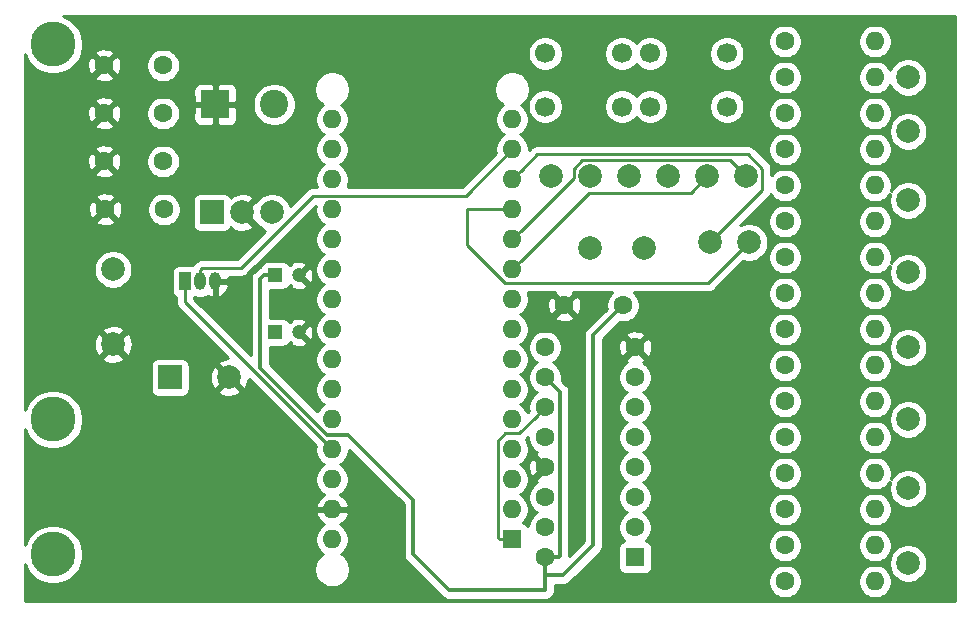
<source format=gbr>
G04 #@! TF.GenerationSoftware,KiCad,Pcbnew,(5.1.5)-3*
G04 #@! TF.CreationDate,2020-06-28T21:32:05-07:00*
G04 #@! TF.ProjectId,LED_MATRIX,4c45445f-4d41-4545-9249-582e6b696361,V01*
G04 #@! TF.SameCoordinates,Original*
G04 #@! TF.FileFunction,Copper,L2,Bot*
G04 #@! TF.FilePolarity,Positive*
%FSLAX46Y46*%
G04 Gerber Fmt 4.6, Leading zero omitted, Abs format (unit mm)*
G04 Created by KiCad (PCBNEW (5.1.5)-3) date 2020-06-28 21:32:05*
%MOMM*%
%LPD*%
G04 APERTURE LIST*
%ADD10C,3.800000*%
%ADD11C,1.600000*%
%ADD12O,1.600000X1.600000*%
%ADD13C,2.000000*%
%ADD14R,1.000000X1.500000*%
%ADD15O,1.000000X1.500000*%
%ADD16C,1.700000*%
%ADD17R,1.600000X1.600000*%
%ADD18R,2.000000X2.000000*%
%ADD19R,1.200000X1.200000*%
%ADD20C,1.200000*%
%ADD21R,2.400000X2.400000*%
%ADD22C,2.400000*%
%ADD23C,0.685800*%
%ADD24C,0.254000*%
%ADD25C,0.355600*%
G04 APERTURE END LIST*
D10*
X56388000Y-103632000D03*
X56388000Y-92202000D03*
X56388000Y-60452000D03*
D11*
X118364000Y-87630000D03*
D12*
X125984000Y-87630000D03*
D13*
X61454000Y-79502000D03*
X61468000Y-85852000D03*
D14*
X67564000Y-80518000D03*
D15*
X70104000Y-80518000D03*
X68834000Y-80518000D03*
D13*
X106426000Y-77724000D03*
X101854000Y-77724000D03*
D16*
X106934000Y-61214000D03*
X113434000Y-61214000D03*
X106934000Y-65714000D03*
X113434000Y-65714000D03*
X98044000Y-61214000D03*
X104544000Y-61214000D03*
X98044000Y-65714000D03*
X104544000Y-65714000D03*
D17*
X95250000Y-102362000D03*
D12*
X80010000Y-69342000D03*
X95250000Y-99822000D03*
X80010000Y-71882000D03*
X95250000Y-97282000D03*
X80010000Y-74422000D03*
X95250000Y-94742000D03*
X80010000Y-76962000D03*
X95250000Y-92202000D03*
X80010000Y-79502000D03*
X95250000Y-89662000D03*
X80010000Y-82042000D03*
X95250000Y-87122000D03*
X80010000Y-84582000D03*
X95250000Y-84582000D03*
X80010000Y-87122000D03*
X95250000Y-82042000D03*
X80010000Y-89662000D03*
X95250000Y-79502000D03*
X80010000Y-92202000D03*
X95250000Y-76962000D03*
X80010000Y-94742000D03*
X95250000Y-74422000D03*
X80010000Y-97282000D03*
X95250000Y-71882000D03*
X80010000Y-99822000D03*
X95250000Y-69342000D03*
X80010000Y-102362000D03*
X95250000Y-66802000D03*
X80010000Y-66802000D03*
D11*
X99648000Y-82550000D03*
X104648000Y-82550000D03*
X65706000Y-62230000D03*
X60706000Y-62230000D03*
X60706000Y-66294000D03*
X65706000Y-66294000D03*
X60706000Y-70358000D03*
X65706000Y-70358000D03*
X65786000Y-74422000D03*
X60786000Y-74422000D03*
D18*
X66294000Y-88646000D03*
D13*
X71294000Y-88646000D03*
D19*
X75184000Y-84836000D03*
D20*
X77184000Y-84836000D03*
X77184000Y-80010000D03*
D19*
X75184000Y-80010000D03*
D13*
X128778000Y-63246000D03*
X128778000Y-67818000D03*
X128778000Y-73660000D03*
X128778000Y-79756000D03*
X128778000Y-86106000D03*
X128778000Y-92202000D03*
X128778000Y-98044000D03*
X128778000Y-104394000D03*
X98552000Y-71628000D03*
X101854000Y-71628000D03*
X105156000Y-71628000D03*
X108458000Y-71628000D03*
X111760000Y-71628000D03*
X115062000Y-71628000D03*
X115316000Y-77216000D03*
X112014000Y-77216000D03*
D21*
X70104000Y-65532000D03*
D22*
X75104000Y-65532000D03*
D11*
X118364000Y-60198000D03*
D12*
X125984000Y-60198000D03*
X125984000Y-63246000D03*
D11*
X118364000Y-63246000D03*
X118364000Y-66294000D03*
D12*
X125984000Y-66294000D03*
D11*
X118364000Y-69342000D03*
D12*
X125984000Y-69342000D03*
X125984000Y-72390000D03*
D11*
X118364000Y-72390000D03*
X118364000Y-75438000D03*
D12*
X125984000Y-75438000D03*
X125984000Y-78486000D03*
D11*
X118364000Y-78486000D03*
X118364000Y-81534000D03*
D12*
X125984000Y-81534000D03*
X125984000Y-84582000D03*
D11*
X118364000Y-84582000D03*
X118364000Y-90678000D03*
D12*
X125984000Y-90678000D03*
X125984000Y-93726000D03*
D11*
X118364000Y-93726000D03*
D12*
X125984000Y-96774000D03*
D11*
X118364000Y-96774000D03*
D12*
X125984000Y-99822000D03*
D11*
X118364000Y-99822000D03*
X118364000Y-102870000D03*
D12*
X125984000Y-102870000D03*
D11*
X118364000Y-105918000D03*
D12*
X125984000Y-105918000D03*
D17*
X105664000Y-103886000D03*
D11*
X105664000Y-101346000D03*
X105664000Y-98806000D03*
X105664000Y-96266000D03*
X105664000Y-93726000D03*
X105664000Y-91186000D03*
X105664000Y-88646000D03*
X98044000Y-88646000D03*
X98044000Y-91186000D03*
X98044000Y-93726000D03*
X98044000Y-96266000D03*
X98044000Y-98806000D03*
X98044000Y-101346000D03*
X98044000Y-103886000D03*
X105664000Y-86106000D03*
X98044000Y-86106000D03*
D18*
X69850000Y-74676000D03*
D13*
X72390000Y-74676000D03*
X74930000Y-74676000D03*
D23*
X100447999Y-92573999D03*
D24*
X95846999Y-93383001D02*
X97244001Y-91985999D01*
X94683119Y-93383001D02*
X95846999Y-93383001D01*
X94068999Y-93997121D02*
X94683119Y-93383001D01*
X94068999Y-102234999D02*
X94068999Y-93997121D01*
X94196000Y-102362000D02*
X94068999Y-102234999D01*
X97244001Y-91985999D02*
X98044000Y-91186000D01*
X95250000Y-102362000D02*
X94196000Y-102362000D01*
X96049999Y-78702001D02*
X95250000Y-79502000D01*
X110378999Y-73009001D02*
X101742999Y-73009001D01*
X101742999Y-73009001D02*
X96049999Y-78702001D01*
X111760000Y-71628000D02*
X110378999Y-73009001D01*
X96049999Y-76162001D02*
X95250000Y-76962000D01*
X100472999Y-71739001D02*
X96049999Y-76162001D01*
X100472999Y-70965119D02*
X100472999Y-71739001D01*
X101191119Y-70246999D02*
X100472999Y-70965119D01*
X113680999Y-70246999D02*
X101191119Y-70246999D01*
X115062000Y-71628000D02*
X113680999Y-70246999D01*
X67564000Y-82296000D02*
X67564000Y-80518000D01*
X80010000Y-94742000D02*
X67564000Y-82296000D01*
X94683119Y-80683001D02*
X91440000Y-77439882D01*
X115316000Y-77216000D02*
X111848999Y-80683001D01*
X111848999Y-80683001D02*
X94683119Y-80683001D01*
X91440000Y-77439882D02*
X91440000Y-74422000D01*
X91440000Y-74422000D02*
X95250000Y-74422000D01*
X96049999Y-71082001D02*
X95250000Y-71882000D01*
X97393011Y-69738989D02*
X96049999Y-71082001D01*
X115216871Y-69738989D02*
X97393011Y-69738989D01*
X116443001Y-70965119D02*
X115216871Y-69738989D01*
X116443001Y-72786999D02*
X116443001Y-70965119D01*
X112014000Y-77216000D02*
X116443001Y-72786999D01*
X68834000Y-79514000D02*
X68834000Y-80518000D01*
X68961010Y-79386990D02*
X68834000Y-79514000D01*
X72262892Y-79386990D02*
X68961010Y-79386990D01*
X78408883Y-73240999D02*
X72262892Y-79386990D01*
X91351001Y-73240999D02*
X78408883Y-73240999D01*
X95250000Y-69342000D02*
X91351001Y-73240999D01*
D25*
X79568475Y-93510199D02*
X81318199Y-93510199D01*
X73914000Y-80324400D02*
X73914000Y-87855724D01*
X75184000Y-80010000D02*
X74228400Y-80010000D01*
X73914000Y-87855724D02*
X79568475Y-93510199D01*
X74228400Y-80010000D02*
X73914000Y-80324400D01*
X81318199Y-93510199D02*
X86868000Y-99060000D01*
X86868000Y-99060000D02*
X86868000Y-103632000D01*
X86868000Y-103632000D02*
X89916000Y-106680000D01*
X89916000Y-106680000D02*
X98044000Y-106680000D01*
X98044000Y-105410000D02*
X98044000Y-103886000D01*
X99275801Y-89877801D02*
X98843999Y-89445999D01*
X98843999Y-89445999D02*
X98044000Y-88646000D01*
X99275801Y-103785569D02*
X99275801Y-89877801D01*
X99175370Y-103886000D02*
X99275801Y-103785569D01*
X98044000Y-103886000D02*
X99175370Y-103886000D01*
X98044000Y-106680000D02*
X98044000Y-105410000D01*
X102108000Y-85090000D02*
X104648000Y-82550000D01*
X102108000Y-102870000D02*
X102108000Y-85090000D01*
X98044000Y-105410000D02*
X99568000Y-105410000D01*
X99568000Y-105410000D02*
X102108000Y-102870000D01*
D24*
X100447999Y-83349999D02*
X100447999Y-92573999D01*
X99648000Y-82550000D02*
X100447999Y-83349999D01*
G36*
X132702300Y-107556300D02*
G01*
X53987700Y-107556300D01*
X53987700Y-104461439D01*
X54141512Y-104832773D01*
X54418937Y-105247968D01*
X54772032Y-105601063D01*
X55187227Y-105878488D01*
X55648568Y-106069582D01*
X56138324Y-106167000D01*
X56637676Y-106167000D01*
X57127432Y-106069582D01*
X57588773Y-105878488D01*
X58003968Y-105601063D01*
X58357063Y-105247968D01*
X58634488Y-104832773D01*
X58668027Y-104751801D01*
X78485000Y-104751801D01*
X78485000Y-105052199D01*
X78543605Y-105346826D01*
X78658562Y-105624358D01*
X78825455Y-105874131D01*
X79037869Y-106086545D01*
X79287642Y-106253438D01*
X79565174Y-106368395D01*
X79859801Y-106427000D01*
X80160199Y-106427000D01*
X80454826Y-106368395D01*
X80732358Y-106253438D01*
X80982131Y-106086545D01*
X81194545Y-105874131D01*
X81361438Y-105624358D01*
X81476395Y-105346826D01*
X81535000Y-105052199D01*
X81535000Y-104751801D01*
X81476395Y-104457174D01*
X81361438Y-104179642D01*
X81194545Y-103929869D01*
X80982131Y-103717455D01*
X80773240Y-103577879D01*
X80924759Y-103476637D01*
X81124637Y-103276759D01*
X81281680Y-103041727D01*
X81389853Y-102780574D01*
X81445000Y-102503335D01*
X81445000Y-102220665D01*
X81389853Y-101943426D01*
X81281680Y-101682273D01*
X81124637Y-101447241D01*
X80924759Y-101247363D01*
X80689727Y-101090320D01*
X80679135Y-101085933D01*
X80865131Y-100974385D01*
X81073519Y-100785414D01*
X81241037Y-100559420D01*
X81361246Y-100305087D01*
X81401904Y-100171039D01*
X81279915Y-99949000D01*
X80137000Y-99949000D01*
X80137000Y-99969000D01*
X79883000Y-99969000D01*
X79883000Y-99949000D01*
X78740085Y-99949000D01*
X78618096Y-100171039D01*
X78658754Y-100305087D01*
X78778963Y-100559420D01*
X78946481Y-100785414D01*
X79154869Y-100974385D01*
X79340865Y-101085933D01*
X79330273Y-101090320D01*
X79095241Y-101247363D01*
X78895363Y-101447241D01*
X78738320Y-101682273D01*
X78630147Y-101943426D01*
X78575000Y-102220665D01*
X78575000Y-102503335D01*
X78630147Y-102780574D01*
X78738320Y-103041727D01*
X78895363Y-103276759D01*
X79095241Y-103476637D01*
X79246760Y-103577879D01*
X79037869Y-103717455D01*
X78825455Y-103929869D01*
X78658562Y-104179642D01*
X78543605Y-104457174D01*
X78485000Y-104751801D01*
X58668027Y-104751801D01*
X58825582Y-104371432D01*
X58923000Y-103881676D01*
X58923000Y-103382324D01*
X58825582Y-102892568D01*
X58634488Y-102431227D01*
X58357063Y-102016032D01*
X58003968Y-101662937D01*
X57588773Y-101385512D01*
X57127432Y-101194418D01*
X56637676Y-101097000D01*
X56138324Y-101097000D01*
X55648568Y-101194418D01*
X55187227Y-101385512D01*
X54772032Y-101662937D01*
X54418937Y-102016032D01*
X54141512Y-102431227D01*
X53987700Y-102802561D01*
X53987700Y-93031439D01*
X54141512Y-93402773D01*
X54418937Y-93817968D01*
X54772032Y-94171063D01*
X55187227Y-94448488D01*
X55648568Y-94639582D01*
X56138324Y-94737000D01*
X56637676Y-94737000D01*
X57127432Y-94639582D01*
X57588773Y-94448488D01*
X58003968Y-94171063D01*
X58357063Y-93817968D01*
X58634488Y-93402773D01*
X58825582Y-92941432D01*
X58923000Y-92451676D01*
X58923000Y-91952324D01*
X58825582Y-91462568D01*
X58634488Y-91001227D01*
X58357063Y-90586032D01*
X58003968Y-90232937D01*
X57588773Y-89955512D01*
X57127432Y-89764418D01*
X56637676Y-89667000D01*
X56138324Y-89667000D01*
X55648568Y-89764418D01*
X55187227Y-89955512D01*
X54772032Y-90232937D01*
X54418937Y-90586032D01*
X54141512Y-91001227D01*
X53987700Y-91372561D01*
X53987700Y-87646000D01*
X64655928Y-87646000D01*
X64655928Y-89646000D01*
X64668188Y-89770482D01*
X64704498Y-89890180D01*
X64763463Y-90000494D01*
X64842815Y-90097185D01*
X64939506Y-90176537D01*
X65049820Y-90235502D01*
X65169518Y-90271812D01*
X65294000Y-90284072D01*
X67294000Y-90284072D01*
X67418482Y-90271812D01*
X67538180Y-90235502D01*
X67648494Y-90176537D01*
X67745185Y-90097185D01*
X67824537Y-90000494D01*
X67883502Y-89890180D01*
X67916496Y-89781413D01*
X70338192Y-89781413D01*
X70433956Y-90045814D01*
X70723571Y-90186704D01*
X71035108Y-90268384D01*
X71356595Y-90287718D01*
X71675675Y-90243961D01*
X71980088Y-90138795D01*
X72154044Y-90045814D01*
X72249808Y-89781413D01*
X71294000Y-88825605D01*
X70338192Y-89781413D01*
X67916496Y-89781413D01*
X67919812Y-89770482D01*
X67932072Y-89646000D01*
X67932072Y-88708595D01*
X69652282Y-88708595D01*
X69696039Y-89027675D01*
X69801205Y-89332088D01*
X69894186Y-89506044D01*
X70158587Y-89601808D01*
X71114395Y-88646000D01*
X70158587Y-87690192D01*
X69894186Y-87785956D01*
X69753296Y-88075571D01*
X69671616Y-88387108D01*
X69652282Y-88708595D01*
X67932072Y-88708595D01*
X67932072Y-87646000D01*
X67919812Y-87521518D01*
X67883502Y-87401820D01*
X67824537Y-87291506D01*
X67745185Y-87194815D01*
X67648494Y-87115463D01*
X67538180Y-87056498D01*
X67418482Y-87020188D01*
X67294000Y-87007928D01*
X65294000Y-87007928D01*
X65169518Y-87020188D01*
X65049820Y-87056498D01*
X64939506Y-87115463D01*
X64842815Y-87194815D01*
X64763463Y-87291506D01*
X64704498Y-87401820D01*
X64668188Y-87521518D01*
X64655928Y-87646000D01*
X53987700Y-87646000D01*
X53987700Y-86987413D01*
X60512192Y-86987413D01*
X60607956Y-87251814D01*
X60897571Y-87392704D01*
X61209108Y-87474384D01*
X61530595Y-87493718D01*
X61849675Y-87449961D01*
X62154088Y-87344795D01*
X62328044Y-87251814D01*
X62423808Y-86987413D01*
X61468000Y-86031605D01*
X60512192Y-86987413D01*
X53987700Y-86987413D01*
X53987700Y-85914595D01*
X59826282Y-85914595D01*
X59870039Y-86233675D01*
X59975205Y-86538088D01*
X60068186Y-86712044D01*
X60332587Y-86807808D01*
X61288395Y-85852000D01*
X61647605Y-85852000D01*
X62603413Y-86807808D01*
X62867814Y-86712044D01*
X63008704Y-86422429D01*
X63090384Y-86110892D01*
X63109718Y-85789405D01*
X63065961Y-85470325D01*
X62960795Y-85165912D01*
X62867814Y-84991956D01*
X62603413Y-84896192D01*
X61647605Y-85852000D01*
X61288395Y-85852000D01*
X60332587Y-84896192D01*
X60068186Y-84991956D01*
X59927296Y-85281571D01*
X59845616Y-85593108D01*
X59826282Y-85914595D01*
X53987700Y-85914595D01*
X53987700Y-84716587D01*
X60512192Y-84716587D01*
X61468000Y-85672395D01*
X62423808Y-84716587D01*
X62328044Y-84452186D01*
X62038429Y-84311296D01*
X61726892Y-84229616D01*
X61405405Y-84210282D01*
X61086325Y-84254039D01*
X60781912Y-84359205D01*
X60607956Y-84452186D01*
X60512192Y-84716587D01*
X53987700Y-84716587D01*
X53987700Y-79340967D01*
X59819000Y-79340967D01*
X59819000Y-79663033D01*
X59881832Y-79978912D01*
X60005082Y-80276463D01*
X60184013Y-80544252D01*
X60411748Y-80771987D01*
X60679537Y-80950918D01*
X60977088Y-81074168D01*
X61292967Y-81137000D01*
X61615033Y-81137000D01*
X61930912Y-81074168D01*
X62228463Y-80950918D01*
X62496252Y-80771987D01*
X62723987Y-80544252D01*
X62902918Y-80276463D01*
X63026168Y-79978912D01*
X63068120Y-79768000D01*
X66425928Y-79768000D01*
X66425928Y-81268000D01*
X66438188Y-81392482D01*
X66474498Y-81512180D01*
X66533463Y-81622494D01*
X66612815Y-81719185D01*
X66709506Y-81798537D01*
X66802000Y-81847977D01*
X66802000Y-82258576D01*
X66798314Y-82296000D01*
X66802000Y-82333423D01*
X66802000Y-82333425D01*
X66813026Y-82445377D01*
X66856598Y-82589014D01*
X66856599Y-82589015D01*
X66927355Y-82721392D01*
X66966983Y-82769678D01*
X67022578Y-82837422D01*
X67051654Y-82861284D01*
X71199084Y-87008714D01*
X70912325Y-87048039D01*
X70607912Y-87153205D01*
X70433956Y-87246186D01*
X70338192Y-87510587D01*
X71294000Y-88466395D01*
X71308143Y-88452253D01*
X71487748Y-88631858D01*
X71473605Y-88646000D01*
X72429413Y-89601808D01*
X72693814Y-89506044D01*
X72834704Y-89216429D01*
X72916384Y-88904892D01*
X72926531Y-88736162D01*
X78610843Y-94420474D01*
X78575000Y-94600665D01*
X78575000Y-94883335D01*
X78630147Y-95160574D01*
X78738320Y-95421727D01*
X78895363Y-95656759D01*
X79095241Y-95856637D01*
X79327759Y-96012000D01*
X79095241Y-96167363D01*
X78895363Y-96367241D01*
X78738320Y-96602273D01*
X78630147Y-96863426D01*
X78575000Y-97140665D01*
X78575000Y-97423335D01*
X78630147Y-97700574D01*
X78738320Y-97961727D01*
X78895363Y-98196759D01*
X79095241Y-98396637D01*
X79330273Y-98553680D01*
X79340865Y-98558067D01*
X79154869Y-98669615D01*
X78946481Y-98858586D01*
X78778963Y-99084580D01*
X78658754Y-99338913D01*
X78618096Y-99472961D01*
X78740085Y-99695000D01*
X79883000Y-99695000D01*
X79883000Y-99675000D01*
X80137000Y-99675000D01*
X80137000Y-99695000D01*
X81279915Y-99695000D01*
X81401904Y-99472961D01*
X81361246Y-99338913D01*
X81241037Y-99084580D01*
X81073519Y-98858586D01*
X80865131Y-98669615D01*
X80679135Y-98558067D01*
X80689727Y-98553680D01*
X80924759Y-98396637D01*
X81124637Y-98196759D01*
X81281680Y-97961727D01*
X81389853Y-97700574D01*
X81445000Y-97423335D01*
X81445000Y-97140665D01*
X81389853Y-96863426D01*
X81281680Y-96602273D01*
X81124637Y-96367241D01*
X80924759Y-96167363D01*
X80692241Y-96012000D01*
X80924759Y-95856637D01*
X81124637Y-95656759D01*
X81281680Y-95421727D01*
X81389853Y-95160574D01*
X81445000Y-94883335D01*
X81445000Y-94786472D01*
X86055200Y-99396673D01*
X86055201Y-103592070D01*
X86051268Y-103632000D01*
X86066962Y-103791336D01*
X86113438Y-103944549D01*
X86188912Y-104085751D01*
X86188913Y-104085752D01*
X86290484Y-104209517D01*
X86321495Y-104234967D01*
X89313033Y-107226506D01*
X89338483Y-107257517D01*
X89462248Y-107359088D01*
X89603450Y-107434562D01*
X89756663Y-107481039D01*
X89876077Y-107492800D01*
X89876079Y-107492800D01*
X89916000Y-107496732D01*
X89955920Y-107492800D01*
X98004077Y-107492800D01*
X98044000Y-107496732D01*
X98083923Y-107492800D01*
X98203337Y-107481039D01*
X98356550Y-107434562D01*
X98497752Y-107359088D01*
X98621517Y-107257517D01*
X98723088Y-107133752D01*
X98798562Y-106992550D01*
X98845039Y-106839337D01*
X98860732Y-106680000D01*
X98856800Y-106640077D01*
X98856800Y-106222800D01*
X99528080Y-106222800D01*
X99568000Y-106226732D01*
X99607920Y-106222800D01*
X99607923Y-106222800D01*
X99727337Y-106211039D01*
X99880550Y-106164562D01*
X100021752Y-106089088D01*
X100145517Y-105987517D01*
X100170972Y-105956500D01*
X100350807Y-105776665D01*
X116929000Y-105776665D01*
X116929000Y-106059335D01*
X116984147Y-106336574D01*
X117092320Y-106597727D01*
X117249363Y-106832759D01*
X117449241Y-107032637D01*
X117684273Y-107189680D01*
X117945426Y-107297853D01*
X118222665Y-107353000D01*
X118505335Y-107353000D01*
X118782574Y-107297853D01*
X119043727Y-107189680D01*
X119278759Y-107032637D01*
X119478637Y-106832759D01*
X119635680Y-106597727D01*
X119743853Y-106336574D01*
X119799000Y-106059335D01*
X119799000Y-105776665D01*
X124549000Y-105776665D01*
X124549000Y-106059335D01*
X124604147Y-106336574D01*
X124712320Y-106597727D01*
X124869363Y-106832759D01*
X125069241Y-107032637D01*
X125304273Y-107189680D01*
X125565426Y-107297853D01*
X125842665Y-107353000D01*
X126125335Y-107353000D01*
X126402574Y-107297853D01*
X126663727Y-107189680D01*
X126898759Y-107032637D01*
X127098637Y-106832759D01*
X127255680Y-106597727D01*
X127363853Y-106336574D01*
X127419000Y-106059335D01*
X127419000Y-105776665D01*
X127363853Y-105499426D01*
X127255680Y-105238273D01*
X127098637Y-105003241D01*
X126898759Y-104803363D01*
X126663727Y-104646320D01*
X126402574Y-104538147D01*
X126125335Y-104483000D01*
X125842665Y-104483000D01*
X125565426Y-104538147D01*
X125304273Y-104646320D01*
X125069241Y-104803363D01*
X124869363Y-105003241D01*
X124712320Y-105238273D01*
X124604147Y-105499426D01*
X124549000Y-105776665D01*
X119799000Y-105776665D01*
X119743853Y-105499426D01*
X119635680Y-105238273D01*
X119478637Y-105003241D01*
X119278759Y-104803363D01*
X119043727Y-104646320D01*
X118782574Y-104538147D01*
X118505335Y-104483000D01*
X118222665Y-104483000D01*
X117945426Y-104538147D01*
X117684273Y-104646320D01*
X117449241Y-104803363D01*
X117249363Y-105003241D01*
X117092320Y-105238273D01*
X116984147Y-105499426D01*
X116929000Y-105776665D01*
X100350807Y-105776665D01*
X102654502Y-103472970D01*
X102685517Y-103447517D01*
X102755729Y-103361963D01*
X102787088Y-103323753D01*
X102849540Y-103206912D01*
X102862562Y-103182550D01*
X102891850Y-103086000D01*
X104225928Y-103086000D01*
X104225928Y-104686000D01*
X104238188Y-104810482D01*
X104274498Y-104930180D01*
X104333463Y-105040494D01*
X104412815Y-105137185D01*
X104509506Y-105216537D01*
X104619820Y-105275502D01*
X104739518Y-105311812D01*
X104864000Y-105324072D01*
X106464000Y-105324072D01*
X106588482Y-105311812D01*
X106708180Y-105275502D01*
X106818494Y-105216537D01*
X106915185Y-105137185D01*
X106994537Y-105040494D01*
X107053502Y-104930180D01*
X107089812Y-104810482D01*
X107102072Y-104686000D01*
X107102072Y-103086000D01*
X107089812Y-102961518D01*
X107053502Y-102841820D01*
X106994537Y-102731506D01*
X106992206Y-102728665D01*
X116929000Y-102728665D01*
X116929000Y-103011335D01*
X116984147Y-103288574D01*
X117092320Y-103549727D01*
X117249363Y-103784759D01*
X117449241Y-103984637D01*
X117684273Y-104141680D01*
X117945426Y-104249853D01*
X118222665Y-104305000D01*
X118505335Y-104305000D01*
X118782574Y-104249853D01*
X119043727Y-104141680D01*
X119278759Y-103984637D01*
X119478637Y-103784759D01*
X119635680Y-103549727D01*
X119743853Y-103288574D01*
X119799000Y-103011335D01*
X119799000Y-102728665D01*
X124549000Y-102728665D01*
X124549000Y-103011335D01*
X124604147Y-103288574D01*
X124712320Y-103549727D01*
X124869363Y-103784759D01*
X125069241Y-103984637D01*
X125304273Y-104141680D01*
X125565426Y-104249853D01*
X125842665Y-104305000D01*
X126125335Y-104305000D01*
X126402574Y-104249853D01*
X126443340Y-104232967D01*
X127143000Y-104232967D01*
X127143000Y-104555033D01*
X127205832Y-104870912D01*
X127329082Y-105168463D01*
X127508013Y-105436252D01*
X127735748Y-105663987D01*
X128003537Y-105842918D01*
X128301088Y-105966168D01*
X128616967Y-106029000D01*
X128939033Y-106029000D01*
X129254912Y-105966168D01*
X129552463Y-105842918D01*
X129820252Y-105663987D01*
X130047987Y-105436252D01*
X130226918Y-105168463D01*
X130350168Y-104870912D01*
X130413000Y-104555033D01*
X130413000Y-104232967D01*
X130350168Y-103917088D01*
X130226918Y-103619537D01*
X130047987Y-103351748D01*
X129820252Y-103124013D01*
X129552463Y-102945082D01*
X129254912Y-102821832D01*
X128939033Y-102759000D01*
X128616967Y-102759000D01*
X128301088Y-102821832D01*
X128003537Y-102945082D01*
X127735748Y-103124013D01*
X127508013Y-103351748D01*
X127329082Y-103619537D01*
X127205832Y-103917088D01*
X127143000Y-104232967D01*
X126443340Y-104232967D01*
X126663727Y-104141680D01*
X126898759Y-103984637D01*
X127098637Y-103784759D01*
X127255680Y-103549727D01*
X127363853Y-103288574D01*
X127419000Y-103011335D01*
X127419000Y-102728665D01*
X127363853Y-102451426D01*
X127255680Y-102190273D01*
X127098637Y-101955241D01*
X126898759Y-101755363D01*
X126663727Y-101598320D01*
X126402574Y-101490147D01*
X126125335Y-101435000D01*
X125842665Y-101435000D01*
X125565426Y-101490147D01*
X125304273Y-101598320D01*
X125069241Y-101755363D01*
X124869363Y-101955241D01*
X124712320Y-102190273D01*
X124604147Y-102451426D01*
X124549000Y-102728665D01*
X119799000Y-102728665D01*
X119743853Y-102451426D01*
X119635680Y-102190273D01*
X119478637Y-101955241D01*
X119278759Y-101755363D01*
X119043727Y-101598320D01*
X118782574Y-101490147D01*
X118505335Y-101435000D01*
X118222665Y-101435000D01*
X117945426Y-101490147D01*
X117684273Y-101598320D01*
X117449241Y-101755363D01*
X117249363Y-101955241D01*
X117092320Y-102190273D01*
X116984147Y-102451426D01*
X116929000Y-102728665D01*
X106992206Y-102728665D01*
X106915185Y-102634815D01*
X106818494Y-102555463D01*
X106708180Y-102496498D01*
X106588482Y-102460188D01*
X106580039Y-102459357D01*
X106778637Y-102260759D01*
X106935680Y-102025727D01*
X107043853Y-101764574D01*
X107099000Y-101487335D01*
X107099000Y-101204665D01*
X107043853Y-100927426D01*
X106935680Y-100666273D01*
X106778637Y-100431241D01*
X106578759Y-100231363D01*
X106346241Y-100076000D01*
X106578759Y-99920637D01*
X106778637Y-99720759D01*
X106805426Y-99680665D01*
X116929000Y-99680665D01*
X116929000Y-99963335D01*
X116984147Y-100240574D01*
X117092320Y-100501727D01*
X117249363Y-100736759D01*
X117449241Y-100936637D01*
X117684273Y-101093680D01*
X117945426Y-101201853D01*
X118222665Y-101257000D01*
X118505335Y-101257000D01*
X118782574Y-101201853D01*
X119043727Y-101093680D01*
X119278759Y-100936637D01*
X119478637Y-100736759D01*
X119635680Y-100501727D01*
X119743853Y-100240574D01*
X119799000Y-99963335D01*
X119799000Y-99680665D01*
X124549000Y-99680665D01*
X124549000Y-99963335D01*
X124604147Y-100240574D01*
X124712320Y-100501727D01*
X124869363Y-100736759D01*
X125069241Y-100936637D01*
X125304273Y-101093680D01*
X125565426Y-101201853D01*
X125842665Y-101257000D01*
X126125335Y-101257000D01*
X126402574Y-101201853D01*
X126663727Y-101093680D01*
X126898759Y-100936637D01*
X127098637Y-100736759D01*
X127255680Y-100501727D01*
X127363853Y-100240574D01*
X127419000Y-99963335D01*
X127419000Y-99680665D01*
X127363853Y-99403426D01*
X127255680Y-99142273D01*
X127098637Y-98907241D01*
X126898759Y-98707363D01*
X126663727Y-98550320D01*
X126402574Y-98442147D01*
X126125335Y-98387000D01*
X125842665Y-98387000D01*
X125565426Y-98442147D01*
X125304273Y-98550320D01*
X125069241Y-98707363D01*
X124869363Y-98907241D01*
X124712320Y-99142273D01*
X124604147Y-99403426D01*
X124549000Y-99680665D01*
X119799000Y-99680665D01*
X119743853Y-99403426D01*
X119635680Y-99142273D01*
X119478637Y-98907241D01*
X119278759Y-98707363D01*
X119043727Y-98550320D01*
X118782574Y-98442147D01*
X118505335Y-98387000D01*
X118222665Y-98387000D01*
X117945426Y-98442147D01*
X117684273Y-98550320D01*
X117449241Y-98707363D01*
X117249363Y-98907241D01*
X117092320Y-99142273D01*
X116984147Y-99403426D01*
X116929000Y-99680665D01*
X106805426Y-99680665D01*
X106935680Y-99485727D01*
X107043853Y-99224574D01*
X107099000Y-98947335D01*
X107099000Y-98664665D01*
X107043853Y-98387426D01*
X106935680Y-98126273D01*
X106778637Y-97891241D01*
X106578759Y-97691363D01*
X106346241Y-97536000D01*
X106578759Y-97380637D01*
X106778637Y-97180759D01*
X106935680Y-96945727D01*
X107043853Y-96684574D01*
X107054178Y-96632665D01*
X116929000Y-96632665D01*
X116929000Y-96915335D01*
X116984147Y-97192574D01*
X117092320Y-97453727D01*
X117249363Y-97688759D01*
X117449241Y-97888637D01*
X117684273Y-98045680D01*
X117945426Y-98153853D01*
X118222665Y-98209000D01*
X118505335Y-98209000D01*
X118782574Y-98153853D01*
X119043727Y-98045680D01*
X119278759Y-97888637D01*
X119478637Y-97688759D01*
X119635680Y-97453727D01*
X119743853Y-97192574D01*
X119799000Y-96915335D01*
X119799000Y-96632665D01*
X124549000Y-96632665D01*
X124549000Y-96915335D01*
X124604147Y-97192574D01*
X124712320Y-97453727D01*
X124869363Y-97688759D01*
X125069241Y-97888637D01*
X125304273Y-98045680D01*
X125565426Y-98153853D01*
X125842665Y-98209000D01*
X126125335Y-98209000D01*
X126402574Y-98153853D01*
X126663727Y-98045680D01*
X126898759Y-97888637D01*
X127098637Y-97688759D01*
X127248071Y-97465115D01*
X127205832Y-97567088D01*
X127143000Y-97882967D01*
X127143000Y-98205033D01*
X127205832Y-98520912D01*
X127329082Y-98818463D01*
X127508013Y-99086252D01*
X127735748Y-99313987D01*
X128003537Y-99492918D01*
X128301088Y-99616168D01*
X128616967Y-99679000D01*
X128939033Y-99679000D01*
X129254912Y-99616168D01*
X129552463Y-99492918D01*
X129820252Y-99313987D01*
X130047987Y-99086252D01*
X130226918Y-98818463D01*
X130350168Y-98520912D01*
X130413000Y-98205033D01*
X130413000Y-97882967D01*
X130350168Y-97567088D01*
X130226918Y-97269537D01*
X130047987Y-97001748D01*
X129820252Y-96774013D01*
X129552463Y-96595082D01*
X129254912Y-96471832D01*
X128939033Y-96409000D01*
X128616967Y-96409000D01*
X128301088Y-96471832D01*
X128003537Y-96595082D01*
X127735748Y-96774013D01*
X127508013Y-97001748D01*
X127336691Y-97258150D01*
X127363853Y-97192574D01*
X127419000Y-96915335D01*
X127419000Y-96632665D01*
X127363853Y-96355426D01*
X127255680Y-96094273D01*
X127098637Y-95859241D01*
X126898759Y-95659363D01*
X126663727Y-95502320D01*
X126402574Y-95394147D01*
X126125335Y-95339000D01*
X125842665Y-95339000D01*
X125565426Y-95394147D01*
X125304273Y-95502320D01*
X125069241Y-95659363D01*
X124869363Y-95859241D01*
X124712320Y-96094273D01*
X124604147Y-96355426D01*
X124549000Y-96632665D01*
X119799000Y-96632665D01*
X119743853Y-96355426D01*
X119635680Y-96094273D01*
X119478637Y-95859241D01*
X119278759Y-95659363D01*
X119043727Y-95502320D01*
X118782574Y-95394147D01*
X118505335Y-95339000D01*
X118222665Y-95339000D01*
X117945426Y-95394147D01*
X117684273Y-95502320D01*
X117449241Y-95659363D01*
X117249363Y-95859241D01*
X117092320Y-96094273D01*
X116984147Y-96355426D01*
X116929000Y-96632665D01*
X107054178Y-96632665D01*
X107099000Y-96407335D01*
X107099000Y-96124665D01*
X107043853Y-95847426D01*
X106935680Y-95586273D01*
X106778637Y-95351241D01*
X106578759Y-95151363D01*
X106346241Y-94996000D01*
X106578759Y-94840637D01*
X106778637Y-94640759D01*
X106935680Y-94405727D01*
X107043853Y-94144574D01*
X107099000Y-93867335D01*
X107099000Y-93584665D01*
X116929000Y-93584665D01*
X116929000Y-93867335D01*
X116984147Y-94144574D01*
X117092320Y-94405727D01*
X117249363Y-94640759D01*
X117449241Y-94840637D01*
X117684273Y-94997680D01*
X117945426Y-95105853D01*
X118222665Y-95161000D01*
X118505335Y-95161000D01*
X118782574Y-95105853D01*
X119043727Y-94997680D01*
X119278759Y-94840637D01*
X119478637Y-94640759D01*
X119635680Y-94405727D01*
X119743853Y-94144574D01*
X119799000Y-93867335D01*
X119799000Y-93584665D01*
X124549000Y-93584665D01*
X124549000Y-93867335D01*
X124604147Y-94144574D01*
X124712320Y-94405727D01*
X124869363Y-94640759D01*
X125069241Y-94840637D01*
X125304273Y-94997680D01*
X125565426Y-95105853D01*
X125842665Y-95161000D01*
X126125335Y-95161000D01*
X126402574Y-95105853D01*
X126663727Y-94997680D01*
X126898759Y-94840637D01*
X127098637Y-94640759D01*
X127255680Y-94405727D01*
X127363853Y-94144574D01*
X127419000Y-93867335D01*
X127419000Y-93584665D01*
X127363853Y-93307426D01*
X127255680Y-93046273D01*
X127098637Y-92811241D01*
X126898759Y-92611363D01*
X126663727Y-92454320D01*
X126402574Y-92346147D01*
X126125335Y-92291000D01*
X125842665Y-92291000D01*
X125565426Y-92346147D01*
X125304273Y-92454320D01*
X125069241Y-92611363D01*
X124869363Y-92811241D01*
X124712320Y-93046273D01*
X124604147Y-93307426D01*
X124549000Y-93584665D01*
X119799000Y-93584665D01*
X119743853Y-93307426D01*
X119635680Y-93046273D01*
X119478637Y-92811241D01*
X119278759Y-92611363D01*
X119043727Y-92454320D01*
X118782574Y-92346147D01*
X118505335Y-92291000D01*
X118222665Y-92291000D01*
X117945426Y-92346147D01*
X117684273Y-92454320D01*
X117449241Y-92611363D01*
X117249363Y-92811241D01*
X117092320Y-93046273D01*
X116984147Y-93307426D01*
X116929000Y-93584665D01*
X107099000Y-93584665D01*
X107043853Y-93307426D01*
X106935680Y-93046273D01*
X106778637Y-92811241D01*
X106578759Y-92611363D01*
X106346241Y-92456000D01*
X106578759Y-92300637D01*
X106778637Y-92100759D01*
X106935680Y-91865727D01*
X107043853Y-91604574D01*
X107099000Y-91327335D01*
X107099000Y-91044665D01*
X107043853Y-90767426D01*
X106948269Y-90536665D01*
X116929000Y-90536665D01*
X116929000Y-90819335D01*
X116984147Y-91096574D01*
X117092320Y-91357727D01*
X117249363Y-91592759D01*
X117449241Y-91792637D01*
X117684273Y-91949680D01*
X117945426Y-92057853D01*
X118222665Y-92113000D01*
X118505335Y-92113000D01*
X118782574Y-92057853D01*
X119043727Y-91949680D01*
X119278759Y-91792637D01*
X119478637Y-91592759D01*
X119635680Y-91357727D01*
X119743853Y-91096574D01*
X119799000Y-90819335D01*
X119799000Y-90536665D01*
X124549000Y-90536665D01*
X124549000Y-90819335D01*
X124604147Y-91096574D01*
X124712320Y-91357727D01*
X124869363Y-91592759D01*
X125069241Y-91792637D01*
X125304273Y-91949680D01*
X125565426Y-92057853D01*
X125842665Y-92113000D01*
X126125335Y-92113000D01*
X126402574Y-92057853D01*
X126443340Y-92040967D01*
X127143000Y-92040967D01*
X127143000Y-92363033D01*
X127205832Y-92678912D01*
X127329082Y-92976463D01*
X127508013Y-93244252D01*
X127735748Y-93471987D01*
X128003537Y-93650918D01*
X128301088Y-93774168D01*
X128616967Y-93837000D01*
X128939033Y-93837000D01*
X129254912Y-93774168D01*
X129552463Y-93650918D01*
X129820252Y-93471987D01*
X130047987Y-93244252D01*
X130226918Y-92976463D01*
X130350168Y-92678912D01*
X130413000Y-92363033D01*
X130413000Y-92040967D01*
X130350168Y-91725088D01*
X130226918Y-91427537D01*
X130047987Y-91159748D01*
X129820252Y-90932013D01*
X129552463Y-90753082D01*
X129254912Y-90629832D01*
X128939033Y-90567000D01*
X128616967Y-90567000D01*
X128301088Y-90629832D01*
X128003537Y-90753082D01*
X127735748Y-90932013D01*
X127508013Y-91159748D01*
X127329082Y-91427537D01*
X127205832Y-91725088D01*
X127143000Y-92040967D01*
X126443340Y-92040967D01*
X126663727Y-91949680D01*
X126898759Y-91792637D01*
X127098637Y-91592759D01*
X127255680Y-91357727D01*
X127363853Y-91096574D01*
X127419000Y-90819335D01*
X127419000Y-90536665D01*
X127363853Y-90259426D01*
X127255680Y-89998273D01*
X127098637Y-89763241D01*
X126898759Y-89563363D01*
X126663727Y-89406320D01*
X126402574Y-89298147D01*
X126125335Y-89243000D01*
X125842665Y-89243000D01*
X125565426Y-89298147D01*
X125304273Y-89406320D01*
X125069241Y-89563363D01*
X124869363Y-89763241D01*
X124712320Y-89998273D01*
X124604147Y-90259426D01*
X124549000Y-90536665D01*
X119799000Y-90536665D01*
X119743853Y-90259426D01*
X119635680Y-89998273D01*
X119478637Y-89763241D01*
X119278759Y-89563363D01*
X119043727Y-89406320D01*
X118782574Y-89298147D01*
X118505335Y-89243000D01*
X118222665Y-89243000D01*
X117945426Y-89298147D01*
X117684273Y-89406320D01*
X117449241Y-89563363D01*
X117249363Y-89763241D01*
X117092320Y-89998273D01*
X116984147Y-90259426D01*
X116929000Y-90536665D01*
X106948269Y-90536665D01*
X106935680Y-90506273D01*
X106778637Y-90271241D01*
X106578759Y-90071363D01*
X106346241Y-89916000D01*
X106578759Y-89760637D01*
X106778637Y-89560759D01*
X106935680Y-89325727D01*
X107043853Y-89064574D01*
X107099000Y-88787335D01*
X107099000Y-88504665D01*
X107043853Y-88227426D01*
X106935680Y-87966273D01*
X106778637Y-87731241D01*
X106578759Y-87531363D01*
X106514857Y-87488665D01*
X116929000Y-87488665D01*
X116929000Y-87771335D01*
X116984147Y-88048574D01*
X117092320Y-88309727D01*
X117249363Y-88544759D01*
X117449241Y-88744637D01*
X117684273Y-88901680D01*
X117945426Y-89009853D01*
X118222665Y-89065000D01*
X118505335Y-89065000D01*
X118782574Y-89009853D01*
X119043727Y-88901680D01*
X119278759Y-88744637D01*
X119478637Y-88544759D01*
X119635680Y-88309727D01*
X119743853Y-88048574D01*
X119799000Y-87771335D01*
X119799000Y-87488665D01*
X124549000Y-87488665D01*
X124549000Y-87771335D01*
X124604147Y-88048574D01*
X124712320Y-88309727D01*
X124869363Y-88544759D01*
X125069241Y-88744637D01*
X125304273Y-88901680D01*
X125565426Y-89009853D01*
X125842665Y-89065000D01*
X126125335Y-89065000D01*
X126402574Y-89009853D01*
X126663727Y-88901680D01*
X126898759Y-88744637D01*
X127098637Y-88544759D01*
X127255680Y-88309727D01*
X127363853Y-88048574D01*
X127419000Y-87771335D01*
X127419000Y-87488665D01*
X127363853Y-87211426D01*
X127255680Y-86950273D01*
X127098637Y-86715241D01*
X126898759Y-86515363D01*
X126663727Y-86358320D01*
X126402574Y-86250147D01*
X126125335Y-86195000D01*
X125842665Y-86195000D01*
X125565426Y-86250147D01*
X125304273Y-86358320D01*
X125069241Y-86515363D01*
X124869363Y-86715241D01*
X124712320Y-86950273D01*
X124604147Y-87211426D01*
X124549000Y-87488665D01*
X119799000Y-87488665D01*
X119743853Y-87211426D01*
X119635680Y-86950273D01*
X119478637Y-86715241D01*
X119278759Y-86515363D01*
X119043727Y-86358320D01*
X118782574Y-86250147D01*
X118505335Y-86195000D01*
X118222665Y-86195000D01*
X117945426Y-86250147D01*
X117684273Y-86358320D01*
X117449241Y-86515363D01*
X117249363Y-86715241D01*
X117092320Y-86950273D01*
X116984147Y-87211426D01*
X116929000Y-87488665D01*
X106514857Y-87488665D01*
X106344872Y-87375085D01*
X106405514Y-87342671D01*
X106477097Y-87098702D01*
X105664000Y-86285605D01*
X104850903Y-87098702D01*
X104922486Y-87342671D01*
X104986992Y-87373194D01*
X104984273Y-87374320D01*
X104749241Y-87531363D01*
X104549363Y-87731241D01*
X104392320Y-87966273D01*
X104284147Y-88227426D01*
X104229000Y-88504665D01*
X104229000Y-88787335D01*
X104284147Y-89064574D01*
X104392320Y-89325727D01*
X104549363Y-89560759D01*
X104749241Y-89760637D01*
X104981759Y-89916000D01*
X104749241Y-90071363D01*
X104549363Y-90271241D01*
X104392320Y-90506273D01*
X104284147Y-90767426D01*
X104229000Y-91044665D01*
X104229000Y-91327335D01*
X104284147Y-91604574D01*
X104392320Y-91865727D01*
X104549363Y-92100759D01*
X104749241Y-92300637D01*
X104981759Y-92456000D01*
X104749241Y-92611363D01*
X104549363Y-92811241D01*
X104392320Y-93046273D01*
X104284147Y-93307426D01*
X104229000Y-93584665D01*
X104229000Y-93867335D01*
X104284147Y-94144574D01*
X104392320Y-94405727D01*
X104549363Y-94640759D01*
X104749241Y-94840637D01*
X104981759Y-94996000D01*
X104749241Y-95151363D01*
X104549363Y-95351241D01*
X104392320Y-95586273D01*
X104284147Y-95847426D01*
X104229000Y-96124665D01*
X104229000Y-96407335D01*
X104284147Y-96684574D01*
X104392320Y-96945727D01*
X104549363Y-97180759D01*
X104749241Y-97380637D01*
X104981759Y-97536000D01*
X104749241Y-97691363D01*
X104549363Y-97891241D01*
X104392320Y-98126273D01*
X104284147Y-98387426D01*
X104229000Y-98664665D01*
X104229000Y-98947335D01*
X104284147Y-99224574D01*
X104392320Y-99485727D01*
X104549363Y-99720759D01*
X104749241Y-99920637D01*
X104981759Y-100076000D01*
X104749241Y-100231363D01*
X104549363Y-100431241D01*
X104392320Y-100666273D01*
X104284147Y-100927426D01*
X104229000Y-101204665D01*
X104229000Y-101487335D01*
X104284147Y-101764574D01*
X104392320Y-102025727D01*
X104549363Y-102260759D01*
X104747961Y-102459357D01*
X104739518Y-102460188D01*
X104619820Y-102496498D01*
X104509506Y-102555463D01*
X104412815Y-102634815D01*
X104333463Y-102731506D01*
X104274498Y-102841820D01*
X104238188Y-102961518D01*
X104225928Y-103086000D01*
X102891850Y-103086000D01*
X102909039Y-103029337D01*
X102920800Y-102909923D01*
X102920800Y-102909921D01*
X102924732Y-102870001D01*
X102920800Y-102830080D01*
X102920800Y-86176512D01*
X104223783Y-86176512D01*
X104265213Y-86456130D01*
X104360397Y-86722292D01*
X104427329Y-86847514D01*
X104671298Y-86919097D01*
X105484395Y-86106000D01*
X105843605Y-86106000D01*
X106656702Y-86919097D01*
X106900671Y-86847514D01*
X107021571Y-86592004D01*
X107090300Y-86317816D01*
X107104217Y-86035488D01*
X107062787Y-85755870D01*
X106967603Y-85489708D01*
X106900671Y-85364486D01*
X106656702Y-85292903D01*
X105843605Y-86106000D01*
X105484395Y-86106000D01*
X104671298Y-85292903D01*
X104427329Y-85364486D01*
X104306429Y-85619996D01*
X104237700Y-85894184D01*
X104223783Y-86176512D01*
X102920800Y-86176512D01*
X102920800Y-85426672D01*
X103234174Y-85113298D01*
X104850903Y-85113298D01*
X105664000Y-85926395D01*
X106477097Y-85113298D01*
X106405514Y-84869329D01*
X106150004Y-84748429D01*
X105875816Y-84679700D01*
X105593488Y-84665783D01*
X105313870Y-84707213D01*
X105047708Y-84802397D01*
X104922486Y-84869329D01*
X104850903Y-85113298D01*
X103234174Y-85113298D01*
X103906807Y-84440665D01*
X116929000Y-84440665D01*
X116929000Y-84723335D01*
X116984147Y-85000574D01*
X117092320Y-85261727D01*
X117249363Y-85496759D01*
X117449241Y-85696637D01*
X117684273Y-85853680D01*
X117945426Y-85961853D01*
X118222665Y-86017000D01*
X118505335Y-86017000D01*
X118782574Y-85961853D01*
X119043727Y-85853680D01*
X119278759Y-85696637D01*
X119478637Y-85496759D01*
X119635680Y-85261727D01*
X119743853Y-85000574D01*
X119799000Y-84723335D01*
X119799000Y-84440665D01*
X124549000Y-84440665D01*
X124549000Y-84723335D01*
X124604147Y-85000574D01*
X124712320Y-85261727D01*
X124869363Y-85496759D01*
X125069241Y-85696637D01*
X125304273Y-85853680D01*
X125565426Y-85961853D01*
X125842665Y-86017000D01*
X126125335Y-86017000D01*
X126402574Y-85961853D01*
X126443340Y-85944967D01*
X127143000Y-85944967D01*
X127143000Y-86267033D01*
X127205832Y-86582912D01*
X127329082Y-86880463D01*
X127508013Y-87148252D01*
X127735748Y-87375987D01*
X128003537Y-87554918D01*
X128301088Y-87678168D01*
X128616967Y-87741000D01*
X128939033Y-87741000D01*
X129254912Y-87678168D01*
X129552463Y-87554918D01*
X129820252Y-87375987D01*
X130047987Y-87148252D01*
X130226918Y-86880463D01*
X130350168Y-86582912D01*
X130413000Y-86267033D01*
X130413000Y-85944967D01*
X130350168Y-85629088D01*
X130226918Y-85331537D01*
X130047987Y-85063748D01*
X129820252Y-84836013D01*
X129552463Y-84657082D01*
X129254912Y-84533832D01*
X128939033Y-84471000D01*
X128616967Y-84471000D01*
X128301088Y-84533832D01*
X128003537Y-84657082D01*
X127735748Y-84836013D01*
X127508013Y-85063748D01*
X127329082Y-85331537D01*
X127205832Y-85629088D01*
X127143000Y-85944967D01*
X126443340Y-85944967D01*
X126663727Y-85853680D01*
X126898759Y-85696637D01*
X127098637Y-85496759D01*
X127255680Y-85261727D01*
X127363853Y-85000574D01*
X127419000Y-84723335D01*
X127419000Y-84440665D01*
X127363853Y-84163426D01*
X127255680Y-83902273D01*
X127098637Y-83667241D01*
X126898759Y-83467363D01*
X126663727Y-83310320D01*
X126402574Y-83202147D01*
X126125335Y-83147000D01*
X125842665Y-83147000D01*
X125565426Y-83202147D01*
X125304273Y-83310320D01*
X125069241Y-83467363D01*
X124869363Y-83667241D01*
X124712320Y-83902273D01*
X124604147Y-84163426D01*
X124549000Y-84440665D01*
X119799000Y-84440665D01*
X119743853Y-84163426D01*
X119635680Y-83902273D01*
X119478637Y-83667241D01*
X119278759Y-83467363D01*
X119043727Y-83310320D01*
X118782574Y-83202147D01*
X118505335Y-83147000D01*
X118222665Y-83147000D01*
X117945426Y-83202147D01*
X117684273Y-83310320D01*
X117449241Y-83467363D01*
X117249363Y-83667241D01*
X117092320Y-83902273D01*
X116984147Y-84163426D01*
X116929000Y-84440665D01*
X103906807Y-84440665D01*
X104386395Y-83961077D01*
X104506665Y-83985000D01*
X104789335Y-83985000D01*
X105066574Y-83929853D01*
X105327727Y-83821680D01*
X105562759Y-83664637D01*
X105762637Y-83464759D01*
X105919680Y-83229727D01*
X106027853Y-82968574D01*
X106083000Y-82691335D01*
X106083000Y-82408665D01*
X106027853Y-82131426D01*
X105919680Y-81870273D01*
X105762637Y-81635241D01*
X105572397Y-81445001D01*
X111811576Y-81445001D01*
X111848999Y-81448687D01*
X111886422Y-81445001D01*
X111886425Y-81445001D01*
X111998377Y-81433975D01*
X112134557Y-81392665D01*
X116929000Y-81392665D01*
X116929000Y-81675335D01*
X116984147Y-81952574D01*
X117092320Y-82213727D01*
X117249363Y-82448759D01*
X117449241Y-82648637D01*
X117684273Y-82805680D01*
X117945426Y-82913853D01*
X118222665Y-82969000D01*
X118505335Y-82969000D01*
X118782574Y-82913853D01*
X119043727Y-82805680D01*
X119278759Y-82648637D01*
X119478637Y-82448759D01*
X119635680Y-82213727D01*
X119743853Y-81952574D01*
X119799000Y-81675335D01*
X119799000Y-81392665D01*
X124549000Y-81392665D01*
X124549000Y-81675335D01*
X124604147Y-81952574D01*
X124712320Y-82213727D01*
X124869363Y-82448759D01*
X125069241Y-82648637D01*
X125304273Y-82805680D01*
X125565426Y-82913853D01*
X125842665Y-82969000D01*
X126125335Y-82969000D01*
X126402574Y-82913853D01*
X126663727Y-82805680D01*
X126898759Y-82648637D01*
X127098637Y-82448759D01*
X127255680Y-82213727D01*
X127363853Y-81952574D01*
X127419000Y-81675335D01*
X127419000Y-81392665D01*
X127363853Y-81115426D01*
X127255680Y-80854273D01*
X127098637Y-80619241D01*
X126898759Y-80419363D01*
X126663727Y-80262320D01*
X126402574Y-80154147D01*
X126125335Y-80099000D01*
X125842665Y-80099000D01*
X125565426Y-80154147D01*
X125304273Y-80262320D01*
X125069241Y-80419363D01*
X124869363Y-80619241D01*
X124712320Y-80854273D01*
X124604147Y-81115426D01*
X124549000Y-81392665D01*
X119799000Y-81392665D01*
X119743853Y-81115426D01*
X119635680Y-80854273D01*
X119478637Y-80619241D01*
X119278759Y-80419363D01*
X119043727Y-80262320D01*
X118782574Y-80154147D01*
X118505335Y-80099000D01*
X118222665Y-80099000D01*
X117945426Y-80154147D01*
X117684273Y-80262320D01*
X117449241Y-80419363D01*
X117249363Y-80619241D01*
X117092320Y-80854273D01*
X116984147Y-81115426D01*
X116929000Y-81392665D01*
X112134557Y-81392665D01*
X112142014Y-81390403D01*
X112274391Y-81319646D01*
X112390421Y-81224423D01*
X112414283Y-81195347D01*
X114826625Y-78783006D01*
X114839088Y-78788168D01*
X115154967Y-78851000D01*
X115477033Y-78851000D01*
X115792912Y-78788168D01*
X116090463Y-78664918D01*
X116358252Y-78485987D01*
X116499574Y-78344665D01*
X116929000Y-78344665D01*
X116929000Y-78627335D01*
X116984147Y-78904574D01*
X117092320Y-79165727D01*
X117249363Y-79400759D01*
X117449241Y-79600637D01*
X117684273Y-79757680D01*
X117945426Y-79865853D01*
X118222665Y-79921000D01*
X118505335Y-79921000D01*
X118782574Y-79865853D01*
X119043727Y-79757680D01*
X119278759Y-79600637D01*
X119478637Y-79400759D01*
X119635680Y-79165727D01*
X119743853Y-78904574D01*
X119799000Y-78627335D01*
X119799000Y-78344665D01*
X124549000Y-78344665D01*
X124549000Y-78627335D01*
X124604147Y-78904574D01*
X124712320Y-79165727D01*
X124869363Y-79400759D01*
X125069241Y-79600637D01*
X125304273Y-79757680D01*
X125565426Y-79865853D01*
X125842665Y-79921000D01*
X126125335Y-79921000D01*
X126402574Y-79865853D01*
X126663727Y-79757680D01*
X126898759Y-79600637D01*
X127098637Y-79400759D01*
X127248071Y-79177115D01*
X127205832Y-79279088D01*
X127143000Y-79594967D01*
X127143000Y-79917033D01*
X127205832Y-80232912D01*
X127329082Y-80530463D01*
X127508013Y-80798252D01*
X127735748Y-81025987D01*
X128003537Y-81204918D01*
X128301088Y-81328168D01*
X128616967Y-81391000D01*
X128939033Y-81391000D01*
X129254912Y-81328168D01*
X129552463Y-81204918D01*
X129820252Y-81025987D01*
X130047987Y-80798252D01*
X130226918Y-80530463D01*
X130350168Y-80232912D01*
X130413000Y-79917033D01*
X130413000Y-79594967D01*
X130350168Y-79279088D01*
X130226918Y-78981537D01*
X130047987Y-78713748D01*
X129820252Y-78486013D01*
X129552463Y-78307082D01*
X129254912Y-78183832D01*
X128939033Y-78121000D01*
X128616967Y-78121000D01*
X128301088Y-78183832D01*
X128003537Y-78307082D01*
X127735748Y-78486013D01*
X127508013Y-78713748D01*
X127336691Y-78970150D01*
X127363853Y-78904574D01*
X127419000Y-78627335D01*
X127419000Y-78344665D01*
X127363853Y-78067426D01*
X127255680Y-77806273D01*
X127098637Y-77571241D01*
X126898759Y-77371363D01*
X126663727Y-77214320D01*
X126402574Y-77106147D01*
X126125335Y-77051000D01*
X125842665Y-77051000D01*
X125565426Y-77106147D01*
X125304273Y-77214320D01*
X125069241Y-77371363D01*
X124869363Y-77571241D01*
X124712320Y-77806273D01*
X124604147Y-78067426D01*
X124549000Y-78344665D01*
X119799000Y-78344665D01*
X119743853Y-78067426D01*
X119635680Y-77806273D01*
X119478637Y-77571241D01*
X119278759Y-77371363D01*
X119043727Y-77214320D01*
X118782574Y-77106147D01*
X118505335Y-77051000D01*
X118222665Y-77051000D01*
X117945426Y-77106147D01*
X117684273Y-77214320D01*
X117449241Y-77371363D01*
X117249363Y-77571241D01*
X117092320Y-77806273D01*
X116984147Y-78067426D01*
X116929000Y-78344665D01*
X116499574Y-78344665D01*
X116585987Y-78258252D01*
X116764918Y-77990463D01*
X116888168Y-77692912D01*
X116951000Y-77377033D01*
X116951000Y-77054967D01*
X116888168Y-76739088D01*
X116764918Y-76441537D01*
X116585987Y-76173748D01*
X116358252Y-75946013D01*
X116090463Y-75767082D01*
X115792912Y-75643832D01*
X115477033Y-75581000D01*
X115154967Y-75581000D01*
X114839088Y-75643832D01*
X114541537Y-75767082D01*
X114538558Y-75769073D01*
X115010966Y-75296665D01*
X116929000Y-75296665D01*
X116929000Y-75579335D01*
X116984147Y-75856574D01*
X117092320Y-76117727D01*
X117249363Y-76352759D01*
X117449241Y-76552637D01*
X117684273Y-76709680D01*
X117945426Y-76817853D01*
X118222665Y-76873000D01*
X118505335Y-76873000D01*
X118782574Y-76817853D01*
X119043727Y-76709680D01*
X119278759Y-76552637D01*
X119478637Y-76352759D01*
X119635680Y-76117727D01*
X119743853Y-75856574D01*
X119799000Y-75579335D01*
X119799000Y-75296665D01*
X124549000Y-75296665D01*
X124549000Y-75579335D01*
X124604147Y-75856574D01*
X124712320Y-76117727D01*
X124869363Y-76352759D01*
X125069241Y-76552637D01*
X125304273Y-76709680D01*
X125565426Y-76817853D01*
X125842665Y-76873000D01*
X126125335Y-76873000D01*
X126402574Y-76817853D01*
X126663727Y-76709680D01*
X126898759Y-76552637D01*
X127098637Y-76352759D01*
X127255680Y-76117727D01*
X127363853Y-75856574D01*
X127419000Y-75579335D01*
X127419000Y-75296665D01*
X127363853Y-75019426D01*
X127255680Y-74758273D01*
X127098637Y-74523241D01*
X126898759Y-74323363D01*
X126663727Y-74166320D01*
X126402574Y-74058147D01*
X126125335Y-74003000D01*
X125842665Y-74003000D01*
X125565426Y-74058147D01*
X125304273Y-74166320D01*
X125069241Y-74323363D01*
X124869363Y-74523241D01*
X124712320Y-74758273D01*
X124604147Y-75019426D01*
X124549000Y-75296665D01*
X119799000Y-75296665D01*
X119743853Y-75019426D01*
X119635680Y-74758273D01*
X119478637Y-74523241D01*
X119278759Y-74323363D01*
X119043727Y-74166320D01*
X118782574Y-74058147D01*
X118505335Y-74003000D01*
X118222665Y-74003000D01*
X117945426Y-74058147D01*
X117684273Y-74166320D01*
X117449241Y-74323363D01*
X117249363Y-74523241D01*
X117092320Y-74758273D01*
X116984147Y-75019426D01*
X116929000Y-75296665D01*
X115010966Y-75296665D01*
X116955354Y-73352277D01*
X116984423Y-73328421D01*
X117079646Y-73212391D01*
X117127644Y-73122593D01*
X117249363Y-73304759D01*
X117449241Y-73504637D01*
X117684273Y-73661680D01*
X117945426Y-73769853D01*
X118222665Y-73825000D01*
X118505335Y-73825000D01*
X118782574Y-73769853D01*
X119043727Y-73661680D01*
X119278759Y-73504637D01*
X119478637Y-73304759D01*
X119635680Y-73069727D01*
X119743853Y-72808574D01*
X119799000Y-72531335D01*
X119799000Y-72248665D01*
X124549000Y-72248665D01*
X124549000Y-72531335D01*
X124604147Y-72808574D01*
X124712320Y-73069727D01*
X124869363Y-73304759D01*
X125069241Y-73504637D01*
X125304273Y-73661680D01*
X125565426Y-73769853D01*
X125842665Y-73825000D01*
X126125335Y-73825000D01*
X126402574Y-73769853D01*
X126663727Y-73661680D01*
X126898759Y-73504637D01*
X127098637Y-73304759D01*
X127248071Y-73081115D01*
X127205832Y-73183088D01*
X127143000Y-73498967D01*
X127143000Y-73821033D01*
X127205832Y-74136912D01*
X127329082Y-74434463D01*
X127508013Y-74702252D01*
X127735748Y-74929987D01*
X128003537Y-75108918D01*
X128301088Y-75232168D01*
X128616967Y-75295000D01*
X128939033Y-75295000D01*
X129254912Y-75232168D01*
X129552463Y-75108918D01*
X129820252Y-74929987D01*
X130047987Y-74702252D01*
X130226918Y-74434463D01*
X130350168Y-74136912D01*
X130413000Y-73821033D01*
X130413000Y-73498967D01*
X130350168Y-73183088D01*
X130226918Y-72885537D01*
X130047987Y-72617748D01*
X129820252Y-72390013D01*
X129552463Y-72211082D01*
X129254912Y-72087832D01*
X128939033Y-72025000D01*
X128616967Y-72025000D01*
X128301088Y-72087832D01*
X128003537Y-72211082D01*
X127735748Y-72390013D01*
X127508013Y-72617748D01*
X127336691Y-72874150D01*
X127363853Y-72808574D01*
X127419000Y-72531335D01*
X127419000Y-72248665D01*
X127363853Y-71971426D01*
X127255680Y-71710273D01*
X127098637Y-71475241D01*
X126898759Y-71275363D01*
X126663727Y-71118320D01*
X126402574Y-71010147D01*
X126125335Y-70955000D01*
X125842665Y-70955000D01*
X125565426Y-71010147D01*
X125304273Y-71118320D01*
X125069241Y-71275363D01*
X124869363Y-71475241D01*
X124712320Y-71710273D01*
X124604147Y-71971426D01*
X124549000Y-72248665D01*
X119799000Y-72248665D01*
X119743853Y-71971426D01*
X119635680Y-71710273D01*
X119478637Y-71475241D01*
X119278759Y-71275363D01*
X119043727Y-71118320D01*
X118782574Y-71010147D01*
X118505335Y-70955000D01*
X118222665Y-70955000D01*
X117945426Y-71010147D01*
X117684273Y-71118320D01*
X117449241Y-71275363D01*
X117249363Y-71475241D01*
X117205001Y-71541634D01*
X117205001Y-71002542D01*
X117208687Y-70965119D01*
X117204302Y-70920599D01*
X117193975Y-70815741D01*
X117150403Y-70672104D01*
X117079800Y-70540015D01*
X117079646Y-70539726D01*
X117038806Y-70489963D01*
X116984423Y-70423697D01*
X116955347Y-70399835D01*
X115782155Y-69226643D01*
X115760836Y-69200665D01*
X116929000Y-69200665D01*
X116929000Y-69483335D01*
X116984147Y-69760574D01*
X117092320Y-70021727D01*
X117249363Y-70256759D01*
X117449241Y-70456637D01*
X117684273Y-70613680D01*
X117945426Y-70721853D01*
X118222665Y-70777000D01*
X118505335Y-70777000D01*
X118782574Y-70721853D01*
X119043727Y-70613680D01*
X119278759Y-70456637D01*
X119478637Y-70256759D01*
X119635680Y-70021727D01*
X119743853Y-69760574D01*
X119799000Y-69483335D01*
X119799000Y-69200665D01*
X124549000Y-69200665D01*
X124549000Y-69483335D01*
X124604147Y-69760574D01*
X124712320Y-70021727D01*
X124869363Y-70256759D01*
X125069241Y-70456637D01*
X125304273Y-70613680D01*
X125565426Y-70721853D01*
X125842665Y-70777000D01*
X126125335Y-70777000D01*
X126402574Y-70721853D01*
X126663727Y-70613680D01*
X126898759Y-70456637D01*
X127098637Y-70256759D01*
X127255680Y-70021727D01*
X127363853Y-69760574D01*
X127419000Y-69483335D01*
X127419000Y-69200665D01*
X127363853Y-68923426D01*
X127255680Y-68662273D01*
X127098637Y-68427241D01*
X126898759Y-68227363D01*
X126663727Y-68070320D01*
X126402574Y-67962147D01*
X126125335Y-67907000D01*
X125842665Y-67907000D01*
X125565426Y-67962147D01*
X125304273Y-68070320D01*
X125069241Y-68227363D01*
X124869363Y-68427241D01*
X124712320Y-68662273D01*
X124604147Y-68923426D01*
X124549000Y-69200665D01*
X119799000Y-69200665D01*
X119743853Y-68923426D01*
X119635680Y-68662273D01*
X119478637Y-68427241D01*
X119278759Y-68227363D01*
X119043727Y-68070320D01*
X118782574Y-67962147D01*
X118505335Y-67907000D01*
X118222665Y-67907000D01*
X117945426Y-67962147D01*
X117684273Y-68070320D01*
X117449241Y-68227363D01*
X117249363Y-68427241D01*
X117092320Y-68662273D01*
X116984147Y-68923426D01*
X116929000Y-69200665D01*
X115760836Y-69200665D01*
X115758293Y-69197567D01*
X115642263Y-69102344D01*
X115509886Y-69031587D01*
X115366249Y-68988015D01*
X115254297Y-68976989D01*
X115254294Y-68976989D01*
X115216871Y-68973303D01*
X115179448Y-68976989D01*
X97430434Y-68976989D01*
X97393011Y-68973303D01*
X97355588Y-68976989D01*
X97355585Y-68976989D01*
X97243633Y-68988015D01*
X97099996Y-69031587D01*
X97067447Y-69048985D01*
X96967618Y-69102344D01*
X96884915Y-69170217D01*
X96851589Y-69197567D01*
X96827732Y-69226637D01*
X96685000Y-69369369D01*
X96685000Y-69200665D01*
X96629853Y-68923426D01*
X96521680Y-68662273D01*
X96364637Y-68427241D01*
X96164759Y-68227363D01*
X95932241Y-68072000D01*
X96164759Y-67916637D01*
X96364637Y-67716759D01*
X96521680Y-67481727D01*
X96629853Y-67220574D01*
X96685000Y-66943335D01*
X96685000Y-66660665D01*
X96629853Y-66383426D01*
X96521680Y-66122273D01*
X96364637Y-65887241D01*
X96164759Y-65687363D01*
X96013240Y-65586121D01*
X96040749Y-65567740D01*
X96559000Y-65567740D01*
X96559000Y-65860260D01*
X96616068Y-66147158D01*
X96728010Y-66417411D01*
X96890525Y-66660632D01*
X97097368Y-66867475D01*
X97340589Y-67029990D01*
X97610842Y-67141932D01*
X97897740Y-67199000D01*
X98190260Y-67199000D01*
X98477158Y-67141932D01*
X98747411Y-67029990D01*
X98990632Y-66867475D01*
X99197475Y-66660632D01*
X99359990Y-66417411D01*
X99471932Y-66147158D01*
X99529000Y-65860260D01*
X99529000Y-65567740D01*
X103059000Y-65567740D01*
X103059000Y-65860260D01*
X103116068Y-66147158D01*
X103228010Y-66417411D01*
X103390525Y-66660632D01*
X103597368Y-66867475D01*
X103840589Y-67029990D01*
X104110842Y-67141932D01*
X104397740Y-67199000D01*
X104690260Y-67199000D01*
X104977158Y-67141932D01*
X105247411Y-67029990D01*
X105490632Y-66867475D01*
X105697475Y-66660632D01*
X105739000Y-66598485D01*
X105780525Y-66660632D01*
X105987368Y-66867475D01*
X106230589Y-67029990D01*
X106500842Y-67141932D01*
X106787740Y-67199000D01*
X107080260Y-67199000D01*
X107367158Y-67141932D01*
X107637411Y-67029990D01*
X107880632Y-66867475D01*
X108087475Y-66660632D01*
X108249990Y-66417411D01*
X108361932Y-66147158D01*
X108419000Y-65860260D01*
X108419000Y-65567740D01*
X111949000Y-65567740D01*
X111949000Y-65860260D01*
X112006068Y-66147158D01*
X112118010Y-66417411D01*
X112280525Y-66660632D01*
X112487368Y-66867475D01*
X112730589Y-67029990D01*
X113000842Y-67141932D01*
X113287740Y-67199000D01*
X113580260Y-67199000D01*
X113867158Y-67141932D01*
X114137411Y-67029990D01*
X114380632Y-66867475D01*
X114587475Y-66660632D01*
X114749990Y-66417411D01*
X114859650Y-66152665D01*
X116929000Y-66152665D01*
X116929000Y-66435335D01*
X116984147Y-66712574D01*
X117092320Y-66973727D01*
X117249363Y-67208759D01*
X117449241Y-67408637D01*
X117684273Y-67565680D01*
X117945426Y-67673853D01*
X118222665Y-67729000D01*
X118505335Y-67729000D01*
X118782574Y-67673853D01*
X119043727Y-67565680D01*
X119278759Y-67408637D01*
X119478637Y-67208759D01*
X119635680Y-66973727D01*
X119743853Y-66712574D01*
X119799000Y-66435335D01*
X119799000Y-66152665D01*
X124549000Y-66152665D01*
X124549000Y-66435335D01*
X124604147Y-66712574D01*
X124712320Y-66973727D01*
X124869363Y-67208759D01*
X125069241Y-67408637D01*
X125304273Y-67565680D01*
X125565426Y-67673853D01*
X125842665Y-67729000D01*
X126125335Y-67729000D01*
X126402574Y-67673853D01*
X126443340Y-67656967D01*
X127143000Y-67656967D01*
X127143000Y-67979033D01*
X127205832Y-68294912D01*
X127329082Y-68592463D01*
X127508013Y-68860252D01*
X127735748Y-69087987D01*
X128003537Y-69266918D01*
X128301088Y-69390168D01*
X128616967Y-69453000D01*
X128939033Y-69453000D01*
X129254912Y-69390168D01*
X129552463Y-69266918D01*
X129820252Y-69087987D01*
X130047987Y-68860252D01*
X130226918Y-68592463D01*
X130350168Y-68294912D01*
X130413000Y-67979033D01*
X130413000Y-67656967D01*
X130350168Y-67341088D01*
X130226918Y-67043537D01*
X130047987Y-66775748D01*
X129820252Y-66548013D01*
X129552463Y-66369082D01*
X129254912Y-66245832D01*
X128939033Y-66183000D01*
X128616967Y-66183000D01*
X128301088Y-66245832D01*
X128003537Y-66369082D01*
X127735748Y-66548013D01*
X127508013Y-66775748D01*
X127329082Y-67043537D01*
X127205832Y-67341088D01*
X127143000Y-67656967D01*
X126443340Y-67656967D01*
X126663727Y-67565680D01*
X126898759Y-67408637D01*
X127098637Y-67208759D01*
X127255680Y-66973727D01*
X127363853Y-66712574D01*
X127419000Y-66435335D01*
X127419000Y-66152665D01*
X127363853Y-65875426D01*
X127255680Y-65614273D01*
X127098637Y-65379241D01*
X126898759Y-65179363D01*
X126663727Y-65022320D01*
X126402574Y-64914147D01*
X126125335Y-64859000D01*
X125842665Y-64859000D01*
X125565426Y-64914147D01*
X125304273Y-65022320D01*
X125069241Y-65179363D01*
X124869363Y-65379241D01*
X124712320Y-65614273D01*
X124604147Y-65875426D01*
X124549000Y-66152665D01*
X119799000Y-66152665D01*
X119743853Y-65875426D01*
X119635680Y-65614273D01*
X119478637Y-65379241D01*
X119278759Y-65179363D01*
X119043727Y-65022320D01*
X118782574Y-64914147D01*
X118505335Y-64859000D01*
X118222665Y-64859000D01*
X117945426Y-64914147D01*
X117684273Y-65022320D01*
X117449241Y-65179363D01*
X117249363Y-65379241D01*
X117092320Y-65614273D01*
X116984147Y-65875426D01*
X116929000Y-66152665D01*
X114859650Y-66152665D01*
X114861932Y-66147158D01*
X114919000Y-65860260D01*
X114919000Y-65567740D01*
X114861932Y-65280842D01*
X114749990Y-65010589D01*
X114587475Y-64767368D01*
X114380632Y-64560525D01*
X114137411Y-64398010D01*
X113867158Y-64286068D01*
X113580260Y-64229000D01*
X113287740Y-64229000D01*
X113000842Y-64286068D01*
X112730589Y-64398010D01*
X112487368Y-64560525D01*
X112280525Y-64767368D01*
X112118010Y-65010589D01*
X112006068Y-65280842D01*
X111949000Y-65567740D01*
X108419000Y-65567740D01*
X108361932Y-65280842D01*
X108249990Y-65010589D01*
X108087475Y-64767368D01*
X107880632Y-64560525D01*
X107637411Y-64398010D01*
X107367158Y-64286068D01*
X107080260Y-64229000D01*
X106787740Y-64229000D01*
X106500842Y-64286068D01*
X106230589Y-64398010D01*
X105987368Y-64560525D01*
X105780525Y-64767368D01*
X105739000Y-64829515D01*
X105697475Y-64767368D01*
X105490632Y-64560525D01*
X105247411Y-64398010D01*
X104977158Y-64286068D01*
X104690260Y-64229000D01*
X104397740Y-64229000D01*
X104110842Y-64286068D01*
X103840589Y-64398010D01*
X103597368Y-64560525D01*
X103390525Y-64767368D01*
X103228010Y-65010589D01*
X103116068Y-65280842D01*
X103059000Y-65567740D01*
X99529000Y-65567740D01*
X99471932Y-65280842D01*
X99359990Y-65010589D01*
X99197475Y-64767368D01*
X98990632Y-64560525D01*
X98747411Y-64398010D01*
X98477158Y-64286068D01*
X98190260Y-64229000D01*
X97897740Y-64229000D01*
X97610842Y-64286068D01*
X97340589Y-64398010D01*
X97097368Y-64560525D01*
X96890525Y-64767368D01*
X96728010Y-65010589D01*
X96616068Y-65280842D01*
X96559000Y-65567740D01*
X96040749Y-65567740D01*
X96222131Y-65446545D01*
X96434545Y-65234131D01*
X96601438Y-64984358D01*
X96716395Y-64706826D01*
X96775000Y-64412199D01*
X96775000Y-64111801D01*
X96716395Y-63817174D01*
X96601438Y-63539642D01*
X96434545Y-63289869D01*
X96249341Y-63104665D01*
X116929000Y-63104665D01*
X116929000Y-63387335D01*
X116984147Y-63664574D01*
X117092320Y-63925727D01*
X117249363Y-64160759D01*
X117449241Y-64360637D01*
X117684273Y-64517680D01*
X117945426Y-64625853D01*
X118222665Y-64681000D01*
X118505335Y-64681000D01*
X118782574Y-64625853D01*
X119043727Y-64517680D01*
X119278759Y-64360637D01*
X119478637Y-64160759D01*
X119635680Y-63925727D01*
X119743853Y-63664574D01*
X119799000Y-63387335D01*
X119799000Y-63104665D01*
X124549000Y-63104665D01*
X124549000Y-63387335D01*
X124604147Y-63664574D01*
X124712320Y-63925727D01*
X124869363Y-64160759D01*
X125069241Y-64360637D01*
X125304273Y-64517680D01*
X125565426Y-64625853D01*
X125842665Y-64681000D01*
X126125335Y-64681000D01*
X126402574Y-64625853D01*
X126663727Y-64517680D01*
X126898759Y-64360637D01*
X127098637Y-64160759D01*
X127255680Y-63925727D01*
X127272760Y-63884491D01*
X127329082Y-64020463D01*
X127508013Y-64288252D01*
X127735748Y-64515987D01*
X128003537Y-64694918D01*
X128301088Y-64818168D01*
X128616967Y-64881000D01*
X128939033Y-64881000D01*
X129254912Y-64818168D01*
X129552463Y-64694918D01*
X129820252Y-64515987D01*
X130047987Y-64288252D01*
X130226918Y-64020463D01*
X130350168Y-63722912D01*
X130413000Y-63407033D01*
X130413000Y-63084967D01*
X130350168Y-62769088D01*
X130226918Y-62471537D01*
X130047987Y-62203748D01*
X129820252Y-61976013D01*
X129552463Y-61797082D01*
X129254912Y-61673832D01*
X128939033Y-61611000D01*
X128616967Y-61611000D01*
X128301088Y-61673832D01*
X128003537Y-61797082D01*
X127735748Y-61976013D01*
X127508013Y-62203748D01*
X127329082Y-62471537D01*
X127272760Y-62607509D01*
X127255680Y-62566273D01*
X127098637Y-62331241D01*
X126898759Y-62131363D01*
X126663727Y-61974320D01*
X126402574Y-61866147D01*
X126125335Y-61811000D01*
X125842665Y-61811000D01*
X125565426Y-61866147D01*
X125304273Y-61974320D01*
X125069241Y-62131363D01*
X124869363Y-62331241D01*
X124712320Y-62566273D01*
X124604147Y-62827426D01*
X124549000Y-63104665D01*
X119799000Y-63104665D01*
X119743853Y-62827426D01*
X119635680Y-62566273D01*
X119478637Y-62331241D01*
X119278759Y-62131363D01*
X119043727Y-61974320D01*
X118782574Y-61866147D01*
X118505335Y-61811000D01*
X118222665Y-61811000D01*
X117945426Y-61866147D01*
X117684273Y-61974320D01*
X117449241Y-62131363D01*
X117249363Y-62331241D01*
X117092320Y-62566273D01*
X116984147Y-62827426D01*
X116929000Y-63104665D01*
X96249341Y-63104665D01*
X96222131Y-63077455D01*
X95972358Y-62910562D01*
X95694826Y-62795605D01*
X95400199Y-62737000D01*
X95099801Y-62737000D01*
X94805174Y-62795605D01*
X94527642Y-62910562D01*
X94277869Y-63077455D01*
X94065455Y-63289869D01*
X93898562Y-63539642D01*
X93783605Y-63817174D01*
X93725000Y-64111801D01*
X93725000Y-64412199D01*
X93783605Y-64706826D01*
X93898562Y-64984358D01*
X94065455Y-65234131D01*
X94277869Y-65446545D01*
X94486760Y-65586121D01*
X94335241Y-65687363D01*
X94135363Y-65887241D01*
X93978320Y-66122273D01*
X93870147Y-66383426D01*
X93815000Y-66660665D01*
X93815000Y-66943335D01*
X93870147Y-67220574D01*
X93978320Y-67481727D01*
X94135363Y-67716759D01*
X94335241Y-67916637D01*
X94567759Y-68072000D01*
X94335241Y-68227363D01*
X94135363Y-68427241D01*
X93978320Y-68662273D01*
X93870147Y-68923426D01*
X93815000Y-69200665D01*
X93815000Y-69483335D01*
X93850843Y-69663526D01*
X91035371Y-72478999D01*
X81315947Y-72478999D01*
X81389853Y-72300574D01*
X81445000Y-72023335D01*
X81445000Y-71740665D01*
X81389853Y-71463426D01*
X81281680Y-71202273D01*
X81124637Y-70967241D01*
X80924759Y-70767363D01*
X80692241Y-70612000D01*
X80924759Y-70456637D01*
X81124637Y-70256759D01*
X81281680Y-70021727D01*
X81389853Y-69760574D01*
X81445000Y-69483335D01*
X81445000Y-69200665D01*
X81389853Y-68923426D01*
X81281680Y-68662273D01*
X81124637Y-68427241D01*
X80924759Y-68227363D01*
X80692241Y-68072000D01*
X80924759Y-67916637D01*
X81124637Y-67716759D01*
X81281680Y-67481727D01*
X81389853Y-67220574D01*
X81445000Y-66943335D01*
X81445000Y-66660665D01*
X81389853Y-66383426D01*
X81281680Y-66122273D01*
X81124637Y-65887241D01*
X80924759Y-65687363D01*
X80773240Y-65586121D01*
X80982131Y-65446545D01*
X81194545Y-65234131D01*
X81361438Y-64984358D01*
X81476395Y-64706826D01*
X81535000Y-64412199D01*
X81535000Y-64111801D01*
X81476395Y-63817174D01*
X81361438Y-63539642D01*
X81194545Y-63289869D01*
X80982131Y-63077455D01*
X80732358Y-62910562D01*
X80454826Y-62795605D01*
X80160199Y-62737000D01*
X79859801Y-62737000D01*
X79565174Y-62795605D01*
X79287642Y-62910562D01*
X79037869Y-63077455D01*
X78825455Y-63289869D01*
X78658562Y-63539642D01*
X78543605Y-63817174D01*
X78485000Y-64111801D01*
X78485000Y-64412199D01*
X78543605Y-64706826D01*
X78658562Y-64984358D01*
X78825455Y-65234131D01*
X79037869Y-65446545D01*
X79246760Y-65586121D01*
X79095241Y-65687363D01*
X78895363Y-65887241D01*
X78738320Y-66122273D01*
X78630147Y-66383426D01*
X78575000Y-66660665D01*
X78575000Y-66943335D01*
X78630147Y-67220574D01*
X78738320Y-67481727D01*
X78895363Y-67716759D01*
X79095241Y-67916637D01*
X79327759Y-68072000D01*
X79095241Y-68227363D01*
X78895363Y-68427241D01*
X78738320Y-68662273D01*
X78630147Y-68923426D01*
X78575000Y-69200665D01*
X78575000Y-69483335D01*
X78630147Y-69760574D01*
X78738320Y-70021727D01*
X78895363Y-70256759D01*
X79095241Y-70456637D01*
X79327759Y-70612000D01*
X79095241Y-70767363D01*
X78895363Y-70967241D01*
X78738320Y-71202273D01*
X78630147Y-71463426D01*
X78575000Y-71740665D01*
X78575000Y-72023335D01*
X78630147Y-72300574D01*
X78704053Y-72478999D01*
X78446306Y-72478999D01*
X78408883Y-72475313D01*
X78371460Y-72478999D01*
X78371457Y-72478999D01*
X78259505Y-72490025D01*
X78115868Y-72533597D01*
X78054247Y-72566534D01*
X77983490Y-72604354D01*
X77903194Y-72670252D01*
X77867461Y-72699577D01*
X77843604Y-72728647D01*
X76464383Y-74107868D01*
X76378918Y-73901537D01*
X76199987Y-73633748D01*
X75972252Y-73406013D01*
X75704463Y-73227082D01*
X75406912Y-73103832D01*
X75091033Y-73041000D01*
X74768967Y-73041000D01*
X74453088Y-73103832D01*
X74155537Y-73227082D01*
X73887748Y-73406013D01*
X73660013Y-73633748D01*
X73587280Y-73742600D01*
X73525413Y-73720192D01*
X72569605Y-74676000D01*
X73525413Y-75631808D01*
X73587280Y-75609400D01*
X73660013Y-75718252D01*
X73887748Y-75945987D01*
X74155537Y-76124918D01*
X74361868Y-76210383D01*
X71947262Y-78624990D01*
X68998432Y-78624990D01*
X68961009Y-78621304D01*
X68923586Y-78624990D01*
X68923584Y-78624990D01*
X68811632Y-78636016D01*
X68667995Y-78679588D01*
X68535618Y-78750345D01*
X68419588Y-78845568D01*
X68395726Y-78874644D01*
X68321654Y-78948716D01*
X68292578Y-78972578D01*
X68249485Y-79025088D01*
X68197355Y-79088608D01*
X68169705Y-79140339D01*
X68064000Y-79129928D01*
X67064000Y-79129928D01*
X66939518Y-79142188D01*
X66819820Y-79178498D01*
X66709506Y-79237463D01*
X66612815Y-79316815D01*
X66533463Y-79413506D01*
X66474498Y-79523820D01*
X66438188Y-79643518D01*
X66425928Y-79768000D01*
X63068120Y-79768000D01*
X63089000Y-79663033D01*
X63089000Y-79340967D01*
X63026168Y-79025088D01*
X62902918Y-78727537D01*
X62723987Y-78459748D01*
X62496252Y-78232013D01*
X62228463Y-78053082D01*
X61930912Y-77929832D01*
X61615033Y-77867000D01*
X61292967Y-77867000D01*
X60977088Y-77929832D01*
X60679537Y-78053082D01*
X60411748Y-78232013D01*
X60184013Y-78459748D01*
X60005082Y-78727537D01*
X59881832Y-79025088D01*
X59819000Y-79340967D01*
X53987700Y-79340967D01*
X53987700Y-75414702D01*
X59972903Y-75414702D01*
X60044486Y-75658671D01*
X60299996Y-75779571D01*
X60574184Y-75848300D01*
X60856512Y-75862217D01*
X61136130Y-75820787D01*
X61402292Y-75725603D01*
X61527514Y-75658671D01*
X61599097Y-75414702D01*
X60786000Y-74601605D01*
X59972903Y-75414702D01*
X53987700Y-75414702D01*
X53987700Y-74492512D01*
X59345783Y-74492512D01*
X59387213Y-74772130D01*
X59482397Y-75038292D01*
X59549329Y-75163514D01*
X59793298Y-75235097D01*
X60606395Y-74422000D01*
X60965605Y-74422000D01*
X61778702Y-75235097D01*
X62022671Y-75163514D01*
X62143571Y-74908004D01*
X62212300Y-74633816D01*
X62226217Y-74351488D01*
X62215724Y-74280665D01*
X64351000Y-74280665D01*
X64351000Y-74563335D01*
X64406147Y-74840574D01*
X64514320Y-75101727D01*
X64671363Y-75336759D01*
X64871241Y-75536637D01*
X65106273Y-75693680D01*
X65367426Y-75801853D01*
X65644665Y-75857000D01*
X65927335Y-75857000D01*
X66204574Y-75801853D01*
X66465727Y-75693680D01*
X66700759Y-75536637D01*
X66900637Y-75336759D01*
X67057680Y-75101727D01*
X67165853Y-74840574D01*
X67221000Y-74563335D01*
X67221000Y-74280665D01*
X67165853Y-74003426D01*
X67057680Y-73742273D01*
X67013398Y-73676000D01*
X68211928Y-73676000D01*
X68211928Y-75676000D01*
X68224188Y-75800482D01*
X68260498Y-75920180D01*
X68319463Y-76030494D01*
X68398815Y-76127185D01*
X68495506Y-76206537D01*
X68605820Y-76265502D01*
X68725518Y-76301812D01*
X68850000Y-76314072D01*
X70850000Y-76314072D01*
X70974482Y-76301812D01*
X71094180Y-76265502D01*
X71204494Y-76206537D01*
X71301185Y-76127185D01*
X71380537Y-76030494D01*
X71439502Y-75920180D01*
X71455037Y-75868967D01*
X71529956Y-76075814D01*
X71819571Y-76216704D01*
X72131108Y-76298384D01*
X72452595Y-76317718D01*
X72771675Y-76273961D01*
X73076088Y-76168795D01*
X73250044Y-76075814D01*
X73345808Y-75811413D01*
X72390000Y-74855605D01*
X72375858Y-74869748D01*
X72196253Y-74690143D01*
X72210395Y-74676000D01*
X72196253Y-74661858D01*
X72375858Y-74482253D01*
X72390000Y-74496395D01*
X73345808Y-73540587D01*
X73250044Y-73276186D01*
X72960429Y-73135296D01*
X72648892Y-73053616D01*
X72327405Y-73034282D01*
X72008325Y-73078039D01*
X71703912Y-73183205D01*
X71529956Y-73276186D01*
X71455037Y-73483033D01*
X71439502Y-73431820D01*
X71380537Y-73321506D01*
X71301185Y-73224815D01*
X71204494Y-73145463D01*
X71094180Y-73086498D01*
X70974482Y-73050188D01*
X70850000Y-73037928D01*
X68850000Y-73037928D01*
X68725518Y-73050188D01*
X68605820Y-73086498D01*
X68495506Y-73145463D01*
X68398815Y-73224815D01*
X68319463Y-73321506D01*
X68260498Y-73431820D01*
X68224188Y-73551518D01*
X68211928Y-73676000D01*
X67013398Y-73676000D01*
X66900637Y-73507241D01*
X66700759Y-73307363D01*
X66465727Y-73150320D01*
X66204574Y-73042147D01*
X65927335Y-72987000D01*
X65644665Y-72987000D01*
X65367426Y-73042147D01*
X65106273Y-73150320D01*
X64871241Y-73307363D01*
X64671363Y-73507241D01*
X64514320Y-73742273D01*
X64406147Y-74003426D01*
X64351000Y-74280665D01*
X62215724Y-74280665D01*
X62184787Y-74071870D01*
X62089603Y-73805708D01*
X62022671Y-73680486D01*
X61778702Y-73608903D01*
X60965605Y-74422000D01*
X60606395Y-74422000D01*
X59793298Y-73608903D01*
X59549329Y-73680486D01*
X59428429Y-73935996D01*
X59359700Y-74210184D01*
X59345783Y-74492512D01*
X53987700Y-74492512D01*
X53987700Y-73429298D01*
X59972903Y-73429298D01*
X60786000Y-74242395D01*
X61599097Y-73429298D01*
X61527514Y-73185329D01*
X61272004Y-73064429D01*
X60997816Y-72995700D01*
X60715488Y-72981783D01*
X60435870Y-73023213D01*
X60169708Y-73118397D01*
X60044486Y-73185329D01*
X59972903Y-73429298D01*
X53987700Y-73429298D01*
X53987700Y-71350702D01*
X59892903Y-71350702D01*
X59964486Y-71594671D01*
X60219996Y-71715571D01*
X60494184Y-71784300D01*
X60776512Y-71798217D01*
X61056130Y-71756787D01*
X61322292Y-71661603D01*
X61447514Y-71594671D01*
X61519097Y-71350702D01*
X60706000Y-70537605D01*
X59892903Y-71350702D01*
X53987700Y-71350702D01*
X53987700Y-70428512D01*
X59265783Y-70428512D01*
X59307213Y-70708130D01*
X59402397Y-70974292D01*
X59469329Y-71099514D01*
X59713298Y-71171097D01*
X60526395Y-70358000D01*
X60885605Y-70358000D01*
X61698702Y-71171097D01*
X61942671Y-71099514D01*
X62063571Y-70844004D01*
X62132300Y-70569816D01*
X62146217Y-70287488D01*
X62135724Y-70216665D01*
X64271000Y-70216665D01*
X64271000Y-70499335D01*
X64326147Y-70776574D01*
X64434320Y-71037727D01*
X64591363Y-71272759D01*
X64791241Y-71472637D01*
X65026273Y-71629680D01*
X65287426Y-71737853D01*
X65564665Y-71793000D01*
X65847335Y-71793000D01*
X66124574Y-71737853D01*
X66385727Y-71629680D01*
X66620759Y-71472637D01*
X66820637Y-71272759D01*
X66977680Y-71037727D01*
X67085853Y-70776574D01*
X67141000Y-70499335D01*
X67141000Y-70216665D01*
X67085853Y-69939426D01*
X66977680Y-69678273D01*
X66820637Y-69443241D01*
X66620759Y-69243363D01*
X66385727Y-69086320D01*
X66124574Y-68978147D01*
X65847335Y-68923000D01*
X65564665Y-68923000D01*
X65287426Y-68978147D01*
X65026273Y-69086320D01*
X64791241Y-69243363D01*
X64591363Y-69443241D01*
X64434320Y-69678273D01*
X64326147Y-69939426D01*
X64271000Y-70216665D01*
X62135724Y-70216665D01*
X62104787Y-70007870D01*
X62009603Y-69741708D01*
X61942671Y-69616486D01*
X61698702Y-69544903D01*
X60885605Y-70358000D01*
X60526395Y-70358000D01*
X59713298Y-69544903D01*
X59469329Y-69616486D01*
X59348429Y-69871996D01*
X59279700Y-70146184D01*
X59265783Y-70428512D01*
X53987700Y-70428512D01*
X53987700Y-69365298D01*
X59892903Y-69365298D01*
X60706000Y-70178395D01*
X61519097Y-69365298D01*
X61447514Y-69121329D01*
X61192004Y-69000429D01*
X60917816Y-68931700D01*
X60635488Y-68917783D01*
X60355870Y-68959213D01*
X60089708Y-69054397D01*
X59964486Y-69121329D01*
X59892903Y-69365298D01*
X53987700Y-69365298D01*
X53987700Y-67286702D01*
X59892903Y-67286702D01*
X59964486Y-67530671D01*
X60219996Y-67651571D01*
X60494184Y-67720300D01*
X60776512Y-67734217D01*
X61056130Y-67692787D01*
X61322292Y-67597603D01*
X61447514Y-67530671D01*
X61519097Y-67286702D01*
X60706000Y-66473605D01*
X59892903Y-67286702D01*
X53987700Y-67286702D01*
X53987700Y-66364512D01*
X59265783Y-66364512D01*
X59307213Y-66644130D01*
X59402397Y-66910292D01*
X59469329Y-67035514D01*
X59713298Y-67107097D01*
X60526395Y-66294000D01*
X60885605Y-66294000D01*
X61698702Y-67107097D01*
X61942671Y-67035514D01*
X62063571Y-66780004D01*
X62132300Y-66505816D01*
X62146217Y-66223488D01*
X62135724Y-66152665D01*
X64271000Y-66152665D01*
X64271000Y-66435335D01*
X64326147Y-66712574D01*
X64434320Y-66973727D01*
X64591363Y-67208759D01*
X64791241Y-67408637D01*
X65026273Y-67565680D01*
X65287426Y-67673853D01*
X65564665Y-67729000D01*
X65847335Y-67729000D01*
X66124574Y-67673853D01*
X66385727Y-67565680D01*
X66620759Y-67408637D01*
X66820637Y-67208759D01*
X66977680Y-66973727D01*
X67077806Y-66732000D01*
X68265928Y-66732000D01*
X68278188Y-66856482D01*
X68314498Y-66976180D01*
X68373463Y-67086494D01*
X68452815Y-67183185D01*
X68549506Y-67262537D01*
X68659820Y-67321502D01*
X68779518Y-67357812D01*
X68904000Y-67370072D01*
X69818250Y-67367000D01*
X69977000Y-67208250D01*
X69977000Y-65659000D01*
X70231000Y-65659000D01*
X70231000Y-67208250D01*
X70389750Y-67367000D01*
X71304000Y-67370072D01*
X71428482Y-67357812D01*
X71548180Y-67321502D01*
X71658494Y-67262537D01*
X71755185Y-67183185D01*
X71834537Y-67086494D01*
X71893502Y-66976180D01*
X71929812Y-66856482D01*
X71942072Y-66732000D01*
X71939000Y-65817750D01*
X71780250Y-65659000D01*
X70231000Y-65659000D01*
X69977000Y-65659000D01*
X68427750Y-65659000D01*
X68269000Y-65817750D01*
X68265928Y-66732000D01*
X67077806Y-66732000D01*
X67085853Y-66712574D01*
X67141000Y-66435335D01*
X67141000Y-66152665D01*
X67085853Y-65875426D01*
X66977680Y-65614273D01*
X66820637Y-65379241D01*
X66620759Y-65179363D01*
X66385727Y-65022320D01*
X66124574Y-64914147D01*
X65847335Y-64859000D01*
X65564665Y-64859000D01*
X65287426Y-64914147D01*
X65026273Y-65022320D01*
X64791241Y-65179363D01*
X64591363Y-65379241D01*
X64434320Y-65614273D01*
X64326147Y-65875426D01*
X64271000Y-66152665D01*
X62135724Y-66152665D01*
X62104787Y-65943870D01*
X62009603Y-65677708D01*
X61942671Y-65552486D01*
X61698702Y-65480903D01*
X60885605Y-66294000D01*
X60526395Y-66294000D01*
X59713298Y-65480903D01*
X59469329Y-65552486D01*
X59348429Y-65807996D01*
X59279700Y-66082184D01*
X59265783Y-66364512D01*
X53987700Y-66364512D01*
X53987700Y-65301298D01*
X59892903Y-65301298D01*
X60706000Y-66114395D01*
X61519097Y-65301298D01*
X61447514Y-65057329D01*
X61192004Y-64936429D01*
X60917816Y-64867700D01*
X60635488Y-64853783D01*
X60355870Y-64895213D01*
X60089708Y-64990397D01*
X59964486Y-65057329D01*
X59892903Y-65301298D01*
X53987700Y-65301298D01*
X53987700Y-64332000D01*
X68265928Y-64332000D01*
X68269000Y-65246250D01*
X68427750Y-65405000D01*
X69977000Y-65405000D01*
X69977000Y-63855750D01*
X70231000Y-63855750D01*
X70231000Y-65405000D01*
X71780250Y-65405000D01*
X71833982Y-65351268D01*
X73269000Y-65351268D01*
X73269000Y-65712732D01*
X73339518Y-66067250D01*
X73477844Y-66401199D01*
X73678662Y-66701744D01*
X73934256Y-66957338D01*
X74234801Y-67158156D01*
X74568750Y-67296482D01*
X74923268Y-67367000D01*
X75284732Y-67367000D01*
X75639250Y-67296482D01*
X75973199Y-67158156D01*
X76273744Y-66957338D01*
X76529338Y-66701744D01*
X76730156Y-66401199D01*
X76868482Y-66067250D01*
X76939000Y-65712732D01*
X76939000Y-65351268D01*
X76868482Y-64996750D01*
X76730156Y-64662801D01*
X76529338Y-64362256D01*
X76273744Y-64106662D01*
X75973199Y-63905844D01*
X75639250Y-63767518D01*
X75284732Y-63697000D01*
X74923268Y-63697000D01*
X74568750Y-63767518D01*
X74234801Y-63905844D01*
X73934256Y-64106662D01*
X73678662Y-64362256D01*
X73477844Y-64662801D01*
X73339518Y-64996750D01*
X73269000Y-65351268D01*
X71833982Y-65351268D01*
X71939000Y-65246250D01*
X71942072Y-64332000D01*
X71929812Y-64207518D01*
X71893502Y-64087820D01*
X71834537Y-63977506D01*
X71755185Y-63880815D01*
X71658494Y-63801463D01*
X71548180Y-63742498D01*
X71428482Y-63706188D01*
X71304000Y-63693928D01*
X70389750Y-63697000D01*
X70231000Y-63855750D01*
X69977000Y-63855750D01*
X69818250Y-63697000D01*
X68904000Y-63693928D01*
X68779518Y-63706188D01*
X68659820Y-63742498D01*
X68549506Y-63801463D01*
X68452815Y-63880815D01*
X68373463Y-63977506D01*
X68314498Y-64087820D01*
X68278188Y-64207518D01*
X68265928Y-64332000D01*
X53987700Y-64332000D01*
X53987700Y-63222702D01*
X59892903Y-63222702D01*
X59964486Y-63466671D01*
X60219996Y-63587571D01*
X60494184Y-63656300D01*
X60776512Y-63670217D01*
X61056130Y-63628787D01*
X61322292Y-63533603D01*
X61447514Y-63466671D01*
X61519097Y-63222702D01*
X60706000Y-62409605D01*
X59892903Y-63222702D01*
X53987700Y-63222702D01*
X53987700Y-61281439D01*
X54141512Y-61652773D01*
X54418937Y-62067968D01*
X54772032Y-62421063D01*
X55187227Y-62698488D01*
X55648568Y-62889582D01*
X56138324Y-62987000D01*
X56637676Y-62987000D01*
X57127432Y-62889582D01*
X57588773Y-62698488D01*
X58003968Y-62421063D01*
X58124519Y-62300512D01*
X59265783Y-62300512D01*
X59307213Y-62580130D01*
X59402397Y-62846292D01*
X59469329Y-62971514D01*
X59713298Y-63043097D01*
X60526395Y-62230000D01*
X60885605Y-62230000D01*
X61698702Y-63043097D01*
X61942671Y-62971514D01*
X62063571Y-62716004D01*
X62132300Y-62441816D01*
X62146217Y-62159488D01*
X62135724Y-62088665D01*
X64271000Y-62088665D01*
X64271000Y-62371335D01*
X64326147Y-62648574D01*
X64434320Y-62909727D01*
X64591363Y-63144759D01*
X64791241Y-63344637D01*
X65026273Y-63501680D01*
X65287426Y-63609853D01*
X65564665Y-63665000D01*
X65847335Y-63665000D01*
X66124574Y-63609853D01*
X66385727Y-63501680D01*
X66620759Y-63344637D01*
X66820637Y-63144759D01*
X66977680Y-62909727D01*
X67085853Y-62648574D01*
X67141000Y-62371335D01*
X67141000Y-62088665D01*
X67085853Y-61811426D01*
X66977680Y-61550273D01*
X66820637Y-61315241D01*
X66620759Y-61115363D01*
X66549486Y-61067740D01*
X96559000Y-61067740D01*
X96559000Y-61360260D01*
X96616068Y-61647158D01*
X96728010Y-61917411D01*
X96890525Y-62160632D01*
X97097368Y-62367475D01*
X97340589Y-62529990D01*
X97610842Y-62641932D01*
X97897740Y-62699000D01*
X98190260Y-62699000D01*
X98477158Y-62641932D01*
X98747411Y-62529990D01*
X98990632Y-62367475D01*
X99197475Y-62160632D01*
X99359990Y-61917411D01*
X99471932Y-61647158D01*
X99529000Y-61360260D01*
X99529000Y-61067740D01*
X103059000Y-61067740D01*
X103059000Y-61360260D01*
X103116068Y-61647158D01*
X103228010Y-61917411D01*
X103390525Y-62160632D01*
X103597368Y-62367475D01*
X103840589Y-62529990D01*
X104110842Y-62641932D01*
X104397740Y-62699000D01*
X104690260Y-62699000D01*
X104977158Y-62641932D01*
X105247411Y-62529990D01*
X105490632Y-62367475D01*
X105697475Y-62160632D01*
X105739000Y-62098485D01*
X105780525Y-62160632D01*
X105987368Y-62367475D01*
X106230589Y-62529990D01*
X106500842Y-62641932D01*
X106787740Y-62699000D01*
X107080260Y-62699000D01*
X107367158Y-62641932D01*
X107637411Y-62529990D01*
X107880632Y-62367475D01*
X108087475Y-62160632D01*
X108249990Y-61917411D01*
X108361932Y-61647158D01*
X108419000Y-61360260D01*
X108419000Y-61067740D01*
X111949000Y-61067740D01*
X111949000Y-61360260D01*
X112006068Y-61647158D01*
X112118010Y-61917411D01*
X112280525Y-62160632D01*
X112487368Y-62367475D01*
X112730589Y-62529990D01*
X113000842Y-62641932D01*
X113287740Y-62699000D01*
X113580260Y-62699000D01*
X113867158Y-62641932D01*
X114137411Y-62529990D01*
X114380632Y-62367475D01*
X114587475Y-62160632D01*
X114749990Y-61917411D01*
X114861932Y-61647158D01*
X114919000Y-61360260D01*
X114919000Y-61067740D01*
X114861932Y-60780842D01*
X114749990Y-60510589D01*
X114587475Y-60267368D01*
X114380632Y-60060525D01*
X114374856Y-60056665D01*
X116929000Y-60056665D01*
X116929000Y-60339335D01*
X116984147Y-60616574D01*
X117092320Y-60877727D01*
X117249363Y-61112759D01*
X117449241Y-61312637D01*
X117684273Y-61469680D01*
X117945426Y-61577853D01*
X118222665Y-61633000D01*
X118505335Y-61633000D01*
X118782574Y-61577853D01*
X119043727Y-61469680D01*
X119278759Y-61312637D01*
X119478637Y-61112759D01*
X119635680Y-60877727D01*
X119743853Y-60616574D01*
X119799000Y-60339335D01*
X119799000Y-60056665D01*
X124549000Y-60056665D01*
X124549000Y-60339335D01*
X124604147Y-60616574D01*
X124712320Y-60877727D01*
X124869363Y-61112759D01*
X125069241Y-61312637D01*
X125304273Y-61469680D01*
X125565426Y-61577853D01*
X125842665Y-61633000D01*
X126125335Y-61633000D01*
X126402574Y-61577853D01*
X126663727Y-61469680D01*
X126898759Y-61312637D01*
X127098637Y-61112759D01*
X127255680Y-60877727D01*
X127363853Y-60616574D01*
X127419000Y-60339335D01*
X127419000Y-60056665D01*
X127363853Y-59779426D01*
X127255680Y-59518273D01*
X127098637Y-59283241D01*
X126898759Y-59083363D01*
X126663727Y-58926320D01*
X126402574Y-58818147D01*
X126125335Y-58763000D01*
X125842665Y-58763000D01*
X125565426Y-58818147D01*
X125304273Y-58926320D01*
X125069241Y-59083363D01*
X124869363Y-59283241D01*
X124712320Y-59518273D01*
X124604147Y-59779426D01*
X124549000Y-60056665D01*
X119799000Y-60056665D01*
X119743853Y-59779426D01*
X119635680Y-59518273D01*
X119478637Y-59283241D01*
X119278759Y-59083363D01*
X119043727Y-58926320D01*
X118782574Y-58818147D01*
X118505335Y-58763000D01*
X118222665Y-58763000D01*
X117945426Y-58818147D01*
X117684273Y-58926320D01*
X117449241Y-59083363D01*
X117249363Y-59283241D01*
X117092320Y-59518273D01*
X116984147Y-59779426D01*
X116929000Y-60056665D01*
X114374856Y-60056665D01*
X114137411Y-59898010D01*
X113867158Y-59786068D01*
X113580260Y-59729000D01*
X113287740Y-59729000D01*
X113000842Y-59786068D01*
X112730589Y-59898010D01*
X112487368Y-60060525D01*
X112280525Y-60267368D01*
X112118010Y-60510589D01*
X112006068Y-60780842D01*
X111949000Y-61067740D01*
X108419000Y-61067740D01*
X108361932Y-60780842D01*
X108249990Y-60510589D01*
X108087475Y-60267368D01*
X107880632Y-60060525D01*
X107637411Y-59898010D01*
X107367158Y-59786068D01*
X107080260Y-59729000D01*
X106787740Y-59729000D01*
X106500842Y-59786068D01*
X106230589Y-59898010D01*
X105987368Y-60060525D01*
X105780525Y-60267368D01*
X105739000Y-60329515D01*
X105697475Y-60267368D01*
X105490632Y-60060525D01*
X105247411Y-59898010D01*
X104977158Y-59786068D01*
X104690260Y-59729000D01*
X104397740Y-59729000D01*
X104110842Y-59786068D01*
X103840589Y-59898010D01*
X103597368Y-60060525D01*
X103390525Y-60267368D01*
X103228010Y-60510589D01*
X103116068Y-60780842D01*
X103059000Y-61067740D01*
X99529000Y-61067740D01*
X99471932Y-60780842D01*
X99359990Y-60510589D01*
X99197475Y-60267368D01*
X98990632Y-60060525D01*
X98747411Y-59898010D01*
X98477158Y-59786068D01*
X98190260Y-59729000D01*
X97897740Y-59729000D01*
X97610842Y-59786068D01*
X97340589Y-59898010D01*
X97097368Y-60060525D01*
X96890525Y-60267368D01*
X96728010Y-60510589D01*
X96616068Y-60780842D01*
X96559000Y-61067740D01*
X66549486Y-61067740D01*
X66385727Y-60958320D01*
X66124574Y-60850147D01*
X65847335Y-60795000D01*
X65564665Y-60795000D01*
X65287426Y-60850147D01*
X65026273Y-60958320D01*
X64791241Y-61115363D01*
X64591363Y-61315241D01*
X64434320Y-61550273D01*
X64326147Y-61811426D01*
X64271000Y-62088665D01*
X62135724Y-62088665D01*
X62104787Y-61879870D01*
X62009603Y-61613708D01*
X61942671Y-61488486D01*
X61698702Y-61416903D01*
X60885605Y-62230000D01*
X60526395Y-62230000D01*
X59713298Y-61416903D01*
X59469329Y-61488486D01*
X59348429Y-61743996D01*
X59279700Y-62018184D01*
X59265783Y-62300512D01*
X58124519Y-62300512D01*
X58357063Y-62067968D01*
X58634488Y-61652773D01*
X58806583Y-61237298D01*
X59892903Y-61237298D01*
X60706000Y-62050395D01*
X61519097Y-61237298D01*
X61447514Y-60993329D01*
X61192004Y-60872429D01*
X60917816Y-60803700D01*
X60635488Y-60789783D01*
X60355870Y-60831213D01*
X60089708Y-60926397D01*
X59964486Y-60993329D01*
X59892903Y-61237298D01*
X58806583Y-61237298D01*
X58825582Y-61191432D01*
X58923000Y-60701676D01*
X58923000Y-60202324D01*
X58825582Y-59712568D01*
X58634488Y-59251227D01*
X58357063Y-58836032D01*
X58003968Y-58482937D01*
X57588773Y-58205512D01*
X57217439Y-58051700D01*
X132702301Y-58051700D01*
X132702300Y-107556300D01*
G37*
X132702300Y-107556300D02*
X53987700Y-107556300D01*
X53987700Y-104461439D01*
X54141512Y-104832773D01*
X54418937Y-105247968D01*
X54772032Y-105601063D01*
X55187227Y-105878488D01*
X55648568Y-106069582D01*
X56138324Y-106167000D01*
X56637676Y-106167000D01*
X57127432Y-106069582D01*
X57588773Y-105878488D01*
X58003968Y-105601063D01*
X58357063Y-105247968D01*
X58634488Y-104832773D01*
X58668027Y-104751801D01*
X78485000Y-104751801D01*
X78485000Y-105052199D01*
X78543605Y-105346826D01*
X78658562Y-105624358D01*
X78825455Y-105874131D01*
X79037869Y-106086545D01*
X79287642Y-106253438D01*
X79565174Y-106368395D01*
X79859801Y-106427000D01*
X80160199Y-106427000D01*
X80454826Y-106368395D01*
X80732358Y-106253438D01*
X80982131Y-106086545D01*
X81194545Y-105874131D01*
X81361438Y-105624358D01*
X81476395Y-105346826D01*
X81535000Y-105052199D01*
X81535000Y-104751801D01*
X81476395Y-104457174D01*
X81361438Y-104179642D01*
X81194545Y-103929869D01*
X80982131Y-103717455D01*
X80773240Y-103577879D01*
X80924759Y-103476637D01*
X81124637Y-103276759D01*
X81281680Y-103041727D01*
X81389853Y-102780574D01*
X81445000Y-102503335D01*
X81445000Y-102220665D01*
X81389853Y-101943426D01*
X81281680Y-101682273D01*
X81124637Y-101447241D01*
X80924759Y-101247363D01*
X80689727Y-101090320D01*
X80679135Y-101085933D01*
X80865131Y-100974385D01*
X81073519Y-100785414D01*
X81241037Y-100559420D01*
X81361246Y-100305087D01*
X81401904Y-100171039D01*
X81279915Y-99949000D01*
X80137000Y-99949000D01*
X80137000Y-99969000D01*
X79883000Y-99969000D01*
X79883000Y-99949000D01*
X78740085Y-99949000D01*
X78618096Y-100171039D01*
X78658754Y-100305087D01*
X78778963Y-100559420D01*
X78946481Y-100785414D01*
X79154869Y-100974385D01*
X79340865Y-101085933D01*
X79330273Y-101090320D01*
X79095241Y-101247363D01*
X78895363Y-101447241D01*
X78738320Y-101682273D01*
X78630147Y-101943426D01*
X78575000Y-102220665D01*
X78575000Y-102503335D01*
X78630147Y-102780574D01*
X78738320Y-103041727D01*
X78895363Y-103276759D01*
X79095241Y-103476637D01*
X79246760Y-103577879D01*
X79037869Y-103717455D01*
X78825455Y-103929869D01*
X78658562Y-104179642D01*
X78543605Y-104457174D01*
X78485000Y-104751801D01*
X58668027Y-104751801D01*
X58825582Y-104371432D01*
X58923000Y-103881676D01*
X58923000Y-103382324D01*
X58825582Y-102892568D01*
X58634488Y-102431227D01*
X58357063Y-102016032D01*
X58003968Y-101662937D01*
X57588773Y-101385512D01*
X57127432Y-101194418D01*
X56637676Y-101097000D01*
X56138324Y-101097000D01*
X55648568Y-101194418D01*
X55187227Y-101385512D01*
X54772032Y-101662937D01*
X54418937Y-102016032D01*
X54141512Y-102431227D01*
X53987700Y-102802561D01*
X53987700Y-93031439D01*
X54141512Y-93402773D01*
X54418937Y-93817968D01*
X54772032Y-94171063D01*
X55187227Y-94448488D01*
X55648568Y-94639582D01*
X56138324Y-94737000D01*
X56637676Y-94737000D01*
X57127432Y-94639582D01*
X57588773Y-94448488D01*
X58003968Y-94171063D01*
X58357063Y-93817968D01*
X58634488Y-93402773D01*
X58825582Y-92941432D01*
X58923000Y-92451676D01*
X58923000Y-91952324D01*
X58825582Y-91462568D01*
X58634488Y-91001227D01*
X58357063Y-90586032D01*
X58003968Y-90232937D01*
X57588773Y-89955512D01*
X57127432Y-89764418D01*
X56637676Y-89667000D01*
X56138324Y-89667000D01*
X55648568Y-89764418D01*
X55187227Y-89955512D01*
X54772032Y-90232937D01*
X54418937Y-90586032D01*
X54141512Y-91001227D01*
X53987700Y-91372561D01*
X53987700Y-87646000D01*
X64655928Y-87646000D01*
X64655928Y-89646000D01*
X64668188Y-89770482D01*
X64704498Y-89890180D01*
X64763463Y-90000494D01*
X64842815Y-90097185D01*
X64939506Y-90176537D01*
X65049820Y-90235502D01*
X65169518Y-90271812D01*
X65294000Y-90284072D01*
X67294000Y-90284072D01*
X67418482Y-90271812D01*
X67538180Y-90235502D01*
X67648494Y-90176537D01*
X67745185Y-90097185D01*
X67824537Y-90000494D01*
X67883502Y-89890180D01*
X67916496Y-89781413D01*
X70338192Y-89781413D01*
X70433956Y-90045814D01*
X70723571Y-90186704D01*
X71035108Y-90268384D01*
X71356595Y-90287718D01*
X71675675Y-90243961D01*
X71980088Y-90138795D01*
X72154044Y-90045814D01*
X72249808Y-89781413D01*
X71294000Y-88825605D01*
X70338192Y-89781413D01*
X67916496Y-89781413D01*
X67919812Y-89770482D01*
X67932072Y-89646000D01*
X67932072Y-88708595D01*
X69652282Y-88708595D01*
X69696039Y-89027675D01*
X69801205Y-89332088D01*
X69894186Y-89506044D01*
X70158587Y-89601808D01*
X71114395Y-88646000D01*
X70158587Y-87690192D01*
X69894186Y-87785956D01*
X69753296Y-88075571D01*
X69671616Y-88387108D01*
X69652282Y-88708595D01*
X67932072Y-88708595D01*
X67932072Y-87646000D01*
X67919812Y-87521518D01*
X67883502Y-87401820D01*
X67824537Y-87291506D01*
X67745185Y-87194815D01*
X67648494Y-87115463D01*
X67538180Y-87056498D01*
X67418482Y-87020188D01*
X67294000Y-87007928D01*
X65294000Y-87007928D01*
X65169518Y-87020188D01*
X65049820Y-87056498D01*
X64939506Y-87115463D01*
X64842815Y-87194815D01*
X64763463Y-87291506D01*
X64704498Y-87401820D01*
X64668188Y-87521518D01*
X64655928Y-87646000D01*
X53987700Y-87646000D01*
X53987700Y-86987413D01*
X60512192Y-86987413D01*
X60607956Y-87251814D01*
X60897571Y-87392704D01*
X61209108Y-87474384D01*
X61530595Y-87493718D01*
X61849675Y-87449961D01*
X62154088Y-87344795D01*
X62328044Y-87251814D01*
X62423808Y-86987413D01*
X61468000Y-86031605D01*
X60512192Y-86987413D01*
X53987700Y-86987413D01*
X53987700Y-85914595D01*
X59826282Y-85914595D01*
X59870039Y-86233675D01*
X59975205Y-86538088D01*
X60068186Y-86712044D01*
X60332587Y-86807808D01*
X61288395Y-85852000D01*
X61647605Y-85852000D01*
X62603413Y-86807808D01*
X62867814Y-86712044D01*
X63008704Y-86422429D01*
X63090384Y-86110892D01*
X63109718Y-85789405D01*
X63065961Y-85470325D01*
X62960795Y-85165912D01*
X62867814Y-84991956D01*
X62603413Y-84896192D01*
X61647605Y-85852000D01*
X61288395Y-85852000D01*
X60332587Y-84896192D01*
X60068186Y-84991956D01*
X59927296Y-85281571D01*
X59845616Y-85593108D01*
X59826282Y-85914595D01*
X53987700Y-85914595D01*
X53987700Y-84716587D01*
X60512192Y-84716587D01*
X61468000Y-85672395D01*
X62423808Y-84716587D01*
X62328044Y-84452186D01*
X62038429Y-84311296D01*
X61726892Y-84229616D01*
X61405405Y-84210282D01*
X61086325Y-84254039D01*
X60781912Y-84359205D01*
X60607956Y-84452186D01*
X60512192Y-84716587D01*
X53987700Y-84716587D01*
X53987700Y-79340967D01*
X59819000Y-79340967D01*
X59819000Y-79663033D01*
X59881832Y-79978912D01*
X60005082Y-80276463D01*
X60184013Y-80544252D01*
X60411748Y-80771987D01*
X60679537Y-80950918D01*
X60977088Y-81074168D01*
X61292967Y-81137000D01*
X61615033Y-81137000D01*
X61930912Y-81074168D01*
X62228463Y-80950918D01*
X62496252Y-80771987D01*
X62723987Y-80544252D01*
X62902918Y-80276463D01*
X63026168Y-79978912D01*
X63068120Y-79768000D01*
X66425928Y-79768000D01*
X66425928Y-81268000D01*
X66438188Y-81392482D01*
X66474498Y-81512180D01*
X66533463Y-81622494D01*
X66612815Y-81719185D01*
X66709506Y-81798537D01*
X66802000Y-81847977D01*
X66802000Y-82258576D01*
X66798314Y-82296000D01*
X66802000Y-82333423D01*
X66802000Y-82333425D01*
X66813026Y-82445377D01*
X66856598Y-82589014D01*
X66856599Y-82589015D01*
X66927355Y-82721392D01*
X66966983Y-82769678D01*
X67022578Y-82837422D01*
X67051654Y-82861284D01*
X71199084Y-87008714D01*
X70912325Y-87048039D01*
X70607912Y-87153205D01*
X70433956Y-87246186D01*
X70338192Y-87510587D01*
X71294000Y-88466395D01*
X71308143Y-88452253D01*
X71487748Y-88631858D01*
X71473605Y-88646000D01*
X72429413Y-89601808D01*
X72693814Y-89506044D01*
X72834704Y-89216429D01*
X72916384Y-88904892D01*
X72926531Y-88736162D01*
X78610843Y-94420474D01*
X78575000Y-94600665D01*
X78575000Y-94883335D01*
X78630147Y-95160574D01*
X78738320Y-95421727D01*
X78895363Y-95656759D01*
X79095241Y-95856637D01*
X79327759Y-96012000D01*
X79095241Y-96167363D01*
X78895363Y-96367241D01*
X78738320Y-96602273D01*
X78630147Y-96863426D01*
X78575000Y-97140665D01*
X78575000Y-97423335D01*
X78630147Y-97700574D01*
X78738320Y-97961727D01*
X78895363Y-98196759D01*
X79095241Y-98396637D01*
X79330273Y-98553680D01*
X79340865Y-98558067D01*
X79154869Y-98669615D01*
X78946481Y-98858586D01*
X78778963Y-99084580D01*
X78658754Y-99338913D01*
X78618096Y-99472961D01*
X78740085Y-99695000D01*
X79883000Y-99695000D01*
X79883000Y-99675000D01*
X80137000Y-99675000D01*
X80137000Y-99695000D01*
X81279915Y-99695000D01*
X81401904Y-99472961D01*
X81361246Y-99338913D01*
X81241037Y-99084580D01*
X81073519Y-98858586D01*
X80865131Y-98669615D01*
X80679135Y-98558067D01*
X80689727Y-98553680D01*
X80924759Y-98396637D01*
X81124637Y-98196759D01*
X81281680Y-97961727D01*
X81389853Y-97700574D01*
X81445000Y-97423335D01*
X81445000Y-97140665D01*
X81389853Y-96863426D01*
X81281680Y-96602273D01*
X81124637Y-96367241D01*
X80924759Y-96167363D01*
X80692241Y-96012000D01*
X80924759Y-95856637D01*
X81124637Y-95656759D01*
X81281680Y-95421727D01*
X81389853Y-95160574D01*
X81445000Y-94883335D01*
X81445000Y-94786472D01*
X86055200Y-99396673D01*
X86055201Y-103592070D01*
X86051268Y-103632000D01*
X86066962Y-103791336D01*
X86113438Y-103944549D01*
X86188912Y-104085751D01*
X86188913Y-104085752D01*
X86290484Y-104209517D01*
X86321495Y-104234967D01*
X89313033Y-107226506D01*
X89338483Y-107257517D01*
X89462248Y-107359088D01*
X89603450Y-107434562D01*
X89756663Y-107481039D01*
X89876077Y-107492800D01*
X89876079Y-107492800D01*
X89916000Y-107496732D01*
X89955920Y-107492800D01*
X98004077Y-107492800D01*
X98044000Y-107496732D01*
X98083923Y-107492800D01*
X98203337Y-107481039D01*
X98356550Y-107434562D01*
X98497752Y-107359088D01*
X98621517Y-107257517D01*
X98723088Y-107133752D01*
X98798562Y-106992550D01*
X98845039Y-106839337D01*
X98860732Y-106680000D01*
X98856800Y-106640077D01*
X98856800Y-106222800D01*
X99528080Y-106222800D01*
X99568000Y-106226732D01*
X99607920Y-106222800D01*
X99607923Y-106222800D01*
X99727337Y-106211039D01*
X99880550Y-106164562D01*
X100021752Y-106089088D01*
X100145517Y-105987517D01*
X100170972Y-105956500D01*
X100350807Y-105776665D01*
X116929000Y-105776665D01*
X116929000Y-106059335D01*
X116984147Y-106336574D01*
X117092320Y-106597727D01*
X117249363Y-106832759D01*
X117449241Y-107032637D01*
X117684273Y-107189680D01*
X117945426Y-107297853D01*
X118222665Y-107353000D01*
X118505335Y-107353000D01*
X118782574Y-107297853D01*
X119043727Y-107189680D01*
X119278759Y-107032637D01*
X119478637Y-106832759D01*
X119635680Y-106597727D01*
X119743853Y-106336574D01*
X119799000Y-106059335D01*
X119799000Y-105776665D01*
X124549000Y-105776665D01*
X124549000Y-106059335D01*
X124604147Y-106336574D01*
X124712320Y-106597727D01*
X124869363Y-106832759D01*
X125069241Y-107032637D01*
X125304273Y-107189680D01*
X125565426Y-107297853D01*
X125842665Y-107353000D01*
X126125335Y-107353000D01*
X126402574Y-107297853D01*
X126663727Y-107189680D01*
X126898759Y-107032637D01*
X127098637Y-106832759D01*
X127255680Y-106597727D01*
X127363853Y-106336574D01*
X127419000Y-106059335D01*
X127419000Y-105776665D01*
X127363853Y-105499426D01*
X127255680Y-105238273D01*
X127098637Y-105003241D01*
X126898759Y-104803363D01*
X126663727Y-104646320D01*
X126402574Y-104538147D01*
X126125335Y-104483000D01*
X125842665Y-104483000D01*
X125565426Y-104538147D01*
X125304273Y-104646320D01*
X125069241Y-104803363D01*
X124869363Y-105003241D01*
X124712320Y-105238273D01*
X124604147Y-105499426D01*
X124549000Y-105776665D01*
X119799000Y-105776665D01*
X119743853Y-105499426D01*
X119635680Y-105238273D01*
X119478637Y-105003241D01*
X119278759Y-104803363D01*
X119043727Y-104646320D01*
X118782574Y-104538147D01*
X118505335Y-104483000D01*
X118222665Y-104483000D01*
X117945426Y-104538147D01*
X117684273Y-104646320D01*
X117449241Y-104803363D01*
X117249363Y-105003241D01*
X117092320Y-105238273D01*
X116984147Y-105499426D01*
X116929000Y-105776665D01*
X100350807Y-105776665D01*
X102654502Y-103472970D01*
X102685517Y-103447517D01*
X102755729Y-103361963D01*
X102787088Y-103323753D01*
X102849540Y-103206912D01*
X102862562Y-103182550D01*
X102891850Y-103086000D01*
X104225928Y-103086000D01*
X104225928Y-104686000D01*
X104238188Y-104810482D01*
X104274498Y-104930180D01*
X104333463Y-105040494D01*
X104412815Y-105137185D01*
X104509506Y-105216537D01*
X104619820Y-105275502D01*
X104739518Y-105311812D01*
X104864000Y-105324072D01*
X106464000Y-105324072D01*
X106588482Y-105311812D01*
X106708180Y-105275502D01*
X106818494Y-105216537D01*
X106915185Y-105137185D01*
X106994537Y-105040494D01*
X107053502Y-104930180D01*
X107089812Y-104810482D01*
X107102072Y-104686000D01*
X107102072Y-103086000D01*
X107089812Y-102961518D01*
X107053502Y-102841820D01*
X106994537Y-102731506D01*
X106992206Y-102728665D01*
X116929000Y-102728665D01*
X116929000Y-103011335D01*
X116984147Y-103288574D01*
X117092320Y-103549727D01*
X117249363Y-103784759D01*
X117449241Y-103984637D01*
X117684273Y-104141680D01*
X117945426Y-104249853D01*
X118222665Y-104305000D01*
X118505335Y-104305000D01*
X118782574Y-104249853D01*
X119043727Y-104141680D01*
X119278759Y-103984637D01*
X119478637Y-103784759D01*
X119635680Y-103549727D01*
X119743853Y-103288574D01*
X119799000Y-103011335D01*
X119799000Y-102728665D01*
X124549000Y-102728665D01*
X124549000Y-103011335D01*
X124604147Y-103288574D01*
X124712320Y-103549727D01*
X124869363Y-103784759D01*
X125069241Y-103984637D01*
X125304273Y-104141680D01*
X125565426Y-104249853D01*
X125842665Y-104305000D01*
X126125335Y-104305000D01*
X126402574Y-104249853D01*
X126443340Y-104232967D01*
X127143000Y-104232967D01*
X127143000Y-104555033D01*
X127205832Y-104870912D01*
X127329082Y-105168463D01*
X127508013Y-105436252D01*
X127735748Y-105663987D01*
X128003537Y-105842918D01*
X128301088Y-105966168D01*
X128616967Y-106029000D01*
X128939033Y-106029000D01*
X129254912Y-105966168D01*
X129552463Y-105842918D01*
X129820252Y-105663987D01*
X130047987Y-105436252D01*
X130226918Y-105168463D01*
X130350168Y-104870912D01*
X130413000Y-104555033D01*
X130413000Y-104232967D01*
X130350168Y-103917088D01*
X130226918Y-103619537D01*
X130047987Y-103351748D01*
X129820252Y-103124013D01*
X129552463Y-102945082D01*
X129254912Y-102821832D01*
X128939033Y-102759000D01*
X128616967Y-102759000D01*
X128301088Y-102821832D01*
X128003537Y-102945082D01*
X127735748Y-103124013D01*
X127508013Y-103351748D01*
X127329082Y-103619537D01*
X127205832Y-103917088D01*
X127143000Y-104232967D01*
X126443340Y-104232967D01*
X126663727Y-104141680D01*
X126898759Y-103984637D01*
X127098637Y-103784759D01*
X127255680Y-103549727D01*
X127363853Y-103288574D01*
X127419000Y-103011335D01*
X127419000Y-102728665D01*
X127363853Y-102451426D01*
X127255680Y-102190273D01*
X127098637Y-101955241D01*
X126898759Y-101755363D01*
X126663727Y-101598320D01*
X126402574Y-101490147D01*
X126125335Y-101435000D01*
X125842665Y-101435000D01*
X125565426Y-101490147D01*
X125304273Y-101598320D01*
X125069241Y-101755363D01*
X124869363Y-101955241D01*
X124712320Y-102190273D01*
X124604147Y-102451426D01*
X124549000Y-102728665D01*
X119799000Y-102728665D01*
X119743853Y-102451426D01*
X119635680Y-102190273D01*
X119478637Y-101955241D01*
X119278759Y-101755363D01*
X119043727Y-101598320D01*
X118782574Y-101490147D01*
X118505335Y-101435000D01*
X118222665Y-101435000D01*
X117945426Y-101490147D01*
X117684273Y-101598320D01*
X117449241Y-101755363D01*
X117249363Y-101955241D01*
X117092320Y-102190273D01*
X116984147Y-102451426D01*
X116929000Y-102728665D01*
X106992206Y-102728665D01*
X106915185Y-102634815D01*
X106818494Y-102555463D01*
X106708180Y-102496498D01*
X106588482Y-102460188D01*
X106580039Y-102459357D01*
X106778637Y-102260759D01*
X106935680Y-102025727D01*
X107043853Y-101764574D01*
X107099000Y-101487335D01*
X107099000Y-101204665D01*
X107043853Y-100927426D01*
X106935680Y-100666273D01*
X106778637Y-100431241D01*
X106578759Y-100231363D01*
X106346241Y-100076000D01*
X106578759Y-99920637D01*
X106778637Y-99720759D01*
X106805426Y-99680665D01*
X116929000Y-99680665D01*
X116929000Y-99963335D01*
X116984147Y-100240574D01*
X117092320Y-100501727D01*
X117249363Y-100736759D01*
X117449241Y-100936637D01*
X117684273Y-101093680D01*
X117945426Y-101201853D01*
X118222665Y-101257000D01*
X118505335Y-101257000D01*
X118782574Y-101201853D01*
X119043727Y-101093680D01*
X119278759Y-100936637D01*
X119478637Y-100736759D01*
X119635680Y-100501727D01*
X119743853Y-100240574D01*
X119799000Y-99963335D01*
X119799000Y-99680665D01*
X124549000Y-99680665D01*
X124549000Y-99963335D01*
X124604147Y-100240574D01*
X124712320Y-100501727D01*
X124869363Y-100736759D01*
X125069241Y-100936637D01*
X125304273Y-101093680D01*
X125565426Y-101201853D01*
X125842665Y-101257000D01*
X126125335Y-101257000D01*
X126402574Y-101201853D01*
X126663727Y-101093680D01*
X126898759Y-100936637D01*
X127098637Y-100736759D01*
X127255680Y-100501727D01*
X127363853Y-100240574D01*
X127419000Y-99963335D01*
X127419000Y-99680665D01*
X127363853Y-99403426D01*
X127255680Y-99142273D01*
X127098637Y-98907241D01*
X126898759Y-98707363D01*
X126663727Y-98550320D01*
X126402574Y-98442147D01*
X126125335Y-98387000D01*
X125842665Y-98387000D01*
X125565426Y-98442147D01*
X125304273Y-98550320D01*
X125069241Y-98707363D01*
X124869363Y-98907241D01*
X124712320Y-99142273D01*
X124604147Y-99403426D01*
X124549000Y-99680665D01*
X119799000Y-99680665D01*
X119743853Y-99403426D01*
X119635680Y-99142273D01*
X119478637Y-98907241D01*
X119278759Y-98707363D01*
X119043727Y-98550320D01*
X118782574Y-98442147D01*
X118505335Y-98387000D01*
X118222665Y-98387000D01*
X117945426Y-98442147D01*
X117684273Y-98550320D01*
X117449241Y-98707363D01*
X117249363Y-98907241D01*
X117092320Y-99142273D01*
X116984147Y-99403426D01*
X116929000Y-99680665D01*
X106805426Y-99680665D01*
X106935680Y-99485727D01*
X107043853Y-99224574D01*
X107099000Y-98947335D01*
X107099000Y-98664665D01*
X107043853Y-98387426D01*
X106935680Y-98126273D01*
X106778637Y-97891241D01*
X106578759Y-97691363D01*
X106346241Y-97536000D01*
X106578759Y-97380637D01*
X106778637Y-97180759D01*
X106935680Y-96945727D01*
X107043853Y-96684574D01*
X107054178Y-96632665D01*
X116929000Y-96632665D01*
X116929000Y-96915335D01*
X116984147Y-97192574D01*
X117092320Y-97453727D01*
X117249363Y-97688759D01*
X117449241Y-97888637D01*
X117684273Y-98045680D01*
X117945426Y-98153853D01*
X118222665Y-98209000D01*
X118505335Y-98209000D01*
X118782574Y-98153853D01*
X119043727Y-98045680D01*
X119278759Y-97888637D01*
X119478637Y-97688759D01*
X119635680Y-97453727D01*
X119743853Y-97192574D01*
X119799000Y-96915335D01*
X119799000Y-96632665D01*
X124549000Y-96632665D01*
X124549000Y-96915335D01*
X124604147Y-97192574D01*
X124712320Y-97453727D01*
X124869363Y-97688759D01*
X125069241Y-97888637D01*
X125304273Y-98045680D01*
X125565426Y-98153853D01*
X125842665Y-98209000D01*
X126125335Y-98209000D01*
X126402574Y-98153853D01*
X126663727Y-98045680D01*
X126898759Y-97888637D01*
X127098637Y-97688759D01*
X127248071Y-97465115D01*
X127205832Y-97567088D01*
X127143000Y-97882967D01*
X127143000Y-98205033D01*
X127205832Y-98520912D01*
X127329082Y-98818463D01*
X127508013Y-99086252D01*
X127735748Y-99313987D01*
X128003537Y-99492918D01*
X128301088Y-99616168D01*
X128616967Y-99679000D01*
X128939033Y-99679000D01*
X129254912Y-99616168D01*
X129552463Y-99492918D01*
X129820252Y-99313987D01*
X130047987Y-99086252D01*
X130226918Y-98818463D01*
X130350168Y-98520912D01*
X130413000Y-98205033D01*
X130413000Y-97882967D01*
X130350168Y-97567088D01*
X130226918Y-97269537D01*
X130047987Y-97001748D01*
X129820252Y-96774013D01*
X129552463Y-96595082D01*
X129254912Y-96471832D01*
X128939033Y-96409000D01*
X128616967Y-96409000D01*
X128301088Y-96471832D01*
X128003537Y-96595082D01*
X127735748Y-96774013D01*
X127508013Y-97001748D01*
X127336691Y-97258150D01*
X127363853Y-97192574D01*
X127419000Y-96915335D01*
X127419000Y-96632665D01*
X127363853Y-96355426D01*
X127255680Y-96094273D01*
X127098637Y-95859241D01*
X126898759Y-95659363D01*
X126663727Y-95502320D01*
X126402574Y-95394147D01*
X126125335Y-95339000D01*
X125842665Y-95339000D01*
X125565426Y-95394147D01*
X125304273Y-95502320D01*
X125069241Y-95659363D01*
X124869363Y-95859241D01*
X124712320Y-96094273D01*
X124604147Y-96355426D01*
X124549000Y-96632665D01*
X119799000Y-96632665D01*
X119743853Y-96355426D01*
X119635680Y-96094273D01*
X119478637Y-95859241D01*
X119278759Y-95659363D01*
X119043727Y-95502320D01*
X118782574Y-95394147D01*
X118505335Y-95339000D01*
X118222665Y-95339000D01*
X117945426Y-95394147D01*
X117684273Y-95502320D01*
X117449241Y-95659363D01*
X117249363Y-95859241D01*
X117092320Y-96094273D01*
X116984147Y-96355426D01*
X116929000Y-96632665D01*
X107054178Y-96632665D01*
X107099000Y-96407335D01*
X107099000Y-96124665D01*
X107043853Y-95847426D01*
X106935680Y-95586273D01*
X106778637Y-95351241D01*
X106578759Y-95151363D01*
X106346241Y-94996000D01*
X106578759Y-94840637D01*
X106778637Y-94640759D01*
X106935680Y-94405727D01*
X107043853Y-94144574D01*
X107099000Y-93867335D01*
X107099000Y-93584665D01*
X116929000Y-93584665D01*
X116929000Y-93867335D01*
X116984147Y-94144574D01*
X117092320Y-94405727D01*
X117249363Y-94640759D01*
X117449241Y-94840637D01*
X117684273Y-94997680D01*
X117945426Y-95105853D01*
X118222665Y-95161000D01*
X118505335Y-95161000D01*
X118782574Y-95105853D01*
X119043727Y-94997680D01*
X119278759Y-94840637D01*
X119478637Y-94640759D01*
X119635680Y-94405727D01*
X119743853Y-94144574D01*
X119799000Y-93867335D01*
X119799000Y-93584665D01*
X124549000Y-93584665D01*
X124549000Y-93867335D01*
X124604147Y-94144574D01*
X124712320Y-94405727D01*
X124869363Y-94640759D01*
X125069241Y-94840637D01*
X125304273Y-94997680D01*
X125565426Y-95105853D01*
X125842665Y-95161000D01*
X126125335Y-95161000D01*
X126402574Y-95105853D01*
X126663727Y-94997680D01*
X126898759Y-94840637D01*
X127098637Y-94640759D01*
X127255680Y-94405727D01*
X127363853Y-94144574D01*
X127419000Y-93867335D01*
X127419000Y-93584665D01*
X127363853Y-93307426D01*
X127255680Y-93046273D01*
X127098637Y-92811241D01*
X126898759Y-92611363D01*
X126663727Y-92454320D01*
X126402574Y-92346147D01*
X126125335Y-92291000D01*
X125842665Y-92291000D01*
X125565426Y-92346147D01*
X125304273Y-92454320D01*
X125069241Y-92611363D01*
X124869363Y-92811241D01*
X124712320Y-93046273D01*
X124604147Y-93307426D01*
X124549000Y-93584665D01*
X119799000Y-93584665D01*
X119743853Y-93307426D01*
X119635680Y-93046273D01*
X119478637Y-92811241D01*
X119278759Y-92611363D01*
X119043727Y-92454320D01*
X118782574Y-92346147D01*
X118505335Y-92291000D01*
X118222665Y-92291000D01*
X117945426Y-92346147D01*
X117684273Y-92454320D01*
X117449241Y-92611363D01*
X117249363Y-92811241D01*
X117092320Y-93046273D01*
X116984147Y-93307426D01*
X116929000Y-93584665D01*
X107099000Y-93584665D01*
X107043853Y-93307426D01*
X106935680Y-93046273D01*
X106778637Y-92811241D01*
X106578759Y-92611363D01*
X106346241Y-92456000D01*
X106578759Y-92300637D01*
X106778637Y-92100759D01*
X106935680Y-91865727D01*
X107043853Y-91604574D01*
X107099000Y-91327335D01*
X107099000Y-91044665D01*
X107043853Y-90767426D01*
X106948269Y-90536665D01*
X116929000Y-90536665D01*
X116929000Y-90819335D01*
X116984147Y-91096574D01*
X117092320Y-91357727D01*
X117249363Y-91592759D01*
X117449241Y-91792637D01*
X117684273Y-91949680D01*
X117945426Y-92057853D01*
X118222665Y-92113000D01*
X118505335Y-92113000D01*
X118782574Y-92057853D01*
X119043727Y-91949680D01*
X119278759Y-91792637D01*
X119478637Y-91592759D01*
X119635680Y-91357727D01*
X119743853Y-91096574D01*
X119799000Y-90819335D01*
X119799000Y-90536665D01*
X124549000Y-90536665D01*
X124549000Y-90819335D01*
X124604147Y-91096574D01*
X124712320Y-91357727D01*
X124869363Y-91592759D01*
X125069241Y-91792637D01*
X125304273Y-91949680D01*
X125565426Y-92057853D01*
X125842665Y-92113000D01*
X126125335Y-92113000D01*
X126402574Y-92057853D01*
X126443340Y-92040967D01*
X127143000Y-92040967D01*
X127143000Y-92363033D01*
X127205832Y-92678912D01*
X127329082Y-92976463D01*
X127508013Y-93244252D01*
X127735748Y-93471987D01*
X128003537Y-93650918D01*
X128301088Y-93774168D01*
X128616967Y-93837000D01*
X128939033Y-93837000D01*
X129254912Y-93774168D01*
X129552463Y-93650918D01*
X129820252Y-93471987D01*
X130047987Y-93244252D01*
X130226918Y-92976463D01*
X130350168Y-92678912D01*
X130413000Y-92363033D01*
X130413000Y-92040967D01*
X130350168Y-91725088D01*
X130226918Y-91427537D01*
X130047987Y-91159748D01*
X129820252Y-90932013D01*
X129552463Y-90753082D01*
X129254912Y-90629832D01*
X128939033Y-90567000D01*
X128616967Y-90567000D01*
X128301088Y-90629832D01*
X128003537Y-90753082D01*
X127735748Y-90932013D01*
X127508013Y-91159748D01*
X127329082Y-91427537D01*
X127205832Y-91725088D01*
X127143000Y-92040967D01*
X126443340Y-92040967D01*
X126663727Y-91949680D01*
X126898759Y-91792637D01*
X127098637Y-91592759D01*
X127255680Y-91357727D01*
X127363853Y-91096574D01*
X127419000Y-90819335D01*
X127419000Y-90536665D01*
X127363853Y-90259426D01*
X127255680Y-89998273D01*
X127098637Y-89763241D01*
X126898759Y-89563363D01*
X126663727Y-89406320D01*
X126402574Y-89298147D01*
X126125335Y-89243000D01*
X125842665Y-89243000D01*
X125565426Y-89298147D01*
X125304273Y-89406320D01*
X125069241Y-89563363D01*
X124869363Y-89763241D01*
X124712320Y-89998273D01*
X124604147Y-90259426D01*
X124549000Y-90536665D01*
X119799000Y-90536665D01*
X119743853Y-90259426D01*
X119635680Y-89998273D01*
X119478637Y-89763241D01*
X119278759Y-89563363D01*
X119043727Y-89406320D01*
X118782574Y-89298147D01*
X118505335Y-89243000D01*
X118222665Y-89243000D01*
X117945426Y-89298147D01*
X117684273Y-89406320D01*
X117449241Y-89563363D01*
X117249363Y-89763241D01*
X117092320Y-89998273D01*
X116984147Y-90259426D01*
X116929000Y-90536665D01*
X106948269Y-90536665D01*
X106935680Y-90506273D01*
X106778637Y-90271241D01*
X106578759Y-90071363D01*
X106346241Y-89916000D01*
X106578759Y-89760637D01*
X106778637Y-89560759D01*
X106935680Y-89325727D01*
X107043853Y-89064574D01*
X107099000Y-88787335D01*
X107099000Y-88504665D01*
X107043853Y-88227426D01*
X106935680Y-87966273D01*
X106778637Y-87731241D01*
X106578759Y-87531363D01*
X106514857Y-87488665D01*
X116929000Y-87488665D01*
X116929000Y-87771335D01*
X116984147Y-88048574D01*
X117092320Y-88309727D01*
X117249363Y-88544759D01*
X117449241Y-88744637D01*
X117684273Y-88901680D01*
X117945426Y-89009853D01*
X118222665Y-89065000D01*
X118505335Y-89065000D01*
X118782574Y-89009853D01*
X119043727Y-88901680D01*
X119278759Y-88744637D01*
X119478637Y-88544759D01*
X119635680Y-88309727D01*
X119743853Y-88048574D01*
X119799000Y-87771335D01*
X119799000Y-87488665D01*
X124549000Y-87488665D01*
X124549000Y-87771335D01*
X124604147Y-88048574D01*
X124712320Y-88309727D01*
X124869363Y-88544759D01*
X125069241Y-88744637D01*
X125304273Y-88901680D01*
X125565426Y-89009853D01*
X125842665Y-89065000D01*
X126125335Y-89065000D01*
X126402574Y-89009853D01*
X126663727Y-88901680D01*
X126898759Y-88744637D01*
X127098637Y-88544759D01*
X127255680Y-88309727D01*
X127363853Y-88048574D01*
X127419000Y-87771335D01*
X127419000Y-87488665D01*
X127363853Y-87211426D01*
X127255680Y-86950273D01*
X127098637Y-86715241D01*
X126898759Y-86515363D01*
X126663727Y-86358320D01*
X126402574Y-86250147D01*
X126125335Y-86195000D01*
X125842665Y-86195000D01*
X125565426Y-86250147D01*
X125304273Y-86358320D01*
X125069241Y-86515363D01*
X124869363Y-86715241D01*
X124712320Y-86950273D01*
X124604147Y-87211426D01*
X124549000Y-87488665D01*
X119799000Y-87488665D01*
X119743853Y-87211426D01*
X119635680Y-86950273D01*
X119478637Y-86715241D01*
X119278759Y-86515363D01*
X119043727Y-86358320D01*
X118782574Y-86250147D01*
X118505335Y-86195000D01*
X118222665Y-86195000D01*
X117945426Y-86250147D01*
X117684273Y-86358320D01*
X117449241Y-86515363D01*
X117249363Y-86715241D01*
X117092320Y-86950273D01*
X116984147Y-87211426D01*
X116929000Y-87488665D01*
X106514857Y-87488665D01*
X106344872Y-87375085D01*
X106405514Y-87342671D01*
X106477097Y-87098702D01*
X105664000Y-86285605D01*
X104850903Y-87098702D01*
X104922486Y-87342671D01*
X104986992Y-87373194D01*
X104984273Y-87374320D01*
X104749241Y-87531363D01*
X104549363Y-87731241D01*
X104392320Y-87966273D01*
X104284147Y-88227426D01*
X104229000Y-88504665D01*
X104229000Y-88787335D01*
X104284147Y-89064574D01*
X104392320Y-89325727D01*
X104549363Y-89560759D01*
X104749241Y-89760637D01*
X104981759Y-89916000D01*
X104749241Y-90071363D01*
X104549363Y-90271241D01*
X104392320Y-90506273D01*
X104284147Y-90767426D01*
X104229000Y-91044665D01*
X104229000Y-91327335D01*
X104284147Y-91604574D01*
X104392320Y-91865727D01*
X104549363Y-92100759D01*
X104749241Y-92300637D01*
X104981759Y-92456000D01*
X104749241Y-92611363D01*
X104549363Y-92811241D01*
X104392320Y-93046273D01*
X104284147Y-93307426D01*
X104229000Y-93584665D01*
X104229000Y-93867335D01*
X104284147Y-94144574D01*
X104392320Y-94405727D01*
X104549363Y-94640759D01*
X104749241Y-94840637D01*
X104981759Y-94996000D01*
X104749241Y-95151363D01*
X104549363Y-95351241D01*
X104392320Y-95586273D01*
X104284147Y-95847426D01*
X104229000Y-96124665D01*
X104229000Y-96407335D01*
X104284147Y-96684574D01*
X104392320Y-96945727D01*
X104549363Y-97180759D01*
X104749241Y-97380637D01*
X104981759Y-97536000D01*
X104749241Y-97691363D01*
X104549363Y-97891241D01*
X104392320Y-98126273D01*
X104284147Y-98387426D01*
X104229000Y-98664665D01*
X104229000Y-98947335D01*
X104284147Y-99224574D01*
X104392320Y-99485727D01*
X104549363Y-99720759D01*
X104749241Y-99920637D01*
X104981759Y-100076000D01*
X104749241Y-100231363D01*
X104549363Y-100431241D01*
X104392320Y-100666273D01*
X104284147Y-100927426D01*
X104229000Y-101204665D01*
X104229000Y-101487335D01*
X104284147Y-101764574D01*
X104392320Y-102025727D01*
X104549363Y-102260759D01*
X104747961Y-102459357D01*
X104739518Y-102460188D01*
X104619820Y-102496498D01*
X104509506Y-102555463D01*
X104412815Y-102634815D01*
X104333463Y-102731506D01*
X104274498Y-102841820D01*
X104238188Y-102961518D01*
X104225928Y-103086000D01*
X102891850Y-103086000D01*
X102909039Y-103029337D01*
X102920800Y-102909923D01*
X102920800Y-102909921D01*
X102924732Y-102870001D01*
X102920800Y-102830080D01*
X102920800Y-86176512D01*
X104223783Y-86176512D01*
X104265213Y-86456130D01*
X104360397Y-86722292D01*
X104427329Y-86847514D01*
X104671298Y-86919097D01*
X105484395Y-86106000D01*
X105843605Y-86106000D01*
X106656702Y-86919097D01*
X106900671Y-86847514D01*
X107021571Y-86592004D01*
X107090300Y-86317816D01*
X107104217Y-86035488D01*
X107062787Y-85755870D01*
X106967603Y-85489708D01*
X106900671Y-85364486D01*
X106656702Y-85292903D01*
X105843605Y-86106000D01*
X105484395Y-86106000D01*
X104671298Y-85292903D01*
X104427329Y-85364486D01*
X104306429Y-85619996D01*
X104237700Y-85894184D01*
X104223783Y-86176512D01*
X102920800Y-86176512D01*
X102920800Y-85426672D01*
X103234174Y-85113298D01*
X104850903Y-85113298D01*
X105664000Y-85926395D01*
X106477097Y-85113298D01*
X106405514Y-84869329D01*
X106150004Y-84748429D01*
X105875816Y-84679700D01*
X105593488Y-84665783D01*
X105313870Y-84707213D01*
X105047708Y-84802397D01*
X104922486Y-84869329D01*
X104850903Y-85113298D01*
X103234174Y-85113298D01*
X103906807Y-84440665D01*
X116929000Y-84440665D01*
X116929000Y-84723335D01*
X116984147Y-85000574D01*
X117092320Y-85261727D01*
X117249363Y-85496759D01*
X117449241Y-85696637D01*
X117684273Y-85853680D01*
X117945426Y-85961853D01*
X118222665Y-86017000D01*
X118505335Y-86017000D01*
X118782574Y-85961853D01*
X119043727Y-85853680D01*
X119278759Y-85696637D01*
X119478637Y-85496759D01*
X119635680Y-85261727D01*
X119743853Y-85000574D01*
X119799000Y-84723335D01*
X119799000Y-84440665D01*
X124549000Y-84440665D01*
X124549000Y-84723335D01*
X124604147Y-85000574D01*
X124712320Y-85261727D01*
X124869363Y-85496759D01*
X125069241Y-85696637D01*
X125304273Y-85853680D01*
X125565426Y-85961853D01*
X125842665Y-86017000D01*
X126125335Y-86017000D01*
X126402574Y-85961853D01*
X126443340Y-85944967D01*
X127143000Y-85944967D01*
X127143000Y-86267033D01*
X127205832Y-86582912D01*
X127329082Y-86880463D01*
X127508013Y-87148252D01*
X127735748Y-87375987D01*
X128003537Y-87554918D01*
X128301088Y-87678168D01*
X128616967Y-87741000D01*
X128939033Y-87741000D01*
X129254912Y-87678168D01*
X129552463Y-87554918D01*
X129820252Y-87375987D01*
X130047987Y-87148252D01*
X130226918Y-86880463D01*
X130350168Y-86582912D01*
X130413000Y-86267033D01*
X130413000Y-85944967D01*
X130350168Y-85629088D01*
X130226918Y-85331537D01*
X130047987Y-85063748D01*
X129820252Y-84836013D01*
X129552463Y-84657082D01*
X129254912Y-84533832D01*
X128939033Y-84471000D01*
X128616967Y-84471000D01*
X128301088Y-84533832D01*
X128003537Y-84657082D01*
X127735748Y-84836013D01*
X127508013Y-85063748D01*
X127329082Y-85331537D01*
X127205832Y-85629088D01*
X127143000Y-85944967D01*
X126443340Y-85944967D01*
X126663727Y-85853680D01*
X126898759Y-85696637D01*
X127098637Y-85496759D01*
X127255680Y-85261727D01*
X127363853Y-85000574D01*
X127419000Y-84723335D01*
X127419000Y-84440665D01*
X127363853Y-84163426D01*
X127255680Y-83902273D01*
X127098637Y-83667241D01*
X126898759Y-83467363D01*
X126663727Y-83310320D01*
X126402574Y-83202147D01*
X126125335Y-83147000D01*
X125842665Y-83147000D01*
X125565426Y-83202147D01*
X125304273Y-83310320D01*
X125069241Y-83467363D01*
X124869363Y-83667241D01*
X124712320Y-83902273D01*
X124604147Y-84163426D01*
X124549000Y-84440665D01*
X119799000Y-84440665D01*
X119743853Y-84163426D01*
X119635680Y-83902273D01*
X119478637Y-83667241D01*
X119278759Y-83467363D01*
X119043727Y-83310320D01*
X118782574Y-83202147D01*
X118505335Y-83147000D01*
X118222665Y-83147000D01*
X117945426Y-83202147D01*
X117684273Y-83310320D01*
X117449241Y-83467363D01*
X117249363Y-83667241D01*
X117092320Y-83902273D01*
X116984147Y-84163426D01*
X116929000Y-84440665D01*
X103906807Y-84440665D01*
X104386395Y-83961077D01*
X104506665Y-83985000D01*
X104789335Y-83985000D01*
X105066574Y-83929853D01*
X105327727Y-83821680D01*
X105562759Y-83664637D01*
X105762637Y-83464759D01*
X105919680Y-83229727D01*
X106027853Y-82968574D01*
X106083000Y-82691335D01*
X106083000Y-82408665D01*
X106027853Y-82131426D01*
X105919680Y-81870273D01*
X105762637Y-81635241D01*
X105572397Y-81445001D01*
X111811576Y-81445001D01*
X111848999Y-81448687D01*
X111886422Y-81445001D01*
X111886425Y-81445001D01*
X111998377Y-81433975D01*
X112134557Y-81392665D01*
X116929000Y-81392665D01*
X116929000Y-81675335D01*
X116984147Y-81952574D01*
X117092320Y-82213727D01*
X117249363Y-82448759D01*
X117449241Y-82648637D01*
X117684273Y-82805680D01*
X117945426Y-82913853D01*
X118222665Y-82969000D01*
X118505335Y-82969000D01*
X118782574Y-82913853D01*
X119043727Y-82805680D01*
X119278759Y-82648637D01*
X119478637Y-82448759D01*
X119635680Y-82213727D01*
X119743853Y-81952574D01*
X119799000Y-81675335D01*
X119799000Y-81392665D01*
X124549000Y-81392665D01*
X124549000Y-81675335D01*
X124604147Y-81952574D01*
X124712320Y-82213727D01*
X124869363Y-82448759D01*
X125069241Y-82648637D01*
X125304273Y-82805680D01*
X125565426Y-82913853D01*
X125842665Y-82969000D01*
X126125335Y-82969000D01*
X126402574Y-82913853D01*
X126663727Y-82805680D01*
X126898759Y-82648637D01*
X127098637Y-82448759D01*
X127255680Y-82213727D01*
X127363853Y-81952574D01*
X127419000Y-81675335D01*
X127419000Y-81392665D01*
X127363853Y-81115426D01*
X127255680Y-80854273D01*
X127098637Y-80619241D01*
X126898759Y-80419363D01*
X126663727Y-80262320D01*
X126402574Y-80154147D01*
X126125335Y-80099000D01*
X125842665Y-80099000D01*
X125565426Y-80154147D01*
X125304273Y-80262320D01*
X125069241Y-80419363D01*
X124869363Y-80619241D01*
X124712320Y-80854273D01*
X124604147Y-81115426D01*
X124549000Y-81392665D01*
X119799000Y-81392665D01*
X119743853Y-81115426D01*
X119635680Y-80854273D01*
X119478637Y-80619241D01*
X119278759Y-80419363D01*
X119043727Y-80262320D01*
X118782574Y-80154147D01*
X118505335Y-80099000D01*
X118222665Y-80099000D01*
X117945426Y-80154147D01*
X117684273Y-80262320D01*
X117449241Y-80419363D01*
X117249363Y-80619241D01*
X117092320Y-80854273D01*
X116984147Y-81115426D01*
X116929000Y-81392665D01*
X112134557Y-81392665D01*
X112142014Y-81390403D01*
X112274391Y-81319646D01*
X112390421Y-81224423D01*
X112414283Y-81195347D01*
X114826625Y-78783006D01*
X114839088Y-78788168D01*
X115154967Y-78851000D01*
X115477033Y-78851000D01*
X115792912Y-78788168D01*
X116090463Y-78664918D01*
X116358252Y-78485987D01*
X116499574Y-78344665D01*
X116929000Y-78344665D01*
X116929000Y-78627335D01*
X116984147Y-78904574D01*
X117092320Y-79165727D01*
X117249363Y-79400759D01*
X117449241Y-79600637D01*
X117684273Y-79757680D01*
X117945426Y-79865853D01*
X118222665Y-79921000D01*
X118505335Y-79921000D01*
X118782574Y-79865853D01*
X119043727Y-79757680D01*
X119278759Y-79600637D01*
X119478637Y-79400759D01*
X119635680Y-79165727D01*
X119743853Y-78904574D01*
X119799000Y-78627335D01*
X119799000Y-78344665D01*
X124549000Y-78344665D01*
X124549000Y-78627335D01*
X124604147Y-78904574D01*
X124712320Y-79165727D01*
X124869363Y-79400759D01*
X125069241Y-79600637D01*
X125304273Y-79757680D01*
X125565426Y-79865853D01*
X125842665Y-79921000D01*
X126125335Y-79921000D01*
X126402574Y-79865853D01*
X126663727Y-79757680D01*
X126898759Y-79600637D01*
X127098637Y-79400759D01*
X127248071Y-79177115D01*
X127205832Y-79279088D01*
X127143000Y-79594967D01*
X127143000Y-79917033D01*
X127205832Y-80232912D01*
X127329082Y-80530463D01*
X127508013Y-80798252D01*
X127735748Y-81025987D01*
X128003537Y-81204918D01*
X128301088Y-81328168D01*
X128616967Y-81391000D01*
X128939033Y-81391000D01*
X129254912Y-81328168D01*
X129552463Y-81204918D01*
X129820252Y-81025987D01*
X130047987Y-80798252D01*
X130226918Y-80530463D01*
X130350168Y-80232912D01*
X130413000Y-79917033D01*
X130413000Y-79594967D01*
X130350168Y-79279088D01*
X130226918Y-78981537D01*
X130047987Y-78713748D01*
X129820252Y-78486013D01*
X129552463Y-78307082D01*
X129254912Y-78183832D01*
X128939033Y-78121000D01*
X128616967Y-78121000D01*
X128301088Y-78183832D01*
X128003537Y-78307082D01*
X127735748Y-78486013D01*
X127508013Y-78713748D01*
X127336691Y-78970150D01*
X127363853Y-78904574D01*
X127419000Y-78627335D01*
X127419000Y-78344665D01*
X127363853Y-78067426D01*
X127255680Y-77806273D01*
X127098637Y-77571241D01*
X126898759Y-77371363D01*
X126663727Y-77214320D01*
X126402574Y-77106147D01*
X126125335Y-77051000D01*
X125842665Y-77051000D01*
X125565426Y-77106147D01*
X125304273Y-77214320D01*
X125069241Y-77371363D01*
X124869363Y-77571241D01*
X124712320Y-77806273D01*
X124604147Y-78067426D01*
X124549000Y-78344665D01*
X119799000Y-78344665D01*
X119743853Y-78067426D01*
X119635680Y-77806273D01*
X119478637Y-77571241D01*
X119278759Y-77371363D01*
X119043727Y-77214320D01*
X118782574Y-77106147D01*
X118505335Y-77051000D01*
X118222665Y-77051000D01*
X117945426Y-77106147D01*
X117684273Y-77214320D01*
X117449241Y-77371363D01*
X117249363Y-77571241D01*
X117092320Y-77806273D01*
X116984147Y-78067426D01*
X116929000Y-78344665D01*
X116499574Y-78344665D01*
X116585987Y-78258252D01*
X116764918Y-77990463D01*
X116888168Y-77692912D01*
X116951000Y-77377033D01*
X116951000Y-77054967D01*
X116888168Y-76739088D01*
X116764918Y-76441537D01*
X116585987Y-76173748D01*
X116358252Y-75946013D01*
X116090463Y-75767082D01*
X115792912Y-75643832D01*
X115477033Y-75581000D01*
X115154967Y-75581000D01*
X114839088Y-75643832D01*
X114541537Y-75767082D01*
X114538558Y-75769073D01*
X115010966Y-75296665D01*
X116929000Y-75296665D01*
X116929000Y-75579335D01*
X116984147Y-75856574D01*
X117092320Y-76117727D01*
X117249363Y-76352759D01*
X117449241Y-76552637D01*
X117684273Y-76709680D01*
X117945426Y-76817853D01*
X118222665Y-76873000D01*
X118505335Y-76873000D01*
X118782574Y-76817853D01*
X119043727Y-76709680D01*
X119278759Y-76552637D01*
X119478637Y-76352759D01*
X119635680Y-76117727D01*
X119743853Y-75856574D01*
X119799000Y-75579335D01*
X119799000Y-75296665D01*
X124549000Y-75296665D01*
X124549000Y-75579335D01*
X124604147Y-75856574D01*
X124712320Y-76117727D01*
X124869363Y-76352759D01*
X125069241Y-76552637D01*
X125304273Y-76709680D01*
X125565426Y-76817853D01*
X125842665Y-76873000D01*
X126125335Y-76873000D01*
X126402574Y-76817853D01*
X126663727Y-76709680D01*
X126898759Y-76552637D01*
X127098637Y-76352759D01*
X127255680Y-76117727D01*
X127363853Y-75856574D01*
X127419000Y-75579335D01*
X127419000Y-75296665D01*
X127363853Y-75019426D01*
X127255680Y-74758273D01*
X127098637Y-74523241D01*
X126898759Y-74323363D01*
X126663727Y-74166320D01*
X126402574Y-74058147D01*
X126125335Y-74003000D01*
X125842665Y-74003000D01*
X125565426Y-74058147D01*
X125304273Y-74166320D01*
X125069241Y-74323363D01*
X124869363Y-74523241D01*
X124712320Y-74758273D01*
X124604147Y-75019426D01*
X124549000Y-75296665D01*
X119799000Y-75296665D01*
X119743853Y-75019426D01*
X119635680Y-74758273D01*
X119478637Y-74523241D01*
X119278759Y-74323363D01*
X119043727Y-74166320D01*
X118782574Y-74058147D01*
X118505335Y-74003000D01*
X118222665Y-74003000D01*
X117945426Y-74058147D01*
X117684273Y-74166320D01*
X117449241Y-74323363D01*
X117249363Y-74523241D01*
X117092320Y-74758273D01*
X116984147Y-75019426D01*
X116929000Y-75296665D01*
X115010966Y-75296665D01*
X116955354Y-73352277D01*
X116984423Y-73328421D01*
X117079646Y-73212391D01*
X117127644Y-73122593D01*
X117249363Y-73304759D01*
X117449241Y-73504637D01*
X117684273Y-73661680D01*
X117945426Y-73769853D01*
X118222665Y-73825000D01*
X118505335Y-73825000D01*
X118782574Y-73769853D01*
X119043727Y-73661680D01*
X119278759Y-73504637D01*
X119478637Y-73304759D01*
X119635680Y-73069727D01*
X119743853Y-72808574D01*
X119799000Y-72531335D01*
X119799000Y-72248665D01*
X124549000Y-72248665D01*
X124549000Y-72531335D01*
X124604147Y-72808574D01*
X124712320Y-73069727D01*
X124869363Y-73304759D01*
X125069241Y-73504637D01*
X125304273Y-73661680D01*
X125565426Y-73769853D01*
X125842665Y-73825000D01*
X126125335Y-73825000D01*
X126402574Y-73769853D01*
X126663727Y-73661680D01*
X126898759Y-73504637D01*
X127098637Y-73304759D01*
X127248071Y-73081115D01*
X127205832Y-73183088D01*
X127143000Y-73498967D01*
X127143000Y-73821033D01*
X127205832Y-74136912D01*
X127329082Y-74434463D01*
X127508013Y-74702252D01*
X127735748Y-74929987D01*
X128003537Y-75108918D01*
X128301088Y-75232168D01*
X128616967Y-75295000D01*
X128939033Y-75295000D01*
X129254912Y-75232168D01*
X129552463Y-75108918D01*
X129820252Y-74929987D01*
X130047987Y-74702252D01*
X130226918Y-74434463D01*
X130350168Y-74136912D01*
X130413000Y-73821033D01*
X130413000Y-73498967D01*
X130350168Y-73183088D01*
X130226918Y-72885537D01*
X130047987Y-72617748D01*
X129820252Y-72390013D01*
X129552463Y-72211082D01*
X129254912Y-72087832D01*
X128939033Y-72025000D01*
X128616967Y-72025000D01*
X128301088Y-72087832D01*
X128003537Y-72211082D01*
X127735748Y-72390013D01*
X127508013Y-72617748D01*
X127336691Y-72874150D01*
X127363853Y-72808574D01*
X127419000Y-72531335D01*
X127419000Y-72248665D01*
X127363853Y-71971426D01*
X127255680Y-71710273D01*
X127098637Y-71475241D01*
X126898759Y-71275363D01*
X126663727Y-71118320D01*
X126402574Y-71010147D01*
X126125335Y-70955000D01*
X125842665Y-70955000D01*
X125565426Y-71010147D01*
X125304273Y-71118320D01*
X125069241Y-71275363D01*
X124869363Y-71475241D01*
X124712320Y-71710273D01*
X124604147Y-71971426D01*
X124549000Y-72248665D01*
X119799000Y-72248665D01*
X119743853Y-71971426D01*
X119635680Y-71710273D01*
X119478637Y-71475241D01*
X119278759Y-71275363D01*
X119043727Y-71118320D01*
X118782574Y-71010147D01*
X118505335Y-70955000D01*
X118222665Y-70955000D01*
X117945426Y-71010147D01*
X117684273Y-71118320D01*
X117449241Y-71275363D01*
X117249363Y-71475241D01*
X117205001Y-71541634D01*
X117205001Y-71002542D01*
X117208687Y-70965119D01*
X117204302Y-70920599D01*
X117193975Y-70815741D01*
X117150403Y-70672104D01*
X117079800Y-70540015D01*
X117079646Y-70539726D01*
X117038806Y-70489963D01*
X116984423Y-70423697D01*
X116955347Y-70399835D01*
X115782155Y-69226643D01*
X115760836Y-69200665D01*
X116929000Y-69200665D01*
X116929000Y-69483335D01*
X116984147Y-69760574D01*
X117092320Y-70021727D01*
X117249363Y-70256759D01*
X117449241Y-70456637D01*
X117684273Y-70613680D01*
X117945426Y-70721853D01*
X118222665Y-70777000D01*
X118505335Y-70777000D01*
X118782574Y-70721853D01*
X119043727Y-70613680D01*
X119278759Y-70456637D01*
X119478637Y-70256759D01*
X119635680Y-70021727D01*
X119743853Y-69760574D01*
X119799000Y-69483335D01*
X119799000Y-69200665D01*
X124549000Y-69200665D01*
X124549000Y-69483335D01*
X124604147Y-69760574D01*
X124712320Y-70021727D01*
X124869363Y-70256759D01*
X125069241Y-70456637D01*
X125304273Y-70613680D01*
X125565426Y-70721853D01*
X125842665Y-70777000D01*
X126125335Y-70777000D01*
X126402574Y-70721853D01*
X126663727Y-70613680D01*
X126898759Y-70456637D01*
X127098637Y-70256759D01*
X127255680Y-70021727D01*
X127363853Y-69760574D01*
X127419000Y-69483335D01*
X127419000Y-69200665D01*
X127363853Y-68923426D01*
X127255680Y-68662273D01*
X127098637Y-68427241D01*
X126898759Y-68227363D01*
X126663727Y-68070320D01*
X126402574Y-67962147D01*
X126125335Y-67907000D01*
X125842665Y-67907000D01*
X125565426Y-67962147D01*
X125304273Y-68070320D01*
X125069241Y-68227363D01*
X124869363Y-68427241D01*
X124712320Y-68662273D01*
X124604147Y-68923426D01*
X124549000Y-69200665D01*
X119799000Y-69200665D01*
X119743853Y-68923426D01*
X119635680Y-68662273D01*
X119478637Y-68427241D01*
X119278759Y-68227363D01*
X119043727Y-68070320D01*
X118782574Y-67962147D01*
X118505335Y-67907000D01*
X118222665Y-67907000D01*
X117945426Y-67962147D01*
X117684273Y-68070320D01*
X117449241Y-68227363D01*
X117249363Y-68427241D01*
X117092320Y-68662273D01*
X116984147Y-68923426D01*
X116929000Y-69200665D01*
X115760836Y-69200665D01*
X115758293Y-69197567D01*
X115642263Y-69102344D01*
X115509886Y-69031587D01*
X115366249Y-68988015D01*
X115254297Y-68976989D01*
X115254294Y-68976989D01*
X115216871Y-68973303D01*
X115179448Y-68976989D01*
X97430434Y-68976989D01*
X97393011Y-68973303D01*
X97355588Y-68976989D01*
X97355585Y-68976989D01*
X97243633Y-68988015D01*
X97099996Y-69031587D01*
X97067447Y-69048985D01*
X96967618Y-69102344D01*
X96884915Y-69170217D01*
X96851589Y-69197567D01*
X96827732Y-69226637D01*
X96685000Y-69369369D01*
X96685000Y-69200665D01*
X96629853Y-68923426D01*
X96521680Y-68662273D01*
X96364637Y-68427241D01*
X96164759Y-68227363D01*
X95932241Y-68072000D01*
X96164759Y-67916637D01*
X96364637Y-67716759D01*
X96521680Y-67481727D01*
X96629853Y-67220574D01*
X96685000Y-66943335D01*
X96685000Y-66660665D01*
X96629853Y-66383426D01*
X96521680Y-66122273D01*
X96364637Y-65887241D01*
X96164759Y-65687363D01*
X96013240Y-65586121D01*
X96040749Y-65567740D01*
X96559000Y-65567740D01*
X96559000Y-65860260D01*
X96616068Y-66147158D01*
X96728010Y-66417411D01*
X96890525Y-66660632D01*
X97097368Y-66867475D01*
X97340589Y-67029990D01*
X97610842Y-67141932D01*
X97897740Y-67199000D01*
X98190260Y-67199000D01*
X98477158Y-67141932D01*
X98747411Y-67029990D01*
X98990632Y-66867475D01*
X99197475Y-66660632D01*
X99359990Y-66417411D01*
X99471932Y-66147158D01*
X99529000Y-65860260D01*
X99529000Y-65567740D01*
X103059000Y-65567740D01*
X103059000Y-65860260D01*
X103116068Y-66147158D01*
X103228010Y-66417411D01*
X103390525Y-66660632D01*
X103597368Y-66867475D01*
X103840589Y-67029990D01*
X104110842Y-67141932D01*
X104397740Y-67199000D01*
X104690260Y-67199000D01*
X104977158Y-67141932D01*
X105247411Y-67029990D01*
X105490632Y-66867475D01*
X105697475Y-66660632D01*
X105739000Y-66598485D01*
X105780525Y-66660632D01*
X105987368Y-66867475D01*
X106230589Y-67029990D01*
X106500842Y-67141932D01*
X106787740Y-67199000D01*
X107080260Y-67199000D01*
X107367158Y-67141932D01*
X107637411Y-67029990D01*
X107880632Y-66867475D01*
X108087475Y-66660632D01*
X108249990Y-66417411D01*
X108361932Y-66147158D01*
X108419000Y-65860260D01*
X108419000Y-65567740D01*
X111949000Y-65567740D01*
X111949000Y-65860260D01*
X112006068Y-66147158D01*
X112118010Y-66417411D01*
X112280525Y-66660632D01*
X112487368Y-66867475D01*
X112730589Y-67029990D01*
X113000842Y-67141932D01*
X113287740Y-67199000D01*
X113580260Y-67199000D01*
X113867158Y-67141932D01*
X114137411Y-67029990D01*
X114380632Y-66867475D01*
X114587475Y-66660632D01*
X114749990Y-66417411D01*
X114859650Y-66152665D01*
X116929000Y-66152665D01*
X116929000Y-66435335D01*
X116984147Y-66712574D01*
X117092320Y-66973727D01*
X117249363Y-67208759D01*
X117449241Y-67408637D01*
X117684273Y-67565680D01*
X117945426Y-67673853D01*
X118222665Y-67729000D01*
X118505335Y-67729000D01*
X118782574Y-67673853D01*
X119043727Y-67565680D01*
X119278759Y-67408637D01*
X119478637Y-67208759D01*
X119635680Y-66973727D01*
X119743853Y-66712574D01*
X119799000Y-66435335D01*
X119799000Y-66152665D01*
X124549000Y-66152665D01*
X124549000Y-66435335D01*
X124604147Y-66712574D01*
X124712320Y-66973727D01*
X124869363Y-67208759D01*
X125069241Y-67408637D01*
X125304273Y-67565680D01*
X125565426Y-67673853D01*
X125842665Y-67729000D01*
X126125335Y-67729000D01*
X126402574Y-67673853D01*
X126443340Y-67656967D01*
X127143000Y-67656967D01*
X127143000Y-67979033D01*
X127205832Y-68294912D01*
X127329082Y-68592463D01*
X127508013Y-68860252D01*
X127735748Y-69087987D01*
X128003537Y-69266918D01*
X128301088Y-69390168D01*
X128616967Y-69453000D01*
X128939033Y-69453000D01*
X129254912Y-69390168D01*
X129552463Y-69266918D01*
X129820252Y-69087987D01*
X130047987Y-68860252D01*
X130226918Y-68592463D01*
X130350168Y-68294912D01*
X130413000Y-67979033D01*
X130413000Y-67656967D01*
X130350168Y-67341088D01*
X130226918Y-67043537D01*
X130047987Y-66775748D01*
X129820252Y-66548013D01*
X129552463Y-66369082D01*
X129254912Y-66245832D01*
X128939033Y-66183000D01*
X128616967Y-66183000D01*
X128301088Y-66245832D01*
X128003537Y-66369082D01*
X127735748Y-66548013D01*
X127508013Y-66775748D01*
X127329082Y-67043537D01*
X127205832Y-67341088D01*
X127143000Y-67656967D01*
X126443340Y-67656967D01*
X126663727Y-67565680D01*
X126898759Y-67408637D01*
X127098637Y-67208759D01*
X127255680Y-66973727D01*
X127363853Y-66712574D01*
X127419000Y-66435335D01*
X127419000Y-66152665D01*
X127363853Y-65875426D01*
X127255680Y-65614273D01*
X127098637Y-65379241D01*
X126898759Y-65179363D01*
X126663727Y-65022320D01*
X126402574Y-64914147D01*
X126125335Y-64859000D01*
X125842665Y-64859000D01*
X125565426Y-64914147D01*
X125304273Y-65022320D01*
X125069241Y-65179363D01*
X124869363Y-65379241D01*
X124712320Y-65614273D01*
X124604147Y-65875426D01*
X124549000Y-66152665D01*
X119799000Y-66152665D01*
X119743853Y-65875426D01*
X119635680Y-65614273D01*
X119478637Y-65379241D01*
X119278759Y-65179363D01*
X119043727Y-65022320D01*
X118782574Y-64914147D01*
X118505335Y-64859000D01*
X118222665Y-64859000D01*
X117945426Y-64914147D01*
X117684273Y-65022320D01*
X117449241Y-65179363D01*
X117249363Y-65379241D01*
X117092320Y-65614273D01*
X116984147Y-65875426D01*
X116929000Y-66152665D01*
X114859650Y-66152665D01*
X114861932Y-66147158D01*
X114919000Y-65860260D01*
X114919000Y-65567740D01*
X114861932Y-65280842D01*
X114749990Y-65010589D01*
X114587475Y-64767368D01*
X114380632Y-64560525D01*
X114137411Y-64398010D01*
X113867158Y-64286068D01*
X113580260Y-64229000D01*
X113287740Y-64229000D01*
X113000842Y-64286068D01*
X112730589Y-64398010D01*
X112487368Y-64560525D01*
X112280525Y-64767368D01*
X112118010Y-65010589D01*
X112006068Y-65280842D01*
X111949000Y-65567740D01*
X108419000Y-65567740D01*
X108361932Y-65280842D01*
X108249990Y-65010589D01*
X108087475Y-64767368D01*
X107880632Y-64560525D01*
X107637411Y-64398010D01*
X107367158Y-64286068D01*
X107080260Y-64229000D01*
X106787740Y-64229000D01*
X106500842Y-64286068D01*
X106230589Y-64398010D01*
X105987368Y-64560525D01*
X105780525Y-64767368D01*
X105739000Y-64829515D01*
X105697475Y-64767368D01*
X105490632Y-64560525D01*
X105247411Y-64398010D01*
X104977158Y-64286068D01*
X104690260Y-64229000D01*
X104397740Y-64229000D01*
X104110842Y-64286068D01*
X103840589Y-64398010D01*
X103597368Y-64560525D01*
X103390525Y-64767368D01*
X103228010Y-65010589D01*
X103116068Y-65280842D01*
X103059000Y-65567740D01*
X99529000Y-65567740D01*
X99471932Y-65280842D01*
X99359990Y-65010589D01*
X99197475Y-64767368D01*
X98990632Y-64560525D01*
X98747411Y-64398010D01*
X98477158Y-64286068D01*
X98190260Y-64229000D01*
X97897740Y-64229000D01*
X97610842Y-64286068D01*
X97340589Y-64398010D01*
X97097368Y-64560525D01*
X96890525Y-64767368D01*
X96728010Y-65010589D01*
X96616068Y-65280842D01*
X96559000Y-65567740D01*
X96040749Y-65567740D01*
X96222131Y-65446545D01*
X96434545Y-65234131D01*
X96601438Y-64984358D01*
X96716395Y-64706826D01*
X96775000Y-64412199D01*
X96775000Y-64111801D01*
X96716395Y-63817174D01*
X96601438Y-63539642D01*
X96434545Y-63289869D01*
X96249341Y-63104665D01*
X116929000Y-63104665D01*
X116929000Y-63387335D01*
X116984147Y-63664574D01*
X117092320Y-63925727D01*
X117249363Y-64160759D01*
X117449241Y-64360637D01*
X117684273Y-64517680D01*
X117945426Y-64625853D01*
X118222665Y-64681000D01*
X118505335Y-64681000D01*
X118782574Y-64625853D01*
X119043727Y-64517680D01*
X119278759Y-64360637D01*
X119478637Y-64160759D01*
X119635680Y-63925727D01*
X119743853Y-63664574D01*
X119799000Y-63387335D01*
X119799000Y-63104665D01*
X124549000Y-63104665D01*
X124549000Y-63387335D01*
X124604147Y-63664574D01*
X124712320Y-63925727D01*
X124869363Y-64160759D01*
X125069241Y-64360637D01*
X125304273Y-64517680D01*
X125565426Y-64625853D01*
X125842665Y-64681000D01*
X126125335Y-64681000D01*
X126402574Y-64625853D01*
X126663727Y-64517680D01*
X126898759Y-64360637D01*
X127098637Y-64160759D01*
X127255680Y-63925727D01*
X127272760Y-63884491D01*
X127329082Y-64020463D01*
X127508013Y-64288252D01*
X127735748Y-64515987D01*
X128003537Y-64694918D01*
X128301088Y-64818168D01*
X128616967Y-64881000D01*
X128939033Y-64881000D01*
X129254912Y-64818168D01*
X129552463Y-64694918D01*
X129820252Y-64515987D01*
X130047987Y-64288252D01*
X130226918Y-64020463D01*
X130350168Y-63722912D01*
X130413000Y-63407033D01*
X130413000Y-63084967D01*
X130350168Y-62769088D01*
X130226918Y-62471537D01*
X130047987Y-62203748D01*
X129820252Y-61976013D01*
X129552463Y-61797082D01*
X129254912Y-61673832D01*
X128939033Y-61611000D01*
X128616967Y-61611000D01*
X128301088Y-61673832D01*
X128003537Y-61797082D01*
X127735748Y-61976013D01*
X127508013Y-62203748D01*
X127329082Y-62471537D01*
X127272760Y-62607509D01*
X127255680Y-62566273D01*
X127098637Y-62331241D01*
X126898759Y-62131363D01*
X126663727Y-61974320D01*
X126402574Y-61866147D01*
X126125335Y-61811000D01*
X125842665Y-61811000D01*
X125565426Y-61866147D01*
X125304273Y-61974320D01*
X125069241Y-62131363D01*
X124869363Y-62331241D01*
X124712320Y-62566273D01*
X124604147Y-62827426D01*
X124549000Y-63104665D01*
X119799000Y-63104665D01*
X119743853Y-62827426D01*
X119635680Y-62566273D01*
X119478637Y-62331241D01*
X119278759Y-62131363D01*
X119043727Y-61974320D01*
X118782574Y-61866147D01*
X118505335Y-61811000D01*
X118222665Y-61811000D01*
X117945426Y-61866147D01*
X117684273Y-61974320D01*
X117449241Y-62131363D01*
X117249363Y-62331241D01*
X117092320Y-62566273D01*
X116984147Y-62827426D01*
X116929000Y-63104665D01*
X96249341Y-63104665D01*
X96222131Y-63077455D01*
X95972358Y-62910562D01*
X95694826Y-62795605D01*
X95400199Y-62737000D01*
X95099801Y-62737000D01*
X94805174Y-62795605D01*
X94527642Y-62910562D01*
X94277869Y-63077455D01*
X94065455Y-63289869D01*
X93898562Y-63539642D01*
X93783605Y-63817174D01*
X93725000Y-64111801D01*
X93725000Y-64412199D01*
X93783605Y-64706826D01*
X93898562Y-64984358D01*
X94065455Y-65234131D01*
X94277869Y-65446545D01*
X94486760Y-65586121D01*
X94335241Y-65687363D01*
X94135363Y-65887241D01*
X93978320Y-66122273D01*
X93870147Y-66383426D01*
X93815000Y-66660665D01*
X93815000Y-66943335D01*
X93870147Y-67220574D01*
X93978320Y-67481727D01*
X94135363Y-67716759D01*
X94335241Y-67916637D01*
X94567759Y-68072000D01*
X94335241Y-68227363D01*
X94135363Y-68427241D01*
X93978320Y-68662273D01*
X93870147Y-68923426D01*
X93815000Y-69200665D01*
X93815000Y-69483335D01*
X93850843Y-69663526D01*
X91035371Y-72478999D01*
X81315947Y-72478999D01*
X81389853Y-72300574D01*
X81445000Y-72023335D01*
X81445000Y-71740665D01*
X81389853Y-71463426D01*
X81281680Y-71202273D01*
X81124637Y-70967241D01*
X80924759Y-70767363D01*
X80692241Y-70612000D01*
X80924759Y-70456637D01*
X81124637Y-70256759D01*
X81281680Y-70021727D01*
X81389853Y-69760574D01*
X81445000Y-69483335D01*
X81445000Y-69200665D01*
X81389853Y-68923426D01*
X81281680Y-68662273D01*
X81124637Y-68427241D01*
X80924759Y-68227363D01*
X80692241Y-68072000D01*
X80924759Y-67916637D01*
X81124637Y-67716759D01*
X81281680Y-67481727D01*
X81389853Y-67220574D01*
X81445000Y-66943335D01*
X81445000Y-66660665D01*
X81389853Y-66383426D01*
X81281680Y-66122273D01*
X81124637Y-65887241D01*
X80924759Y-65687363D01*
X80773240Y-65586121D01*
X80982131Y-65446545D01*
X81194545Y-65234131D01*
X81361438Y-64984358D01*
X81476395Y-64706826D01*
X81535000Y-64412199D01*
X81535000Y-64111801D01*
X81476395Y-63817174D01*
X81361438Y-63539642D01*
X81194545Y-63289869D01*
X80982131Y-63077455D01*
X80732358Y-62910562D01*
X80454826Y-62795605D01*
X80160199Y-62737000D01*
X79859801Y-62737000D01*
X79565174Y-62795605D01*
X79287642Y-62910562D01*
X79037869Y-63077455D01*
X78825455Y-63289869D01*
X78658562Y-63539642D01*
X78543605Y-63817174D01*
X78485000Y-64111801D01*
X78485000Y-64412199D01*
X78543605Y-64706826D01*
X78658562Y-64984358D01*
X78825455Y-65234131D01*
X79037869Y-65446545D01*
X79246760Y-65586121D01*
X79095241Y-65687363D01*
X78895363Y-65887241D01*
X78738320Y-66122273D01*
X78630147Y-66383426D01*
X78575000Y-66660665D01*
X78575000Y-66943335D01*
X78630147Y-67220574D01*
X78738320Y-67481727D01*
X78895363Y-67716759D01*
X79095241Y-67916637D01*
X79327759Y-68072000D01*
X79095241Y-68227363D01*
X78895363Y-68427241D01*
X78738320Y-68662273D01*
X78630147Y-68923426D01*
X78575000Y-69200665D01*
X78575000Y-69483335D01*
X78630147Y-69760574D01*
X78738320Y-70021727D01*
X78895363Y-70256759D01*
X79095241Y-70456637D01*
X79327759Y-70612000D01*
X79095241Y-70767363D01*
X78895363Y-70967241D01*
X78738320Y-71202273D01*
X78630147Y-71463426D01*
X78575000Y-71740665D01*
X78575000Y-72023335D01*
X78630147Y-72300574D01*
X78704053Y-72478999D01*
X78446306Y-72478999D01*
X78408883Y-72475313D01*
X78371460Y-72478999D01*
X78371457Y-72478999D01*
X78259505Y-72490025D01*
X78115868Y-72533597D01*
X78054247Y-72566534D01*
X77983490Y-72604354D01*
X77903194Y-72670252D01*
X77867461Y-72699577D01*
X77843604Y-72728647D01*
X76464383Y-74107868D01*
X76378918Y-73901537D01*
X76199987Y-73633748D01*
X75972252Y-73406013D01*
X75704463Y-73227082D01*
X75406912Y-73103832D01*
X75091033Y-73041000D01*
X74768967Y-73041000D01*
X74453088Y-73103832D01*
X74155537Y-73227082D01*
X73887748Y-73406013D01*
X73660013Y-73633748D01*
X73587280Y-73742600D01*
X73525413Y-73720192D01*
X72569605Y-74676000D01*
X73525413Y-75631808D01*
X73587280Y-75609400D01*
X73660013Y-75718252D01*
X73887748Y-75945987D01*
X74155537Y-76124918D01*
X74361868Y-76210383D01*
X71947262Y-78624990D01*
X68998432Y-78624990D01*
X68961009Y-78621304D01*
X68923586Y-78624990D01*
X68923584Y-78624990D01*
X68811632Y-78636016D01*
X68667995Y-78679588D01*
X68535618Y-78750345D01*
X68419588Y-78845568D01*
X68395726Y-78874644D01*
X68321654Y-78948716D01*
X68292578Y-78972578D01*
X68249485Y-79025088D01*
X68197355Y-79088608D01*
X68169705Y-79140339D01*
X68064000Y-79129928D01*
X67064000Y-79129928D01*
X66939518Y-79142188D01*
X66819820Y-79178498D01*
X66709506Y-79237463D01*
X66612815Y-79316815D01*
X66533463Y-79413506D01*
X66474498Y-79523820D01*
X66438188Y-79643518D01*
X66425928Y-79768000D01*
X63068120Y-79768000D01*
X63089000Y-79663033D01*
X63089000Y-79340967D01*
X63026168Y-79025088D01*
X62902918Y-78727537D01*
X62723987Y-78459748D01*
X62496252Y-78232013D01*
X62228463Y-78053082D01*
X61930912Y-77929832D01*
X61615033Y-77867000D01*
X61292967Y-77867000D01*
X60977088Y-77929832D01*
X60679537Y-78053082D01*
X60411748Y-78232013D01*
X60184013Y-78459748D01*
X60005082Y-78727537D01*
X59881832Y-79025088D01*
X59819000Y-79340967D01*
X53987700Y-79340967D01*
X53987700Y-75414702D01*
X59972903Y-75414702D01*
X60044486Y-75658671D01*
X60299996Y-75779571D01*
X60574184Y-75848300D01*
X60856512Y-75862217D01*
X61136130Y-75820787D01*
X61402292Y-75725603D01*
X61527514Y-75658671D01*
X61599097Y-75414702D01*
X60786000Y-74601605D01*
X59972903Y-75414702D01*
X53987700Y-75414702D01*
X53987700Y-74492512D01*
X59345783Y-74492512D01*
X59387213Y-74772130D01*
X59482397Y-75038292D01*
X59549329Y-75163514D01*
X59793298Y-75235097D01*
X60606395Y-74422000D01*
X60965605Y-74422000D01*
X61778702Y-75235097D01*
X62022671Y-75163514D01*
X62143571Y-74908004D01*
X62212300Y-74633816D01*
X62226217Y-74351488D01*
X62215724Y-74280665D01*
X64351000Y-74280665D01*
X64351000Y-74563335D01*
X64406147Y-74840574D01*
X64514320Y-75101727D01*
X64671363Y-75336759D01*
X64871241Y-75536637D01*
X65106273Y-75693680D01*
X65367426Y-75801853D01*
X65644665Y-75857000D01*
X65927335Y-75857000D01*
X66204574Y-75801853D01*
X66465727Y-75693680D01*
X66700759Y-75536637D01*
X66900637Y-75336759D01*
X67057680Y-75101727D01*
X67165853Y-74840574D01*
X67221000Y-74563335D01*
X67221000Y-74280665D01*
X67165853Y-74003426D01*
X67057680Y-73742273D01*
X67013398Y-73676000D01*
X68211928Y-73676000D01*
X68211928Y-75676000D01*
X68224188Y-75800482D01*
X68260498Y-75920180D01*
X68319463Y-76030494D01*
X68398815Y-76127185D01*
X68495506Y-76206537D01*
X68605820Y-76265502D01*
X68725518Y-76301812D01*
X68850000Y-76314072D01*
X70850000Y-76314072D01*
X70974482Y-76301812D01*
X71094180Y-76265502D01*
X71204494Y-76206537D01*
X71301185Y-76127185D01*
X71380537Y-76030494D01*
X71439502Y-75920180D01*
X71455037Y-75868967D01*
X71529956Y-76075814D01*
X71819571Y-76216704D01*
X72131108Y-76298384D01*
X72452595Y-76317718D01*
X72771675Y-76273961D01*
X73076088Y-76168795D01*
X73250044Y-76075814D01*
X73345808Y-75811413D01*
X72390000Y-74855605D01*
X72375858Y-74869748D01*
X72196253Y-74690143D01*
X72210395Y-74676000D01*
X72196253Y-74661858D01*
X72375858Y-74482253D01*
X72390000Y-74496395D01*
X73345808Y-73540587D01*
X73250044Y-73276186D01*
X72960429Y-73135296D01*
X72648892Y-73053616D01*
X72327405Y-73034282D01*
X72008325Y-73078039D01*
X71703912Y-73183205D01*
X71529956Y-73276186D01*
X71455037Y-73483033D01*
X71439502Y-73431820D01*
X71380537Y-73321506D01*
X71301185Y-73224815D01*
X71204494Y-73145463D01*
X71094180Y-73086498D01*
X70974482Y-73050188D01*
X70850000Y-73037928D01*
X68850000Y-73037928D01*
X68725518Y-73050188D01*
X68605820Y-73086498D01*
X68495506Y-73145463D01*
X68398815Y-73224815D01*
X68319463Y-73321506D01*
X68260498Y-73431820D01*
X68224188Y-73551518D01*
X68211928Y-73676000D01*
X67013398Y-73676000D01*
X66900637Y-73507241D01*
X66700759Y-73307363D01*
X66465727Y-73150320D01*
X66204574Y-73042147D01*
X65927335Y-72987000D01*
X65644665Y-72987000D01*
X65367426Y-73042147D01*
X65106273Y-73150320D01*
X64871241Y-73307363D01*
X64671363Y-73507241D01*
X64514320Y-73742273D01*
X64406147Y-74003426D01*
X64351000Y-74280665D01*
X62215724Y-74280665D01*
X62184787Y-74071870D01*
X62089603Y-73805708D01*
X62022671Y-73680486D01*
X61778702Y-73608903D01*
X60965605Y-74422000D01*
X60606395Y-74422000D01*
X59793298Y-73608903D01*
X59549329Y-73680486D01*
X59428429Y-73935996D01*
X59359700Y-74210184D01*
X59345783Y-74492512D01*
X53987700Y-74492512D01*
X53987700Y-73429298D01*
X59972903Y-73429298D01*
X60786000Y-74242395D01*
X61599097Y-73429298D01*
X61527514Y-73185329D01*
X61272004Y-73064429D01*
X60997816Y-72995700D01*
X60715488Y-72981783D01*
X60435870Y-73023213D01*
X60169708Y-73118397D01*
X60044486Y-73185329D01*
X59972903Y-73429298D01*
X53987700Y-73429298D01*
X53987700Y-71350702D01*
X59892903Y-71350702D01*
X59964486Y-71594671D01*
X60219996Y-71715571D01*
X60494184Y-71784300D01*
X60776512Y-71798217D01*
X61056130Y-71756787D01*
X61322292Y-71661603D01*
X61447514Y-71594671D01*
X61519097Y-71350702D01*
X60706000Y-70537605D01*
X59892903Y-71350702D01*
X53987700Y-71350702D01*
X53987700Y-70428512D01*
X59265783Y-70428512D01*
X59307213Y-70708130D01*
X59402397Y-70974292D01*
X59469329Y-71099514D01*
X59713298Y-71171097D01*
X60526395Y-70358000D01*
X60885605Y-70358000D01*
X61698702Y-71171097D01*
X61942671Y-71099514D01*
X62063571Y-70844004D01*
X62132300Y-70569816D01*
X62146217Y-70287488D01*
X62135724Y-70216665D01*
X64271000Y-70216665D01*
X64271000Y-70499335D01*
X64326147Y-70776574D01*
X64434320Y-71037727D01*
X64591363Y-71272759D01*
X64791241Y-71472637D01*
X65026273Y-71629680D01*
X65287426Y-71737853D01*
X65564665Y-71793000D01*
X65847335Y-71793000D01*
X66124574Y-71737853D01*
X66385727Y-71629680D01*
X66620759Y-71472637D01*
X66820637Y-71272759D01*
X66977680Y-71037727D01*
X67085853Y-70776574D01*
X67141000Y-70499335D01*
X67141000Y-70216665D01*
X67085853Y-69939426D01*
X66977680Y-69678273D01*
X66820637Y-69443241D01*
X66620759Y-69243363D01*
X66385727Y-69086320D01*
X66124574Y-68978147D01*
X65847335Y-68923000D01*
X65564665Y-68923000D01*
X65287426Y-68978147D01*
X65026273Y-69086320D01*
X64791241Y-69243363D01*
X64591363Y-69443241D01*
X64434320Y-69678273D01*
X64326147Y-69939426D01*
X64271000Y-70216665D01*
X62135724Y-70216665D01*
X62104787Y-70007870D01*
X62009603Y-69741708D01*
X61942671Y-69616486D01*
X61698702Y-69544903D01*
X60885605Y-70358000D01*
X60526395Y-70358000D01*
X59713298Y-69544903D01*
X59469329Y-69616486D01*
X59348429Y-69871996D01*
X59279700Y-70146184D01*
X59265783Y-70428512D01*
X53987700Y-70428512D01*
X53987700Y-69365298D01*
X59892903Y-69365298D01*
X60706000Y-70178395D01*
X61519097Y-69365298D01*
X61447514Y-69121329D01*
X61192004Y-69000429D01*
X60917816Y-68931700D01*
X60635488Y-68917783D01*
X60355870Y-68959213D01*
X60089708Y-69054397D01*
X59964486Y-69121329D01*
X59892903Y-69365298D01*
X53987700Y-69365298D01*
X53987700Y-67286702D01*
X59892903Y-67286702D01*
X59964486Y-67530671D01*
X60219996Y-67651571D01*
X60494184Y-67720300D01*
X60776512Y-67734217D01*
X61056130Y-67692787D01*
X61322292Y-67597603D01*
X61447514Y-67530671D01*
X61519097Y-67286702D01*
X60706000Y-66473605D01*
X59892903Y-67286702D01*
X53987700Y-67286702D01*
X53987700Y-66364512D01*
X59265783Y-66364512D01*
X59307213Y-66644130D01*
X59402397Y-66910292D01*
X59469329Y-67035514D01*
X59713298Y-67107097D01*
X60526395Y-66294000D01*
X60885605Y-66294000D01*
X61698702Y-67107097D01*
X61942671Y-67035514D01*
X62063571Y-66780004D01*
X62132300Y-66505816D01*
X62146217Y-66223488D01*
X62135724Y-66152665D01*
X64271000Y-66152665D01*
X64271000Y-66435335D01*
X64326147Y-66712574D01*
X64434320Y-66973727D01*
X64591363Y-67208759D01*
X64791241Y-67408637D01*
X65026273Y-67565680D01*
X65287426Y-67673853D01*
X65564665Y-67729000D01*
X65847335Y-67729000D01*
X66124574Y-67673853D01*
X66385727Y-67565680D01*
X66620759Y-67408637D01*
X66820637Y-67208759D01*
X66977680Y-66973727D01*
X67077806Y-66732000D01*
X68265928Y-66732000D01*
X68278188Y-66856482D01*
X68314498Y-66976180D01*
X68373463Y-67086494D01*
X68452815Y-67183185D01*
X68549506Y-67262537D01*
X68659820Y-67321502D01*
X68779518Y-67357812D01*
X68904000Y-67370072D01*
X69818250Y-67367000D01*
X69977000Y-67208250D01*
X69977000Y-65659000D01*
X70231000Y-65659000D01*
X70231000Y-67208250D01*
X70389750Y-67367000D01*
X71304000Y-67370072D01*
X71428482Y-67357812D01*
X71548180Y-67321502D01*
X71658494Y-67262537D01*
X71755185Y-67183185D01*
X71834537Y-67086494D01*
X71893502Y-66976180D01*
X71929812Y-66856482D01*
X71942072Y-66732000D01*
X71939000Y-65817750D01*
X71780250Y-65659000D01*
X70231000Y-65659000D01*
X69977000Y-65659000D01*
X68427750Y-65659000D01*
X68269000Y-65817750D01*
X68265928Y-66732000D01*
X67077806Y-66732000D01*
X67085853Y-66712574D01*
X67141000Y-66435335D01*
X67141000Y-66152665D01*
X67085853Y-65875426D01*
X66977680Y-65614273D01*
X66820637Y-65379241D01*
X66620759Y-65179363D01*
X66385727Y-65022320D01*
X66124574Y-64914147D01*
X65847335Y-64859000D01*
X65564665Y-64859000D01*
X65287426Y-64914147D01*
X65026273Y-65022320D01*
X64791241Y-65179363D01*
X64591363Y-65379241D01*
X64434320Y-65614273D01*
X64326147Y-65875426D01*
X64271000Y-66152665D01*
X62135724Y-66152665D01*
X62104787Y-65943870D01*
X62009603Y-65677708D01*
X61942671Y-65552486D01*
X61698702Y-65480903D01*
X60885605Y-66294000D01*
X60526395Y-66294000D01*
X59713298Y-65480903D01*
X59469329Y-65552486D01*
X59348429Y-65807996D01*
X59279700Y-66082184D01*
X59265783Y-66364512D01*
X53987700Y-66364512D01*
X53987700Y-65301298D01*
X59892903Y-65301298D01*
X60706000Y-66114395D01*
X61519097Y-65301298D01*
X61447514Y-65057329D01*
X61192004Y-64936429D01*
X60917816Y-64867700D01*
X60635488Y-64853783D01*
X60355870Y-64895213D01*
X60089708Y-64990397D01*
X59964486Y-65057329D01*
X59892903Y-65301298D01*
X53987700Y-65301298D01*
X53987700Y-64332000D01*
X68265928Y-64332000D01*
X68269000Y-65246250D01*
X68427750Y-65405000D01*
X69977000Y-65405000D01*
X69977000Y-63855750D01*
X70231000Y-63855750D01*
X70231000Y-65405000D01*
X71780250Y-65405000D01*
X71833982Y-65351268D01*
X73269000Y-65351268D01*
X73269000Y-65712732D01*
X73339518Y-66067250D01*
X73477844Y-66401199D01*
X73678662Y-66701744D01*
X73934256Y-66957338D01*
X74234801Y-67158156D01*
X74568750Y-67296482D01*
X74923268Y-67367000D01*
X75284732Y-67367000D01*
X75639250Y-67296482D01*
X75973199Y-67158156D01*
X76273744Y-66957338D01*
X76529338Y-66701744D01*
X76730156Y-66401199D01*
X76868482Y-66067250D01*
X76939000Y-65712732D01*
X76939000Y-65351268D01*
X76868482Y-64996750D01*
X76730156Y-64662801D01*
X76529338Y-64362256D01*
X76273744Y-64106662D01*
X75973199Y-63905844D01*
X75639250Y-63767518D01*
X75284732Y-63697000D01*
X74923268Y-63697000D01*
X74568750Y-63767518D01*
X74234801Y-63905844D01*
X73934256Y-64106662D01*
X73678662Y-64362256D01*
X73477844Y-64662801D01*
X73339518Y-64996750D01*
X73269000Y-65351268D01*
X71833982Y-65351268D01*
X71939000Y-65246250D01*
X71942072Y-64332000D01*
X71929812Y-64207518D01*
X71893502Y-64087820D01*
X71834537Y-63977506D01*
X71755185Y-63880815D01*
X71658494Y-63801463D01*
X71548180Y-63742498D01*
X71428482Y-63706188D01*
X71304000Y-63693928D01*
X70389750Y-63697000D01*
X70231000Y-63855750D01*
X69977000Y-63855750D01*
X69818250Y-63697000D01*
X68904000Y-63693928D01*
X68779518Y-63706188D01*
X68659820Y-63742498D01*
X68549506Y-63801463D01*
X68452815Y-63880815D01*
X68373463Y-63977506D01*
X68314498Y-64087820D01*
X68278188Y-64207518D01*
X68265928Y-64332000D01*
X53987700Y-64332000D01*
X53987700Y-63222702D01*
X59892903Y-63222702D01*
X59964486Y-63466671D01*
X60219996Y-63587571D01*
X60494184Y-63656300D01*
X60776512Y-63670217D01*
X61056130Y-63628787D01*
X61322292Y-63533603D01*
X61447514Y-63466671D01*
X61519097Y-63222702D01*
X60706000Y-62409605D01*
X59892903Y-63222702D01*
X53987700Y-63222702D01*
X53987700Y-61281439D01*
X54141512Y-61652773D01*
X54418937Y-62067968D01*
X54772032Y-62421063D01*
X55187227Y-62698488D01*
X55648568Y-62889582D01*
X56138324Y-62987000D01*
X56637676Y-62987000D01*
X57127432Y-62889582D01*
X57588773Y-62698488D01*
X58003968Y-62421063D01*
X58124519Y-62300512D01*
X59265783Y-62300512D01*
X59307213Y-62580130D01*
X59402397Y-62846292D01*
X59469329Y-62971514D01*
X59713298Y-63043097D01*
X60526395Y-62230000D01*
X60885605Y-62230000D01*
X61698702Y-63043097D01*
X61942671Y-62971514D01*
X62063571Y-62716004D01*
X62132300Y-62441816D01*
X62146217Y-62159488D01*
X62135724Y-62088665D01*
X64271000Y-62088665D01*
X64271000Y-62371335D01*
X64326147Y-62648574D01*
X64434320Y-62909727D01*
X64591363Y-63144759D01*
X64791241Y-63344637D01*
X65026273Y-63501680D01*
X65287426Y-63609853D01*
X65564665Y-63665000D01*
X65847335Y-63665000D01*
X66124574Y-63609853D01*
X66385727Y-63501680D01*
X66620759Y-63344637D01*
X66820637Y-63144759D01*
X66977680Y-62909727D01*
X67085853Y-62648574D01*
X67141000Y-62371335D01*
X67141000Y-62088665D01*
X67085853Y-61811426D01*
X66977680Y-61550273D01*
X66820637Y-61315241D01*
X66620759Y-61115363D01*
X66549486Y-61067740D01*
X96559000Y-61067740D01*
X96559000Y-61360260D01*
X96616068Y-61647158D01*
X96728010Y-61917411D01*
X96890525Y-62160632D01*
X97097368Y-62367475D01*
X97340589Y-62529990D01*
X97610842Y-62641932D01*
X97897740Y-62699000D01*
X98190260Y-62699000D01*
X98477158Y-62641932D01*
X98747411Y-62529990D01*
X98990632Y-62367475D01*
X99197475Y-62160632D01*
X99359990Y-61917411D01*
X99471932Y-61647158D01*
X99529000Y-61360260D01*
X99529000Y-61067740D01*
X103059000Y-61067740D01*
X103059000Y-61360260D01*
X103116068Y-61647158D01*
X103228010Y-61917411D01*
X103390525Y-62160632D01*
X103597368Y-62367475D01*
X103840589Y-62529990D01*
X104110842Y-62641932D01*
X104397740Y-62699000D01*
X104690260Y-62699000D01*
X104977158Y-62641932D01*
X105247411Y-62529990D01*
X105490632Y-62367475D01*
X105697475Y-62160632D01*
X105739000Y-62098485D01*
X105780525Y-62160632D01*
X105987368Y-62367475D01*
X106230589Y-62529990D01*
X106500842Y-62641932D01*
X106787740Y-62699000D01*
X107080260Y-62699000D01*
X107367158Y-62641932D01*
X107637411Y-62529990D01*
X107880632Y-62367475D01*
X108087475Y-62160632D01*
X108249990Y-61917411D01*
X108361932Y-61647158D01*
X108419000Y-61360260D01*
X108419000Y-61067740D01*
X111949000Y-61067740D01*
X111949000Y-61360260D01*
X112006068Y-61647158D01*
X112118010Y-61917411D01*
X112280525Y-62160632D01*
X112487368Y-62367475D01*
X112730589Y-62529990D01*
X113000842Y-62641932D01*
X113287740Y-62699000D01*
X113580260Y-62699000D01*
X113867158Y-62641932D01*
X114137411Y-62529990D01*
X114380632Y-62367475D01*
X114587475Y-62160632D01*
X114749990Y-61917411D01*
X114861932Y-61647158D01*
X114919000Y-61360260D01*
X114919000Y-61067740D01*
X114861932Y-60780842D01*
X114749990Y-60510589D01*
X114587475Y-60267368D01*
X114380632Y-60060525D01*
X114374856Y-60056665D01*
X116929000Y-60056665D01*
X116929000Y-60339335D01*
X116984147Y-60616574D01*
X117092320Y-60877727D01*
X117249363Y-61112759D01*
X117449241Y-61312637D01*
X117684273Y-61469680D01*
X117945426Y-61577853D01*
X118222665Y-61633000D01*
X118505335Y-61633000D01*
X118782574Y-61577853D01*
X119043727Y-61469680D01*
X119278759Y-61312637D01*
X119478637Y-61112759D01*
X119635680Y-60877727D01*
X119743853Y-60616574D01*
X119799000Y-60339335D01*
X119799000Y-60056665D01*
X124549000Y-60056665D01*
X124549000Y-60339335D01*
X124604147Y-60616574D01*
X124712320Y-60877727D01*
X124869363Y-61112759D01*
X125069241Y-61312637D01*
X125304273Y-61469680D01*
X125565426Y-61577853D01*
X125842665Y-61633000D01*
X126125335Y-61633000D01*
X126402574Y-61577853D01*
X126663727Y-61469680D01*
X126898759Y-61312637D01*
X127098637Y-61112759D01*
X127255680Y-60877727D01*
X127363853Y-60616574D01*
X127419000Y-60339335D01*
X127419000Y-60056665D01*
X127363853Y-59779426D01*
X127255680Y-59518273D01*
X127098637Y-59283241D01*
X126898759Y-59083363D01*
X126663727Y-58926320D01*
X126402574Y-58818147D01*
X126125335Y-58763000D01*
X125842665Y-58763000D01*
X125565426Y-58818147D01*
X125304273Y-58926320D01*
X125069241Y-59083363D01*
X124869363Y-59283241D01*
X124712320Y-59518273D01*
X124604147Y-59779426D01*
X124549000Y-60056665D01*
X119799000Y-60056665D01*
X119743853Y-59779426D01*
X119635680Y-59518273D01*
X119478637Y-59283241D01*
X119278759Y-59083363D01*
X119043727Y-58926320D01*
X118782574Y-58818147D01*
X118505335Y-58763000D01*
X118222665Y-58763000D01*
X117945426Y-58818147D01*
X117684273Y-58926320D01*
X117449241Y-59083363D01*
X117249363Y-59283241D01*
X117092320Y-59518273D01*
X116984147Y-59779426D01*
X116929000Y-60056665D01*
X114374856Y-60056665D01*
X114137411Y-59898010D01*
X113867158Y-59786068D01*
X113580260Y-59729000D01*
X113287740Y-59729000D01*
X113000842Y-59786068D01*
X112730589Y-59898010D01*
X112487368Y-60060525D01*
X112280525Y-60267368D01*
X112118010Y-60510589D01*
X112006068Y-60780842D01*
X111949000Y-61067740D01*
X108419000Y-61067740D01*
X108361932Y-60780842D01*
X108249990Y-60510589D01*
X108087475Y-60267368D01*
X107880632Y-60060525D01*
X107637411Y-59898010D01*
X107367158Y-59786068D01*
X107080260Y-59729000D01*
X106787740Y-59729000D01*
X106500842Y-59786068D01*
X106230589Y-59898010D01*
X105987368Y-60060525D01*
X105780525Y-60267368D01*
X105739000Y-60329515D01*
X105697475Y-60267368D01*
X105490632Y-60060525D01*
X105247411Y-59898010D01*
X104977158Y-59786068D01*
X104690260Y-59729000D01*
X104397740Y-59729000D01*
X104110842Y-59786068D01*
X103840589Y-59898010D01*
X103597368Y-60060525D01*
X103390525Y-60267368D01*
X103228010Y-60510589D01*
X103116068Y-60780842D01*
X103059000Y-61067740D01*
X99529000Y-61067740D01*
X99471932Y-60780842D01*
X99359990Y-60510589D01*
X99197475Y-60267368D01*
X98990632Y-60060525D01*
X98747411Y-59898010D01*
X98477158Y-59786068D01*
X98190260Y-59729000D01*
X97897740Y-59729000D01*
X97610842Y-59786068D01*
X97340589Y-59898010D01*
X97097368Y-60060525D01*
X96890525Y-60267368D01*
X96728010Y-60510589D01*
X96616068Y-60780842D01*
X96559000Y-61067740D01*
X66549486Y-61067740D01*
X66385727Y-60958320D01*
X66124574Y-60850147D01*
X65847335Y-60795000D01*
X65564665Y-60795000D01*
X65287426Y-60850147D01*
X65026273Y-60958320D01*
X64791241Y-61115363D01*
X64591363Y-61315241D01*
X64434320Y-61550273D01*
X64326147Y-61811426D01*
X64271000Y-62088665D01*
X62135724Y-62088665D01*
X62104787Y-61879870D01*
X62009603Y-61613708D01*
X61942671Y-61488486D01*
X61698702Y-61416903D01*
X60885605Y-62230000D01*
X60526395Y-62230000D01*
X59713298Y-61416903D01*
X59469329Y-61488486D01*
X59348429Y-61743996D01*
X59279700Y-62018184D01*
X59265783Y-62300512D01*
X58124519Y-62300512D01*
X58357063Y-62067968D01*
X58634488Y-61652773D01*
X58806583Y-61237298D01*
X59892903Y-61237298D01*
X60706000Y-62050395D01*
X61519097Y-61237298D01*
X61447514Y-60993329D01*
X61192004Y-60872429D01*
X60917816Y-60803700D01*
X60635488Y-60789783D01*
X60355870Y-60831213D01*
X60089708Y-60926397D01*
X59964486Y-60993329D01*
X59892903Y-61237298D01*
X58806583Y-61237298D01*
X58825582Y-61191432D01*
X58923000Y-60701676D01*
X58923000Y-60202324D01*
X58825582Y-59712568D01*
X58634488Y-59251227D01*
X58357063Y-58836032D01*
X58003968Y-58482937D01*
X57588773Y-58205512D01*
X57217439Y-58051700D01*
X132702301Y-58051700D01*
X132702300Y-107556300D01*
G36*
X98834903Y-81557298D02*
G01*
X99648000Y-82370395D01*
X100461097Y-81557298D01*
X100428148Y-81445001D01*
X103723603Y-81445001D01*
X103533363Y-81635241D01*
X103376320Y-81870273D01*
X103268147Y-82131426D01*
X103213000Y-82408665D01*
X103213000Y-82691335D01*
X103236923Y-82811605D01*
X101561495Y-84487033D01*
X101530484Y-84512483D01*
X101505034Y-84543494D01*
X101428912Y-84636249D01*
X101353438Y-84777451D01*
X101306962Y-84930664D01*
X101291268Y-85090000D01*
X101295201Y-85129930D01*
X101295200Y-102533328D01*
X100088601Y-103739927D01*
X100088601Y-89917721D01*
X100092533Y-89877800D01*
X100088601Y-89837878D01*
X100076840Y-89718464D01*
X100030363Y-89565251D01*
X99954889Y-89424049D01*
X99853318Y-89300284D01*
X99822301Y-89274829D01*
X99455077Y-88907605D01*
X99479000Y-88787335D01*
X99479000Y-88504665D01*
X99423853Y-88227426D01*
X99315680Y-87966273D01*
X99158637Y-87731241D01*
X98958759Y-87531363D01*
X98726241Y-87376000D01*
X98958759Y-87220637D01*
X99158637Y-87020759D01*
X99315680Y-86785727D01*
X99423853Y-86524574D01*
X99479000Y-86247335D01*
X99479000Y-85964665D01*
X99423853Y-85687426D01*
X99315680Y-85426273D01*
X99158637Y-85191241D01*
X98958759Y-84991363D01*
X98723727Y-84834320D01*
X98462574Y-84726147D01*
X98185335Y-84671000D01*
X97902665Y-84671000D01*
X97625426Y-84726147D01*
X97364273Y-84834320D01*
X97129241Y-84991363D01*
X96929363Y-85191241D01*
X96772320Y-85426273D01*
X96664147Y-85687426D01*
X96609000Y-85964665D01*
X96609000Y-86247335D01*
X96664147Y-86524574D01*
X96772320Y-86785727D01*
X96929363Y-87020759D01*
X97129241Y-87220637D01*
X97361759Y-87376000D01*
X97129241Y-87531363D01*
X96929363Y-87731241D01*
X96772320Y-87966273D01*
X96664147Y-88227426D01*
X96609000Y-88504665D01*
X96609000Y-88787335D01*
X96664147Y-89064574D01*
X96772320Y-89325727D01*
X96929363Y-89560759D01*
X97129241Y-89760637D01*
X97361759Y-89916000D01*
X97129241Y-90071363D01*
X96929363Y-90271241D01*
X96772320Y-90506273D01*
X96664147Y-90767426D01*
X96609000Y-91044665D01*
X96609000Y-91327335D01*
X96644843Y-91507526D01*
X96553434Y-91598935D01*
X96521680Y-91522273D01*
X96364637Y-91287241D01*
X96164759Y-91087363D01*
X95932241Y-90932000D01*
X96164759Y-90776637D01*
X96364637Y-90576759D01*
X96521680Y-90341727D01*
X96629853Y-90080574D01*
X96685000Y-89803335D01*
X96685000Y-89520665D01*
X96629853Y-89243426D01*
X96521680Y-88982273D01*
X96364637Y-88747241D01*
X96164759Y-88547363D01*
X95932241Y-88392000D01*
X96164759Y-88236637D01*
X96364637Y-88036759D01*
X96521680Y-87801727D01*
X96629853Y-87540574D01*
X96685000Y-87263335D01*
X96685000Y-86980665D01*
X96629853Y-86703426D01*
X96521680Y-86442273D01*
X96364637Y-86207241D01*
X96164759Y-86007363D01*
X95932241Y-85852000D01*
X96164759Y-85696637D01*
X96364637Y-85496759D01*
X96521680Y-85261727D01*
X96629853Y-85000574D01*
X96685000Y-84723335D01*
X96685000Y-84440665D01*
X96629853Y-84163426D01*
X96521680Y-83902273D01*
X96364637Y-83667241D01*
X96240098Y-83542702D01*
X98834903Y-83542702D01*
X98906486Y-83786671D01*
X99161996Y-83907571D01*
X99436184Y-83976300D01*
X99718512Y-83990217D01*
X99998130Y-83948787D01*
X100264292Y-83853603D01*
X100389514Y-83786671D01*
X100461097Y-83542702D01*
X99648000Y-82729605D01*
X98834903Y-83542702D01*
X96240098Y-83542702D01*
X96164759Y-83467363D01*
X95932241Y-83312000D01*
X96164759Y-83156637D01*
X96364637Y-82956759D01*
X96521680Y-82721727D01*
X96563604Y-82620512D01*
X98207783Y-82620512D01*
X98249213Y-82900130D01*
X98344397Y-83166292D01*
X98411329Y-83291514D01*
X98655298Y-83363097D01*
X99468395Y-82550000D01*
X99827605Y-82550000D01*
X100640702Y-83363097D01*
X100884671Y-83291514D01*
X101005571Y-83036004D01*
X101074300Y-82761816D01*
X101088217Y-82479488D01*
X101046787Y-82199870D01*
X100951603Y-81933708D01*
X100884671Y-81808486D01*
X100640702Y-81736903D01*
X99827605Y-82550000D01*
X99468395Y-82550000D01*
X98655298Y-81736903D01*
X98411329Y-81808486D01*
X98290429Y-82063996D01*
X98221700Y-82338184D01*
X98207783Y-82620512D01*
X96563604Y-82620512D01*
X96629853Y-82460574D01*
X96685000Y-82183335D01*
X96685000Y-81900665D01*
X96629853Y-81623426D01*
X96555947Y-81445001D01*
X98867852Y-81445001D01*
X98834903Y-81557298D01*
G37*
X98834903Y-81557298D02*
X99648000Y-82370395D01*
X100461097Y-81557298D01*
X100428148Y-81445001D01*
X103723603Y-81445001D01*
X103533363Y-81635241D01*
X103376320Y-81870273D01*
X103268147Y-82131426D01*
X103213000Y-82408665D01*
X103213000Y-82691335D01*
X103236923Y-82811605D01*
X101561495Y-84487033D01*
X101530484Y-84512483D01*
X101505034Y-84543494D01*
X101428912Y-84636249D01*
X101353438Y-84777451D01*
X101306962Y-84930664D01*
X101291268Y-85090000D01*
X101295201Y-85129930D01*
X101295200Y-102533328D01*
X100088601Y-103739927D01*
X100088601Y-89917721D01*
X100092533Y-89877800D01*
X100088601Y-89837878D01*
X100076840Y-89718464D01*
X100030363Y-89565251D01*
X99954889Y-89424049D01*
X99853318Y-89300284D01*
X99822301Y-89274829D01*
X99455077Y-88907605D01*
X99479000Y-88787335D01*
X99479000Y-88504665D01*
X99423853Y-88227426D01*
X99315680Y-87966273D01*
X99158637Y-87731241D01*
X98958759Y-87531363D01*
X98726241Y-87376000D01*
X98958759Y-87220637D01*
X99158637Y-87020759D01*
X99315680Y-86785727D01*
X99423853Y-86524574D01*
X99479000Y-86247335D01*
X99479000Y-85964665D01*
X99423853Y-85687426D01*
X99315680Y-85426273D01*
X99158637Y-85191241D01*
X98958759Y-84991363D01*
X98723727Y-84834320D01*
X98462574Y-84726147D01*
X98185335Y-84671000D01*
X97902665Y-84671000D01*
X97625426Y-84726147D01*
X97364273Y-84834320D01*
X97129241Y-84991363D01*
X96929363Y-85191241D01*
X96772320Y-85426273D01*
X96664147Y-85687426D01*
X96609000Y-85964665D01*
X96609000Y-86247335D01*
X96664147Y-86524574D01*
X96772320Y-86785727D01*
X96929363Y-87020759D01*
X97129241Y-87220637D01*
X97361759Y-87376000D01*
X97129241Y-87531363D01*
X96929363Y-87731241D01*
X96772320Y-87966273D01*
X96664147Y-88227426D01*
X96609000Y-88504665D01*
X96609000Y-88787335D01*
X96664147Y-89064574D01*
X96772320Y-89325727D01*
X96929363Y-89560759D01*
X97129241Y-89760637D01*
X97361759Y-89916000D01*
X97129241Y-90071363D01*
X96929363Y-90271241D01*
X96772320Y-90506273D01*
X96664147Y-90767426D01*
X96609000Y-91044665D01*
X96609000Y-91327335D01*
X96644843Y-91507526D01*
X96553434Y-91598935D01*
X96521680Y-91522273D01*
X96364637Y-91287241D01*
X96164759Y-91087363D01*
X95932241Y-90932000D01*
X96164759Y-90776637D01*
X96364637Y-90576759D01*
X96521680Y-90341727D01*
X96629853Y-90080574D01*
X96685000Y-89803335D01*
X96685000Y-89520665D01*
X96629853Y-89243426D01*
X96521680Y-88982273D01*
X96364637Y-88747241D01*
X96164759Y-88547363D01*
X95932241Y-88392000D01*
X96164759Y-88236637D01*
X96364637Y-88036759D01*
X96521680Y-87801727D01*
X96629853Y-87540574D01*
X96685000Y-87263335D01*
X96685000Y-86980665D01*
X96629853Y-86703426D01*
X96521680Y-86442273D01*
X96364637Y-86207241D01*
X96164759Y-86007363D01*
X95932241Y-85852000D01*
X96164759Y-85696637D01*
X96364637Y-85496759D01*
X96521680Y-85261727D01*
X96629853Y-85000574D01*
X96685000Y-84723335D01*
X96685000Y-84440665D01*
X96629853Y-84163426D01*
X96521680Y-83902273D01*
X96364637Y-83667241D01*
X96240098Y-83542702D01*
X98834903Y-83542702D01*
X98906486Y-83786671D01*
X99161996Y-83907571D01*
X99436184Y-83976300D01*
X99718512Y-83990217D01*
X99998130Y-83948787D01*
X100264292Y-83853603D01*
X100389514Y-83786671D01*
X100461097Y-83542702D01*
X99648000Y-82729605D01*
X98834903Y-83542702D01*
X96240098Y-83542702D01*
X96164759Y-83467363D01*
X95932241Y-83312000D01*
X96164759Y-83156637D01*
X96364637Y-82956759D01*
X96521680Y-82721727D01*
X96563604Y-82620512D01*
X98207783Y-82620512D01*
X98249213Y-82900130D01*
X98344397Y-83166292D01*
X98411329Y-83291514D01*
X98655298Y-83363097D01*
X99468395Y-82550000D01*
X99827605Y-82550000D01*
X100640702Y-83363097D01*
X100884671Y-83291514D01*
X101005571Y-83036004D01*
X101074300Y-82761816D01*
X101088217Y-82479488D01*
X101046787Y-82199870D01*
X100951603Y-81933708D01*
X100884671Y-81808486D01*
X100640702Y-81736903D01*
X99827605Y-82550000D01*
X99468395Y-82550000D01*
X98655298Y-81736903D01*
X98411329Y-81808486D01*
X98290429Y-82063996D01*
X98221700Y-82338184D01*
X98207783Y-82620512D01*
X96563604Y-82620512D01*
X96629853Y-82460574D01*
X96685000Y-82183335D01*
X96685000Y-81900665D01*
X96629853Y-81623426D01*
X96555947Y-81445001D01*
X98867852Y-81445001D01*
X98834903Y-81557298D01*
G36*
X96609000Y-93867335D02*
G01*
X96664147Y-94144574D01*
X96772320Y-94405727D01*
X96929363Y-94640759D01*
X97129241Y-94840637D01*
X97363128Y-94996915D01*
X97302486Y-95029329D01*
X97230903Y-95273298D01*
X98044000Y-96086395D01*
X98058143Y-96072253D01*
X98237748Y-96251858D01*
X98223605Y-96266000D01*
X98237748Y-96280143D01*
X98058143Y-96459748D01*
X98044000Y-96445605D01*
X97230903Y-97258702D01*
X97302486Y-97502671D01*
X97366992Y-97533194D01*
X97364273Y-97534320D01*
X97129241Y-97691363D01*
X96929363Y-97891241D01*
X96772320Y-98126273D01*
X96664147Y-98387426D01*
X96609000Y-98664665D01*
X96609000Y-98947335D01*
X96664147Y-99224574D01*
X96772320Y-99485727D01*
X96929363Y-99720759D01*
X97129241Y-99920637D01*
X97361759Y-100076000D01*
X97129241Y-100231363D01*
X96929363Y-100431241D01*
X96772320Y-100666273D01*
X96664147Y-100927426D01*
X96609000Y-101204665D01*
X96609000Y-101260756D01*
X96580537Y-101207506D01*
X96501185Y-101110815D01*
X96404494Y-101031463D01*
X96294180Y-100972498D01*
X96174482Y-100936188D01*
X96166039Y-100935357D01*
X96364637Y-100736759D01*
X96521680Y-100501727D01*
X96629853Y-100240574D01*
X96685000Y-99963335D01*
X96685000Y-99680665D01*
X96629853Y-99403426D01*
X96521680Y-99142273D01*
X96364637Y-98907241D01*
X96164759Y-98707363D01*
X95932241Y-98552000D01*
X96164759Y-98396637D01*
X96364637Y-98196759D01*
X96521680Y-97961727D01*
X96629853Y-97700574D01*
X96685000Y-97423335D01*
X96685000Y-97140665D01*
X96629853Y-96863426D01*
X96521680Y-96602273D01*
X96364637Y-96367241D01*
X96333908Y-96336512D01*
X96603783Y-96336512D01*
X96645213Y-96616130D01*
X96740397Y-96882292D01*
X96807329Y-97007514D01*
X97051298Y-97079097D01*
X97864395Y-96266000D01*
X97051298Y-95452903D01*
X96807329Y-95524486D01*
X96686429Y-95779996D01*
X96617700Y-96054184D01*
X96603783Y-96336512D01*
X96333908Y-96336512D01*
X96164759Y-96167363D01*
X95932241Y-96012000D01*
X96164759Y-95856637D01*
X96364637Y-95656759D01*
X96521680Y-95421727D01*
X96629853Y-95160574D01*
X96685000Y-94883335D01*
X96685000Y-94600665D01*
X96629853Y-94323426D01*
X96521680Y-94062273D01*
X96411104Y-93896784D01*
X96412283Y-93895347D01*
X96609000Y-93698630D01*
X96609000Y-93867335D01*
G37*
X96609000Y-93867335D02*
X96664147Y-94144574D01*
X96772320Y-94405727D01*
X96929363Y-94640759D01*
X97129241Y-94840637D01*
X97363128Y-94996915D01*
X97302486Y-95029329D01*
X97230903Y-95273298D01*
X98044000Y-96086395D01*
X98058143Y-96072253D01*
X98237748Y-96251858D01*
X98223605Y-96266000D01*
X98237748Y-96280143D01*
X98058143Y-96459748D01*
X98044000Y-96445605D01*
X97230903Y-97258702D01*
X97302486Y-97502671D01*
X97366992Y-97533194D01*
X97364273Y-97534320D01*
X97129241Y-97691363D01*
X96929363Y-97891241D01*
X96772320Y-98126273D01*
X96664147Y-98387426D01*
X96609000Y-98664665D01*
X96609000Y-98947335D01*
X96664147Y-99224574D01*
X96772320Y-99485727D01*
X96929363Y-99720759D01*
X97129241Y-99920637D01*
X97361759Y-100076000D01*
X97129241Y-100231363D01*
X96929363Y-100431241D01*
X96772320Y-100666273D01*
X96664147Y-100927426D01*
X96609000Y-101204665D01*
X96609000Y-101260756D01*
X96580537Y-101207506D01*
X96501185Y-101110815D01*
X96404494Y-101031463D01*
X96294180Y-100972498D01*
X96174482Y-100936188D01*
X96166039Y-100935357D01*
X96364637Y-100736759D01*
X96521680Y-100501727D01*
X96629853Y-100240574D01*
X96685000Y-99963335D01*
X96685000Y-99680665D01*
X96629853Y-99403426D01*
X96521680Y-99142273D01*
X96364637Y-98907241D01*
X96164759Y-98707363D01*
X95932241Y-98552000D01*
X96164759Y-98396637D01*
X96364637Y-98196759D01*
X96521680Y-97961727D01*
X96629853Y-97700574D01*
X96685000Y-97423335D01*
X96685000Y-97140665D01*
X96629853Y-96863426D01*
X96521680Y-96602273D01*
X96364637Y-96367241D01*
X96333908Y-96336512D01*
X96603783Y-96336512D01*
X96645213Y-96616130D01*
X96740397Y-96882292D01*
X96807329Y-97007514D01*
X97051298Y-97079097D01*
X97864395Y-96266000D01*
X97051298Y-95452903D01*
X96807329Y-95524486D01*
X96686429Y-95779996D01*
X96617700Y-96054184D01*
X96603783Y-96336512D01*
X96333908Y-96336512D01*
X96164759Y-96167363D01*
X95932241Y-96012000D01*
X96164759Y-95856637D01*
X96364637Y-95656759D01*
X96521680Y-95421727D01*
X96629853Y-95160574D01*
X96685000Y-94883335D01*
X96685000Y-94600665D01*
X96629853Y-94323426D01*
X96521680Y-94062273D01*
X96411104Y-93896784D01*
X96412283Y-93895347D01*
X96609000Y-93698630D01*
X96609000Y-93867335D01*
G36*
X78575000Y-74280665D02*
G01*
X78575000Y-74563335D01*
X78630147Y-74840574D01*
X78738320Y-75101727D01*
X78895363Y-75336759D01*
X79095241Y-75536637D01*
X79327759Y-75692000D01*
X79095241Y-75847363D01*
X78895363Y-76047241D01*
X78738320Y-76282273D01*
X78630147Y-76543426D01*
X78575000Y-76820665D01*
X78575000Y-77103335D01*
X78630147Y-77380574D01*
X78738320Y-77641727D01*
X78895363Y-77876759D01*
X79095241Y-78076637D01*
X79327759Y-78232000D01*
X79095241Y-78387363D01*
X78895363Y-78587241D01*
X78738320Y-78822273D01*
X78630147Y-79083426D01*
X78575000Y-79360665D01*
X78575000Y-79643335D01*
X78630147Y-79920574D01*
X78738320Y-80181727D01*
X78895363Y-80416759D01*
X79095241Y-80616637D01*
X79327759Y-80772000D01*
X79095241Y-80927363D01*
X78895363Y-81127241D01*
X78738320Y-81362273D01*
X78630147Y-81623426D01*
X78575000Y-81900665D01*
X78575000Y-82183335D01*
X78630147Y-82460574D01*
X78738320Y-82721727D01*
X78895363Y-82956759D01*
X79095241Y-83156637D01*
X79327759Y-83312000D01*
X79095241Y-83467363D01*
X78895363Y-83667241D01*
X78738320Y-83902273D01*
X78630147Y-84163426D01*
X78575000Y-84440665D01*
X78575000Y-84723335D01*
X78630147Y-85000574D01*
X78738320Y-85261727D01*
X78895363Y-85496759D01*
X79095241Y-85696637D01*
X79327759Y-85852000D01*
X79095241Y-86007363D01*
X78895363Y-86207241D01*
X78738320Y-86442273D01*
X78630147Y-86703426D01*
X78575000Y-86980665D01*
X78575000Y-87263335D01*
X78630147Y-87540574D01*
X78738320Y-87801727D01*
X78895363Y-88036759D01*
X79095241Y-88236637D01*
X79327759Y-88392000D01*
X79095241Y-88547363D01*
X78895363Y-88747241D01*
X78738320Y-88982273D01*
X78630147Y-89243426D01*
X78575000Y-89520665D01*
X78575000Y-89803335D01*
X78630147Y-90080574D01*
X78738320Y-90341727D01*
X78895363Y-90576759D01*
X79095241Y-90776637D01*
X79327759Y-90932000D01*
X79095241Y-91087363D01*
X78895363Y-91287241D01*
X78738320Y-91522273D01*
X78735890Y-91528141D01*
X74726800Y-87519052D01*
X74726800Y-86074072D01*
X75784000Y-86074072D01*
X75908482Y-86061812D01*
X76028180Y-86025502D01*
X76138494Y-85966537D01*
X76235185Y-85887185D01*
X76314537Y-85790494D01*
X76338858Y-85744994D01*
X76396736Y-85802872D01*
X76513842Y-85685766D01*
X76561148Y-85909348D01*
X76782516Y-86010237D01*
X77019313Y-86066000D01*
X77262438Y-86074495D01*
X77502549Y-86035395D01*
X77730418Y-85950202D01*
X77806852Y-85909348D01*
X77854159Y-85685764D01*
X77184000Y-85015605D01*
X77169858Y-85029748D01*
X76990253Y-84850143D01*
X77004395Y-84836000D01*
X77363605Y-84836000D01*
X78033764Y-85506159D01*
X78257348Y-85458852D01*
X78358237Y-85237484D01*
X78414000Y-85000687D01*
X78422495Y-84757562D01*
X78383395Y-84517451D01*
X78298202Y-84289582D01*
X78257348Y-84213148D01*
X78033764Y-84165841D01*
X77363605Y-84836000D01*
X77004395Y-84836000D01*
X76990253Y-84821858D01*
X77169858Y-84642253D01*
X77184000Y-84656395D01*
X77854159Y-83986236D01*
X77806852Y-83762652D01*
X77585484Y-83661763D01*
X77348687Y-83606000D01*
X77105562Y-83597505D01*
X76865451Y-83636605D01*
X76637582Y-83721798D01*
X76561148Y-83762652D01*
X76513842Y-83986234D01*
X76396736Y-83869128D01*
X76338858Y-83927006D01*
X76314537Y-83881506D01*
X76235185Y-83784815D01*
X76138494Y-83705463D01*
X76028180Y-83646498D01*
X75908482Y-83610188D01*
X75784000Y-83597928D01*
X74726800Y-83597928D01*
X74726800Y-81248072D01*
X75784000Y-81248072D01*
X75908482Y-81235812D01*
X76028180Y-81199502D01*
X76138494Y-81140537D01*
X76235185Y-81061185D01*
X76314537Y-80964494D01*
X76338858Y-80918994D01*
X76396736Y-80976872D01*
X76513842Y-80859766D01*
X76561148Y-81083348D01*
X76782516Y-81184237D01*
X77019313Y-81240000D01*
X77262438Y-81248495D01*
X77502549Y-81209395D01*
X77730418Y-81124202D01*
X77806852Y-81083348D01*
X77854159Y-80859764D01*
X77184000Y-80189605D01*
X77169858Y-80203748D01*
X76990253Y-80024143D01*
X77004395Y-80010000D01*
X77363605Y-80010000D01*
X78033764Y-80680159D01*
X78257348Y-80632852D01*
X78358237Y-80411484D01*
X78414000Y-80174687D01*
X78422495Y-79931562D01*
X78383395Y-79691451D01*
X78298202Y-79463582D01*
X78257348Y-79387148D01*
X78033764Y-79339841D01*
X77363605Y-80010000D01*
X77004395Y-80010000D01*
X76990253Y-79995858D01*
X77169858Y-79816253D01*
X77184000Y-79830395D01*
X77854159Y-79160236D01*
X77806852Y-78936652D01*
X77585484Y-78835763D01*
X77348687Y-78780000D01*
X77105562Y-78771505D01*
X76865451Y-78810605D01*
X76637582Y-78895798D01*
X76561148Y-78936652D01*
X76513842Y-79160234D01*
X76396736Y-79043128D01*
X76338858Y-79101006D01*
X76314537Y-79055506D01*
X76235185Y-78958815D01*
X76138494Y-78879463D01*
X76028180Y-78820498D01*
X75908482Y-78784188D01*
X75784000Y-78771928D01*
X74584000Y-78771928D01*
X74459518Y-78784188D01*
X74339820Y-78820498D01*
X74229506Y-78879463D01*
X74132815Y-78958815D01*
X74053463Y-79055506D01*
X73994498Y-79165820D01*
X73972528Y-79238245D01*
X73915850Y-79255438D01*
X73774648Y-79330912D01*
X73650883Y-79432483D01*
X73625428Y-79463500D01*
X73367500Y-79721428D01*
X73336483Y-79746883D01*
X73234912Y-79870649D01*
X73159438Y-80011851D01*
X73112961Y-80165064D01*
X73101672Y-80279686D01*
X73097268Y-80324400D01*
X73101200Y-80364320D01*
X73101201Y-86755570D01*
X68326000Y-81980370D01*
X68326000Y-81847977D01*
X68386379Y-81815703D01*
X68397553Y-81821676D01*
X68611501Y-81886577D01*
X68834000Y-81908491D01*
X69056498Y-81886577D01*
X69270446Y-81821676D01*
X69465538Y-81717398D01*
X69514249Y-81753473D01*
X69717837Y-81849592D01*
X69802126Y-81862119D01*
X69977000Y-81735954D01*
X69977000Y-80645000D01*
X70231000Y-80645000D01*
X70231000Y-81735954D01*
X70405874Y-81862119D01*
X70490163Y-81849592D01*
X70693751Y-81753473D01*
X70874675Y-81619483D01*
X71025983Y-81452771D01*
X71141859Y-81259743D01*
X71217851Y-81047818D01*
X71251038Y-80825140D01*
X71087105Y-80645000D01*
X70231000Y-80645000D01*
X69977000Y-80645000D01*
X69969000Y-80645000D01*
X69969000Y-80391000D01*
X69977000Y-80391000D01*
X69977000Y-80371000D01*
X70231000Y-80371000D01*
X70231000Y-80391000D01*
X71087105Y-80391000D01*
X71251038Y-80210860D01*
X71241817Y-80148990D01*
X72225469Y-80148990D01*
X72262892Y-80152676D01*
X72300315Y-80148990D01*
X72300318Y-80148990D01*
X72412270Y-80137964D01*
X72555907Y-80094392D01*
X72688284Y-80023635D01*
X72804314Y-79928412D01*
X72828176Y-79899336D01*
X78606821Y-74120692D01*
X78575000Y-74280665D01*
G37*
X78575000Y-74280665D02*
X78575000Y-74563335D01*
X78630147Y-74840574D01*
X78738320Y-75101727D01*
X78895363Y-75336759D01*
X79095241Y-75536637D01*
X79327759Y-75692000D01*
X79095241Y-75847363D01*
X78895363Y-76047241D01*
X78738320Y-76282273D01*
X78630147Y-76543426D01*
X78575000Y-76820665D01*
X78575000Y-77103335D01*
X78630147Y-77380574D01*
X78738320Y-77641727D01*
X78895363Y-77876759D01*
X79095241Y-78076637D01*
X79327759Y-78232000D01*
X79095241Y-78387363D01*
X78895363Y-78587241D01*
X78738320Y-78822273D01*
X78630147Y-79083426D01*
X78575000Y-79360665D01*
X78575000Y-79643335D01*
X78630147Y-79920574D01*
X78738320Y-80181727D01*
X78895363Y-80416759D01*
X79095241Y-80616637D01*
X79327759Y-80772000D01*
X79095241Y-80927363D01*
X78895363Y-81127241D01*
X78738320Y-81362273D01*
X78630147Y-81623426D01*
X78575000Y-81900665D01*
X78575000Y-82183335D01*
X78630147Y-82460574D01*
X78738320Y-82721727D01*
X78895363Y-82956759D01*
X79095241Y-83156637D01*
X79327759Y-83312000D01*
X79095241Y-83467363D01*
X78895363Y-83667241D01*
X78738320Y-83902273D01*
X78630147Y-84163426D01*
X78575000Y-84440665D01*
X78575000Y-84723335D01*
X78630147Y-85000574D01*
X78738320Y-85261727D01*
X78895363Y-85496759D01*
X79095241Y-85696637D01*
X79327759Y-85852000D01*
X79095241Y-86007363D01*
X78895363Y-86207241D01*
X78738320Y-86442273D01*
X78630147Y-86703426D01*
X78575000Y-86980665D01*
X78575000Y-87263335D01*
X78630147Y-87540574D01*
X78738320Y-87801727D01*
X78895363Y-88036759D01*
X79095241Y-88236637D01*
X79327759Y-88392000D01*
X79095241Y-88547363D01*
X78895363Y-88747241D01*
X78738320Y-88982273D01*
X78630147Y-89243426D01*
X78575000Y-89520665D01*
X78575000Y-89803335D01*
X78630147Y-90080574D01*
X78738320Y-90341727D01*
X78895363Y-90576759D01*
X79095241Y-90776637D01*
X79327759Y-90932000D01*
X79095241Y-91087363D01*
X78895363Y-91287241D01*
X78738320Y-91522273D01*
X78735890Y-91528141D01*
X74726800Y-87519052D01*
X74726800Y-86074072D01*
X75784000Y-86074072D01*
X75908482Y-86061812D01*
X76028180Y-86025502D01*
X76138494Y-85966537D01*
X76235185Y-85887185D01*
X76314537Y-85790494D01*
X76338858Y-85744994D01*
X76396736Y-85802872D01*
X76513842Y-85685766D01*
X76561148Y-85909348D01*
X76782516Y-86010237D01*
X77019313Y-86066000D01*
X77262438Y-86074495D01*
X77502549Y-86035395D01*
X77730418Y-85950202D01*
X77806852Y-85909348D01*
X77854159Y-85685764D01*
X77184000Y-85015605D01*
X77169858Y-85029748D01*
X76990253Y-84850143D01*
X77004395Y-84836000D01*
X77363605Y-84836000D01*
X78033764Y-85506159D01*
X78257348Y-85458852D01*
X78358237Y-85237484D01*
X78414000Y-85000687D01*
X78422495Y-84757562D01*
X78383395Y-84517451D01*
X78298202Y-84289582D01*
X78257348Y-84213148D01*
X78033764Y-84165841D01*
X77363605Y-84836000D01*
X77004395Y-84836000D01*
X76990253Y-84821858D01*
X77169858Y-84642253D01*
X77184000Y-84656395D01*
X77854159Y-83986236D01*
X77806852Y-83762652D01*
X77585484Y-83661763D01*
X77348687Y-83606000D01*
X77105562Y-83597505D01*
X76865451Y-83636605D01*
X76637582Y-83721798D01*
X76561148Y-83762652D01*
X76513842Y-83986234D01*
X76396736Y-83869128D01*
X76338858Y-83927006D01*
X76314537Y-83881506D01*
X76235185Y-83784815D01*
X76138494Y-83705463D01*
X76028180Y-83646498D01*
X75908482Y-83610188D01*
X75784000Y-83597928D01*
X74726800Y-83597928D01*
X74726800Y-81248072D01*
X75784000Y-81248072D01*
X75908482Y-81235812D01*
X76028180Y-81199502D01*
X76138494Y-81140537D01*
X76235185Y-81061185D01*
X76314537Y-80964494D01*
X76338858Y-80918994D01*
X76396736Y-80976872D01*
X76513842Y-80859766D01*
X76561148Y-81083348D01*
X76782516Y-81184237D01*
X77019313Y-81240000D01*
X77262438Y-81248495D01*
X77502549Y-81209395D01*
X77730418Y-81124202D01*
X77806852Y-81083348D01*
X77854159Y-80859764D01*
X77184000Y-80189605D01*
X77169858Y-80203748D01*
X76990253Y-80024143D01*
X77004395Y-80010000D01*
X77363605Y-80010000D01*
X78033764Y-80680159D01*
X78257348Y-80632852D01*
X78358237Y-80411484D01*
X78414000Y-80174687D01*
X78422495Y-79931562D01*
X78383395Y-79691451D01*
X78298202Y-79463582D01*
X78257348Y-79387148D01*
X78033764Y-79339841D01*
X77363605Y-80010000D01*
X77004395Y-80010000D01*
X76990253Y-79995858D01*
X77169858Y-79816253D01*
X77184000Y-79830395D01*
X77854159Y-79160236D01*
X77806852Y-78936652D01*
X77585484Y-78835763D01*
X77348687Y-78780000D01*
X77105562Y-78771505D01*
X76865451Y-78810605D01*
X76637582Y-78895798D01*
X76561148Y-78936652D01*
X76513842Y-79160234D01*
X76396736Y-79043128D01*
X76338858Y-79101006D01*
X76314537Y-79055506D01*
X76235185Y-78958815D01*
X76138494Y-78879463D01*
X76028180Y-78820498D01*
X75908482Y-78784188D01*
X75784000Y-78771928D01*
X74584000Y-78771928D01*
X74459518Y-78784188D01*
X74339820Y-78820498D01*
X74229506Y-78879463D01*
X74132815Y-78958815D01*
X74053463Y-79055506D01*
X73994498Y-79165820D01*
X73972528Y-79238245D01*
X73915850Y-79255438D01*
X73774648Y-79330912D01*
X73650883Y-79432483D01*
X73625428Y-79463500D01*
X73367500Y-79721428D01*
X73336483Y-79746883D01*
X73234912Y-79870649D01*
X73159438Y-80011851D01*
X73112961Y-80165064D01*
X73101672Y-80279686D01*
X73097268Y-80324400D01*
X73101200Y-80364320D01*
X73101201Y-86755570D01*
X68326000Y-81980370D01*
X68326000Y-81847977D01*
X68386379Y-81815703D01*
X68397553Y-81821676D01*
X68611501Y-81886577D01*
X68834000Y-81908491D01*
X69056498Y-81886577D01*
X69270446Y-81821676D01*
X69465538Y-81717398D01*
X69514249Y-81753473D01*
X69717837Y-81849592D01*
X69802126Y-81862119D01*
X69977000Y-81735954D01*
X69977000Y-80645000D01*
X70231000Y-80645000D01*
X70231000Y-81735954D01*
X70405874Y-81862119D01*
X70490163Y-81849592D01*
X70693751Y-81753473D01*
X70874675Y-81619483D01*
X71025983Y-81452771D01*
X71141859Y-81259743D01*
X71217851Y-81047818D01*
X71251038Y-80825140D01*
X71087105Y-80645000D01*
X70231000Y-80645000D01*
X69977000Y-80645000D01*
X69969000Y-80645000D01*
X69969000Y-80391000D01*
X69977000Y-80391000D01*
X69977000Y-80371000D01*
X70231000Y-80371000D01*
X70231000Y-80391000D01*
X71087105Y-80391000D01*
X71251038Y-80210860D01*
X71241817Y-80148990D01*
X72225469Y-80148990D01*
X72262892Y-80152676D01*
X72300315Y-80148990D01*
X72300318Y-80148990D01*
X72412270Y-80137964D01*
X72555907Y-80094392D01*
X72688284Y-80023635D01*
X72804314Y-79928412D01*
X72828176Y-79899336D01*
X78606821Y-74120692D01*
X78575000Y-74280665D01*
M02*

</source>
